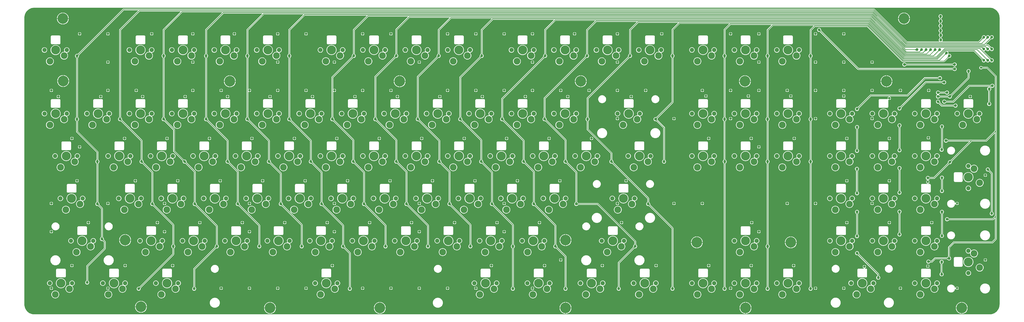
<source format=gtl>
G04*
G04 #@! TF.GenerationSoftware,Altium Limited,Altium Designer,20.2.6 (244)*
G04*
G04 Layer_Physical_Order=1*
G04 Layer_Color=255*
%FSLAX25Y25*%
%MOIN*%
G70*
G04*
G04 #@! TF.SameCoordinates,98241752-2BCD-411C-9A36-55DBF92D2C3E*
G04*
G04*
G04 #@! TF.FilePolarity,Positive*
G04*
G01*
G75*
%ADD10C,0.01000*%
%ADD21C,0.07480*%
%ADD22C,0.11811*%
%ADD23C,0.15748*%
%ADD24C,0.18898*%
%ADD25C,0.04000*%
%ADD26C,0.05000*%
G36*
X1708574Y545128D02*
X1709943Y544962D01*
X1711308Y544693D01*
X1712651Y544319D01*
X1713942Y543841D01*
X1715199Y543262D01*
X1716401Y542587D01*
X1717553Y541811D01*
X1718649Y540955D01*
X1719664Y540014D01*
X1720600Y538996D01*
X1721461Y537906D01*
X1722232Y536758D01*
X1722906Y535546D01*
X1723495Y534280D01*
X1723977Y532990D01*
X1724351Y531657D01*
X1724624Y530307D01*
X1724772Y528931D01*
X1724835Y527489D01*
Y20389D01*
X1724772Y18958D01*
X1724624Y17581D01*
X1724351Y16228D01*
X1723977Y14896D01*
X1723495Y13603D01*
X1722907Y12343D01*
X1722232Y11129D01*
X1721460Y9979D01*
X1720600Y8886D01*
X1719665Y7870D01*
X1718649Y6931D01*
X1717554Y6074D01*
X1716402Y5302D01*
X1715197Y4622D01*
X1713944Y4045D01*
X1712653Y3570D01*
X1711305Y3194D01*
X1709944Y2922D01*
X1708574Y2761D01*
X1707154Y2701D01*
X19732D01*
X18298Y2761D01*
X16921Y2922D01*
X15565Y3194D01*
X14230Y3569D01*
X12931Y4046D01*
X11675Y4623D01*
X10465Y5303D01*
X9315Y6073D01*
X8227Y6928D01*
X7210Y7872D01*
X6266Y8889D01*
X5411Y9978D01*
X4637Y11131D01*
X3962Y12340D01*
X3382Y13597D01*
X2901Y14895D01*
X2528Y16223D01*
X2260Y17587D01*
X2094Y18966D01*
X2039Y20384D01*
Y527494D01*
X2094Y528923D01*
X2260Y530300D01*
X2528Y531662D01*
X2901Y532991D01*
X3382Y534286D01*
X3963Y535549D01*
X4637Y536757D01*
X5409Y537906D01*
X6266Y538994D01*
X7211Y540012D01*
X8227Y540958D01*
X9317Y541812D01*
X10466Y542586D01*
X11673Y543261D01*
X12933Y543840D01*
X14232Y544320D01*
X15562Y544694D01*
X16922Y544962D01*
X18298Y545128D01*
X19728Y545183D01*
X1707158D01*
X1708574Y545128D01*
D02*
G37*
%LPC*%
G36*
X1556500Y536442D02*
Y526500D01*
X1566442D01*
X1566352Y527640D01*
X1565968Y529239D01*
X1565339Y530758D01*
X1564479Y532161D01*
X1563411Y533411D01*
X1562161Y534479D01*
X1560758Y535339D01*
X1559239Y535968D01*
X1557640Y536352D01*
X1556500Y536442D01*
D02*
G37*
G36*
X1555500D02*
X1554360Y536352D01*
X1552761Y535968D01*
X1551242Y535339D01*
X1549839Y534479D01*
X1548589Y533411D01*
X1547521Y532161D01*
X1546661Y530758D01*
X1546032Y529239D01*
X1545648Y527640D01*
X1545558Y526500D01*
X1555500D01*
Y536442D01*
D02*
G37*
G36*
X70500D02*
Y526500D01*
X80442D01*
X80352Y527640D01*
X79968Y529239D01*
X79339Y530758D01*
X78479Y532161D01*
X77411Y533411D01*
X76161Y534479D01*
X74758Y535339D01*
X73239Y535968D01*
X71640Y536352D01*
X70500Y536442D01*
D02*
G37*
G36*
X69500D02*
X68360Y536352D01*
X66761Y535968D01*
X65242Y535339D01*
X63839Y534479D01*
X62589Y533411D01*
X61521Y532161D01*
X60661Y530758D01*
X60032Y529239D01*
X59648Y527640D01*
X59558Y526500D01*
X69500D01*
Y536442D01*
D02*
G37*
G36*
X1566442Y525500D02*
X1556500D01*
Y515558D01*
X1557640Y515648D01*
X1559239Y516032D01*
X1560758Y516661D01*
X1562161Y517521D01*
X1563411Y518589D01*
X1564479Y519839D01*
X1565339Y521242D01*
X1565968Y522761D01*
X1566352Y524360D01*
X1566442Y525500D01*
D02*
G37*
G36*
X1555500D02*
X1545558D01*
X1545648Y524360D01*
X1546032Y522761D01*
X1546661Y521242D01*
X1547521Y519839D01*
X1548589Y518589D01*
X1549839Y517521D01*
X1551242Y516661D01*
X1552761Y516032D01*
X1554360Y515648D01*
X1555500Y515558D01*
Y525500D01*
D02*
G37*
G36*
X80442D02*
X70500D01*
Y515558D01*
X71640Y515648D01*
X73239Y516032D01*
X74758Y516661D01*
X76161Y517521D01*
X77411Y518589D01*
X78479Y519839D01*
X79339Y521242D01*
X79968Y522761D01*
X80352Y524360D01*
X80442Y525500D01*
D02*
G37*
G36*
X69500D02*
X59558D01*
X59648Y524360D01*
X60032Y522761D01*
X60661Y521242D01*
X61521Y519839D01*
X62589Y518589D01*
X63839Y517521D01*
X65242Y516661D01*
X66761Y516032D01*
X68360Y515648D01*
X69500Y515558D01*
Y525500D01*
D02*
G37*
G36*
X1128500Y501960D02*
Y499500D01*
X1130960D01*
X1130923Y499783D01*
X1130620Y500513D01*
X1130140Y501140D01*
X1129513Y501620D01*
X1128783Y501923D01*
X1128500Y501960D01*
D02*
G37*
G36*
X1127500D02*
X1127217Y501923D01*
X1126487Y501620D01*
X1125860Y501140D01*
X1125379Y500513D01*
X1125077Y499783D01*
X1125040Y499500D01*
X1127500D01*
Y501960D01*
D02*
G37*
G36*
X974500D02*
Y499500D01*
X976960D01*
X976923Y499783D01*
X976620Y500513D01*
X976140Y501140D01*
X975513Y501620D01*
X974783Y501923D01*
X974500Y501960D01*
D02*
G37*
G36*
X973500D02*
X973217Y501923D01*
X972487Y501620D01*
X971860Y501140D01*
X971379Y500513D01*
X971077Y499783D01*
X971040Y499500D01*
X973500D01*
Y501960D01*
D02*
G37*
G36*
X373500D02*
Y499500D01*
X375960D01*
X375923Y499783D01*
X375621Y500513D01*
X375140Y501140D01*
X374513Y501620D01*
X373783Y501923D01*
X373500Y501960D01*
D02*
G37*
G36*
X372500D02*
X372217Y501923D01*
X371487Y501620D01*
X370860Y501140D01*
X370379Y500513D01*
X370077Y499783D01*
X370040Y499500D01*
X372500D01*
Y501960D01*
D02*
G37*
G36*
X227500D02*
Y499500D01*
X229960D01*
X229923Y499783D01*
X229621Y500513D01*
X229140Y501140D01*
X228513Y501620D01*
X227783Y501923D01*
X227500Y501960D01*
D02*
G37*
G36*
X226500D02*
X226217Y501923D01*
X225487Y501620D01*
X224860Y501140D01*
X224379Y500513D01*
X224077Y499783D01*
X224040Y499500D01*
X226500D01*
Y501960D01*
D02*
G37*
G36*
X1450126Y501946D02*
Y499485D01*
X1452586D01*
X1452549Y499769D01*
X1452246Y500498D01*
X1451765Y501125D01*
X1451139Y501606D01*
X1450409Y501908D01*
X1450126Y501946D01*
D02*
G37*
G36*
X1449126D02*
X1448843Y501908D01*
X1448113Y501606D01*
X1447486Y501125D01*
X1447005Y500498D01*
X1446703Y499769D01*
X1446666Y499485D01*
X1449126D01*
Y501946D01*
D02*
G37*
G36*
X1400126D02*
Y499485D01*
X1402586D01*
X1402549Y499769D01*
X1402246Y500498D01*
X1401765Y501125D01*
X1401139Y501606D01*
X1400409Y501908D01*
X1400126Y501946D01*
D02*
G37*
G36*
X1399126D02*
X1398843Y501908D01*
X1398113Y501606D01*
X1397486Y501125D01*
X1397005Y500498D01*
X1396703Y499769D01*
X1396666Y499485D01*
X1399126D01*
Y501946D01*
D02*
G37*
G36*
X1300126D02*
Y499485D01*
X1302586D01*
X1302549Y499769D01*
X1302246Y500498D01*
X1301765Y501125D01*
X1301139Y501606D01*
X1300409Y501908D01*
X1300126Y501946D01*
D02*
G37*
G36*
X1299126D02*
X1298843Y501908D01*
X1298113Y501606D01*
X1297486Y501125D01*
X1297005Y500498D01*
X1296703Y499769D01*
X1296666Y499485D01*
X1299126D01*
Y501946D01*
D02*
G37*
G36*
X1250126D02*
Y499485D01*
X1252586D01*
X1252549Y499769D01*
X1252246Y500498D01*
X1251765Y501125D01*
X1251139Y501606D01*
X1250409Y501908D01*
X1250126Y501946D01*
D02*
G37*
G36*
X1249126D02*
X1248843Y501908D01*
X1248113Y501606D01*
X1247486Y501125D01*
X1247005Y500498D01*
X1246703Y499769D01*
X1246666Y499485D01*
X1249126D01*
Y501946D01*
D02*
G37*
G36*
X1050126D02*
Y499485D01*
X1052586D01*
X1052549Y499769D01*
X1052246Y500498D01*
X1051765Y501125D01*
X1051139Y501606D01*
X1050409Y501908D01*
X1050126Y501946D01*
D02*
G37*
G36*
X1049126D02*
X1048843Y501908D01*
X1048113Y501606D01*
X1047486Y501125D01*
X1047005Y500498D01*
X1046703Y499769D01*
X1046666Y499485D01*
X1049126D01*
Y501946D01*
D02*
G37*
G36*
X900126D02*
Y499485D01*
X902586D01*
X902549Y499769D01*
X902246Y500498D01*
X901765Y501125D01*
X901139Y501606D01*
X900409Y501908D01*
X900126Y501946D01*
D02*
G37*
G36*
X899126D02*
X898843Y501908D01*
X898113Y501606D01*
X897486Y501125D01*
X897005Y500498D01*
X896703Y499769D01*
X896666Y499485D01*
X899126D01*
Y501946D01*
D02*
G37*
G36*
X850126D02*
Y499485D01*
X852586D01*
X852549Y499769D01*
X852246Y500498D01*
X851765Y501125D01*
X851139Y501606D01*
X850409Y501908D01*
X850126Y501946D01*
D02*
G37*
G36*
X849126D02*
X848843Y501908D01*
X848113Y501606D01*
X847486Y501125D01*
X847005Y500498D01*
X846703Y499769D01*
X846666Y499485D01*
X849126D01*
Y501946D01*
D02*
G37*
G36*
X800126D02*
Y499485D01*
X802586D01*
X802549Y499769D01*
X802246Y500498D01*
X801765Y501125D01*
X801139Y501606D01*
X800409Y501908D01*
X800126Y501946D01*
D02*
G37*
G36*
X799126D02*
X798843Y501908D01*
X798113Y501606D01*
X797486Y501125D01*
X797005Y500498D01*
X796703Y499769D01*
X796666Y499485D01*
X799126D01*
Y501946D01*
D02*
G37*
G36*
X750126D02*
Y499485D01*
X752586D01*
X752549Y499769D01*
X752246Y500498D01*
X751765Y501125D01*
X751139Y501606D01*
X750409Y501908D01*
X750126Y501946D01*
D02*
G37*
G36*
X749126D02*
X748843Y501908D01*
X748113Y501606D01*
X747486Y501125D01*
X747005Y500498D01*
X746703Y499769D01*
X746666Y499485D01*
X749126D01*
Y501946D01*
D02*
G37*
G36*
X650126D02*
Y499485D01*
X652586D01*
X652549Y499769D01*
X652246Y500498D01*
X651765Y501125D01*
X651139Y501606D01*
X650409Y501908D01*
X650126Y501946D01*
D02*
G37*
G36*
X649126D02*
X648843Y501908D01*
X648113Y501606D01*
X647486Y501125D01*
X647005Y500498D01*
X646703Y499769D01*
X646666Y499485D01*
X649126D01*
Y501946D01*
D02*
G37*
G36*
X600126D02*
Y499485D01*
X602586D01*
X602549Y499769D01*
X602246Y500498D01*
X601765Y501125D01*
X601139Y501606D01*
X600409Y501908D01*
X600126Y501946D01*
D02*
G37*
G36*
X599126D02*
X598843Y501908D01*
X598113Y501606D01*
X597486Y501125D01*
X597005Y500498D01*
X596703Y499769D01*
X596666Y499485D01*
X599126D01*
Y501946D01*
D02*
G37*
G36*
X500126D02*
Y499485D01*
X502586D01*
X502549Y499769D01*
X502246Y500498D01*
X501765Y501125D01*
X501139Y501606D01*
X500409Y501908D01*
X500126Y501946D01*
D02*
G37*
G36*
X499126D02*
X498843Y501908D01*
X498113Y501606D01*
X497486Y501125D01*
X497005Y500498D01*
X496703Y499769D01*
X496666Y499485D01*
X499126D01*
Y501946D01*
D02*
G37*
G36*
X450126D02*
Y499485D01*
X452586D01*
X452549Y499769D01*
X452246Y500498D01*
X451765Y501125D01*
X451139Y501606D01*
X450409Y501908D01*
X450126Y501946D01*
D02*
G37*
G36*
X449126D02*
X448843Y501908D01*
X448113Y501606D01*
X447486Y501125D01*
X447005Y500498D01*
X446703Y499769D01*
X446666Y499485D01*
X449126D01*
Y501946D01*
D02*
G37*
G36*
X300126D02*
Y499485D01*
X302586D01*
X302549Y499769D01*
X302246Y500498D01*
X301765Y501125D01*
X301139Y501606D01*
X300409Y501908D01*
X300126Y501946D01*
D02*
G37*
G36*
X299126D02*
X298843Y501908D01*
X298113Y501606D01*
X297486Y501125D01*
X297005Y500498D01*
X296703Y499769D01*
X296666Y499485D01*
X299126D01*
Y501946D01*
D02*
G37*
G36*
X150126D02*
Y499485D01*
X152586D01*
X152549Y499769D01*
X152246Y500498D01*
X151765Y501125D01*
X151139Y501606D01*
X150409Y501908D01*
X150126Y501946D01*
D02*
G37*
G36*
X149126D02*
X148843Y501908D01*
X148113Y501606D01*
X147486Y501125D01*
X147005Y500498D01*
X146703Y499769D01*
X146666Y499485D01*
X149126D01*
Y501946D01*
D02*
G37*
G36*
X100126D02*
Y499485D01*
X102586D01*
X102549Y499769D01*
X102246Y500498D01*
X101765Y501125D01*
X101139Y501606D01*
X100409Y501908D01*
X100126Y501946D01*
D02*
G37*
G36*
X99126D02*
X98843Y501908D01*
X98113Y501606D01*
X97486Y501125D01*
X97005Y500498D01*
X96703Y499769D01*
X96666Y499485D01*
X99126D01*
Y501946D01*
D02*
G37*
G36*
X1130960Y498500D02*
X1128500D01*
Y496040D01*
X1128783Y496077D01*
X1129513Y496380D01*
X1130140Y496860D01*
X1130620Y497487D01*
X1130923Y498217D01*
X1130960Y498500D01*
D02*
G37*
G36*
X1127500D02*
X1125040D01*
X1125077Y498217D01*
X1125379Y497487D01*
X1125860Y496860D01*
X1126487Y496380D01*
X1127217Y496077D01*
X1127500Y496040D01*
Y498500D01*
D02*
G37*
G36*
X976960D02*
X974500D01*
Y496040D01*
X974783Y496077D01*
X975513Y496380D01*
X976140Y496860D01*
X976620Y497487D01*
X976923Y498217D01*
X976960Y498500D01*
D02*
G37*
G36*
X973500D02*
X971040D01*
X971077Y498217D01*
X971379Y497487D01*
X971860Y496860D01*
X972487Y496380D01*
X973217Y496077D01*
X973500Y496040D01*
Y498500D01*
D02*
G37*
G36*
X375960D02*
X373500D01*
Y496040D01*
X373783Y496077D01*
X374513Y496380D01*
X375140Y496860D01*
X375621Y497487D01*
X375923Y498217D01*
X375960Y498500D01*
D02*
G37*
G36*
X372500D02*
X370040D01*
X370077Y498217D01*
X370379Y497487D01*
X370860Y496860D01*
X371487Y496380D01*
X372217Y496077D01*
X372500Y496040D01*
Y498500D01*
D02*
G37*
G36*
X229960D02*
X227500D01*
Y496040D01*
X227783Y496077D01*
X228513Y496380D01*
X229140Y496860D01*
X229621Y497487D01*
X229923Y498217D01*
X229960Y498500D01*
D02*
G37*
G36*
X226500D02*
X224040D01*
X224077Y498217D01*
X224379Y497487D01*
X224860Y496860D01*
X225487Y496380D01*
X226217Y496077D01*
X226500Y496040D01*
Y498500D01*
D02*
G37*
G36*
X1452586Y498486D02*
X1450126D01*
Y496025D01*
X1450409Y496063D01*
X1451139Y496365D01*
X1451765Y496846D01*
X1452246Y497472D01*
X1452549Y498202D01*
X1452586Y498486D01*
D02*
G37*
G36*
X1449126D02*
X1446666D01*
X1446703Y498202D01*
X1447005Y497472D01*
X1447486Y496846D01*
X1448113Y496365D01*
X1448843Y496063D01*
X1449126Y496025D01*
Y498486D01*
D02*
G37*
G36*
X1402586D02*
X1400126D01*
Y496025D01*
X1400409Y496063D01*
X1401139Y496365D01*
X1401765Y496846D01*
X1402246Y497472D01*
X1402549Y498202D01*
X1402586Y498486D01*
D02*
G37*
G36*
X1399126D02*
X1396666D01*
X1396703Y498202D01*
X1397005Y497472D01*
X1397486Y496846D01*
X1398113Y496365D01*
X1398843Y496063D01*
X1399126Y496025D01*
Y498486D01*
D02*
G37*
G36*
X1302586D02*
X1300126D01*
Y496025D01*
X1300409Y496063D01*
X1301139Y496365D01*
X1301765Y496846D01*
X1302246Y497472D01*
X1302549Y498202D01*
X1302586Y498486D01*
D02*
G37*
G36*
X1299126D02*
X1296666D01*
X1296703Y498202D01*
X1297005Y497472D01*
X1297486Y496846D01*
X1298113Y496365D01*
X1298843Y496063D01*
X1299126Y496025D01*
Y498486D01*
D02*
G37*
G36*
X1252586D02*
X1250126D01*
Y496025D01*
X1250409Y496063D01*
X1251139Y496365D01*
X1251765Y496846D01*
X1252246Y497472D01*
X1252549Y498202D01*
X1252586Y498486D01*
D02*
G37*
G36*
X1249126D02*
X1246666D01*
X1246703Y498202D01*
X1247005Y497472D01*
X1247486Y496846D01*
X1248113Y496365D01*
X1248843Y496063D01*
X1249126Y496025D01*
Y498486D01*
D02*
G37*
G36*
X1052586D02*
X1050126D01*
Y496025D01*
X1050409Y496063D01*
X1051139Y496365D01*
X1051765Y496846D01*
X1052246Y497472D01*
X1052549Y498202D01*
X1052586Y498486D01*
D02*
G37*
G36*
X1049126D02*
X1046666D01*
X1046703Y498202D01*
X1047005Y497472D01*
X1047486Y496846D01*
X1048113Y496365D01*
X1048843Y496063D01*
X1049126Y496025D01*
Y498486D01*
D02*
G37*
G36*
X902586D02*
X900126D01*
Y496025D01*
X900409Y496063D01*
X901139Y496365D01*
X901765Y496846D01*
X902246Y497472D01*
X902549Y498202D01*
X902586Y498486D01*
D02*
G37*
G36*
X899126D02*
X896666D01*
X896703Y498202D01*
X897005Y497472D01*
X897486Y496846D01*
X898113Y496365D01*
X898843Y496063D01*
X899126Y496025D01*
Y498486D01*
D02*
G37*
G36*
X852586D02*
X850126D01*
Y496025D01*
X850409Y496063D01*
X851139Y496365D01*
X851765Y496846D01*
X852246Y497472D01*
X852549Y498202D01*
X852586Y498486D01*
D02*
G37*
G36*
X849126D02*
X846666D01*
X846703Y498202D01*
X847005Y497472D01*
X847486Y496846D01*
X848113Y496365D01*
X848843Y496063D01*
X849126Y496025D01*
Y498486D01*
D02*
G37*
G36*
X802586D02*
X800126D01*
Y496025D01*
X800409Y496063D01*
X801139Y496365D01*
X801765Y496846D01*
X802246Y497472D01*
X802549Y498202D01*
X802586Y498486D01*
D02*
G37*
G36*
X799126D02*
X796666D01*
X796703Y498202D01*
X797005Y497472D01*
X797486Y496846D01*
X798113Y496365D01*
X798843Y496063D01*
X799126Y496025D01*
Y498486D01*
D02*
G37*
G36*
X752586D02*
X750126D01*
Y496025D01*
X750409Y496063D01*
X751139Y496365D01*
X751765Y496846D01*
X752246Y497472D01*
X752549Y498202D01*
X752586Y498486D01*
D02*
G37*
G36*
X749126D02*
X746666D01*
X746703Y498202D01*
X747005Y497472D01*
X747486Y496846D01*
X748113Y496365D01*
X748843Y496063D01*
X749126Y496025D01*
Y498486D01*
D02*
G37*
G36*
X652586D02*
X650126D01*
Y496025D01*
X650409Y496063D01*
X651139Y496365D01*
X651765Y496846D01*
X652246Y497472D01*
X652549Y498202D01*
X652586Y498486D01*
D02*
G37*
G36*
X649126D02*
X646666D01*
X646703Y498202D01*
X647005Y497472D01*
X647486Y496846D01*
X648113Y496365D01*
X648843Y496063D01*
X649126Y496025D01*
Y498486D01*
D02*
G37*
G36*
X602586D02*
X600126D01*
Y496025D01*
X600409Y496063D01*
X601139Y496365D01*
X601765Y496846D01*
X602246Y497472D01*
X602549Y498202D01*
X602586Y498486D01*
D02*
G37*
G36*
X599126D02*
X596666D01*
X596703Y498202D01*
X597005Y497472D01*
X597486Y496846D01*
X598113Y496365D01*
X598843Y496063D01*
X599126Y496025D01*
Y498486D01*
D02*
G37*
G36*
X502586D02*
X500126D01*
Y496025D01*
X500409Y496063D01*
X501139Y496365D01*
X501765Y496846D01*
X502246Y497472D01*
X502549Y498202D01*
X502586Y498486D01*
D02*
G37*
G36*
X499126D02*
X496666D01*
X496703Y498202D01*
X497005Y497472D01*
X497486Y496846D01*
X498113Y496365D01*
X498843Y496063D01*
X499126Y496025D01*
Y498486D01*
D02*
G37*
G36*
X452586D02*
X450126D01*
Y496025D01*
X450409Y496063D01*
X451139Y496365D01*
X451765Y496846D01*
X452246Y497472D01*
X452549Y498202D01*
X452586Y498486D01*
D02*
G37*
G36*
X449126D02*
X446666D01*
X446703Y498202D01*
X447005Y497472D01*
X447486Y496846D01*
X448113Y496365D01*
X448843Y496063D01*
X449126Y496025D01*
Y498486D01*
D02*
G37*
G36*
X302586D02*
X300126D01*
Y496025D01*
X300409Y496063D01*
X301139Y496365D01*
X301765Y496846D01*
X302246Y497472D01*
X302549Y498202D01*
X302586Y498486D01*
D02*
G37*
G36*
X299126D02*
X296666D01*
X296703Y498202D01*
X297005Y497472D01*
X297486Y496846D01*
X298113Y496365D01*
X298843Y496063D01*
X299126Y496025D01*
Y498486D01*
D02*
G37*
G36*
X152586D02*
X150126D01*
Y496025D01*
X150409Y496063D01*
X151139Y496365D01*
X151765Y496846D01*
X152246Y497472D01*
X152549Y498202D01*
X152586Y498486D01*
D02*
G37*
G36*
X149126D02*
X146666D01*
X146703Y498202D01*
X147005Y497472D01*
X147486Y496846D01*
X148113Y496365D01*
X148843Y496063D01*
X149126Y496025D01*
Y498486D01*
D02*
G37*
G36*
X102586D02*
X100126D01*
Y496025D01*
X100409Y496063D01*
X101139Y496365D01*
X101765Y496846D01*
X102246Y497472D01*
X102549Y498202D01*
X102586Y498486D01*
D02*
G37*
G36*
X99126D02*
X96666D01*
X96703Y498202D01*
X97005Y497472D01*
X97486Y496846D01*
X98113Y496365D01*
X98843Y496063D01*
X99126Y496025D01*
Y498486D01*
D02*
G37*
G36*
X1503000Y543529D02*
X177000D01*
X176415Y543413D01*
X175919Y543081D01*
X96655Y463818D01*
X96604Y463783D01*
X96512Y463734D01*
X96390Y463685D01*
X96238Y463638D01*
X96056Y463596D01*
X95857Y463564D01*
X95320Y463522D01*
X95077Y463520D01*
X95000Y463530D01*
X94086Y463410D01*
X93235Y463057D01*
X92504Y462496D01*
X91943Y461765D01*
X91590Y460914D01*
X91470Y460000D01*
X91590Y459086D01*
X91943Y458235D01*
X92504Y457504D01*
X92558Y457462D01*
X92932Y457064D01*
X93078Y456885D01*
X93204Y456710D01*
X93303Y456552D01*
X93377Y456411D01*
X93428Y456290D01*
X93459Y456190D01*
X93471Y456131D01*
Y351870D01*
X93459Y351810D01*
X93428Y351710D01*
X93377Y351589D01*
X93303Y351448D01*
X93204Y351290D01*
X93086Y351126D01*
X92735Y350717D01*
X92566Y350544D01*
X92504Y350496D01*
X91943Y349765D01*
X91590Y348914D01*
X91470Y348000D01*
X91590Y347086D01*
X91943Y346235D01*
X92504Y345504D01*
X92558Y345462D01*
X92932Y345064D01*
X93078Y344885D01*
X93204Y344710D01*
X93303Y344552D01*
X93377Y344411D01*
X93428Y344290D01*
X93459Y344191D01*
X93471Y344130D01*
Y326000D01*
X93587Y325415D01*
X93919Y324919D01*
X129471Y289367D01*
Y276870D01*
X129459Y276810D01*
X129428Y276710D01*
X129377Y276589D01*
X129303Y276448D01*
X129204Y276290D01*
X129086Y276126D01*
X128735Y275717D01*
X128566Y275544D01*
X128504Y275496D01*
X127943Y274765D01*
X127590Y273914D01*
X127470Y273000D01*
X127590Y272086D01*
X127943Y271235D01*
X128504Y270504D01*
X128558Y270462D01*
X128932Y270064D01*
X129078Y269885D01*
X129204Y269710D01*
X129303Y269552D01*
X129377Y269411D01*
X129428Y269290D01*
X129459Y269191D01*
X129471Y269130D01*
Y201870D01*
X129459Y201810D01*
X129428Y201710D01*
X129377Y201589D01*
X129303Y201448D01*
X129204Y201290D01*
X129086Y201126D01*
X128735Y200717D01*
X128566Y200544D01*
X128504Y200496D01*
X127943Y199765D01*
X127590Y198914D01*
X127470Y198000D01*
X127590Y197086D01*
X127943Y196235D01*
X128504Y195504D01*
X129235Y194943D01*
X130086Y194590D01*
X131000Y194470D01*
X131068Y194479D01*
X131613Y194462D01*
X131844Y194438D01*
X132056Y194404D01*
X132238Y194362D01*
X132390Y194315D01*
X132512Y194265D01*
X132604Y194217D01*
X132655Y194182D01*
X137471Y189366D01*
Y139869D01*
X137459Y139810D01*
X137428Y139710D01*
X137377Y139589D01*
X137303Y139448D01*
X137204Y139290D01*
X137086Y139126D01*
X136735Y138717D01*
X136566Y138544D01*
X136504Y138496D01*
X135943Y137765D01*
X135590Y136914D01*
X135470Y136000D01*
X135590Y135086D01*
X135943Y134235D01*
X136504Y133504D01*
X137235Y132943D01*
X138086Y132590D01*
X139000Y132470D01*
X139068Y132479D01*
X139613Y132462D01*
X139844Y132438D01*
X140056Y132404D01*
X140238Y132362D01*
X140390Y132315D01*
X140512Y132265D01*
X140604Y132217D01*
X140655Y132182D01*
X142471Y130367D01*
Y119633D01*
X111919Y89081D01*
X111587Y88585D01*
X111471Y88000D01*
Y62870D01*
X111459Y62809D01*
X111428Y62710D01*
X111377Y62589D01*
X111303Y62448D01*
X111204Y62290D01*
X111086Y62126D01*
X110735Y61717D01*
X110566Y61544D01*
X110504Y61496D01*
X109943Y60765D01*
X109590Y59914D01*
X109470Y59000D01*
X109590Y58086D01*
X109943Y57235D01*
X110504Y56504D01*
X111235Y55943D01*
X112086Y55590D01*
X113000Y55470D01*
X113914Y55590D01*
X114765Y55943D01*
X115496Y56504D01*
X116057Y57235D01*
X116410Y58086D01*
X116530Y59000D01*
X116410Y59914D01*
X116057Y60765D01*
X115496Y61496D01*
X115442Y61538D01*
X115068Y61936D01*
X114922Y62115D01*
X114796Y62290D01*
X114697Y62448D01*
X114623Y62589D01*
X114572Y62710D01*
X114541Y62809D01*
X114529Y62870D01*
Y87366D01*
X145081Y117919D01*
X145413Y118415D01*
X145529Y119000D01*
Y131000D01*
X145413Y131585D01*
X145081Y132081D01*
X142818Y134345D01*
X142783Y134396D01*
X142735Y134488D01*
X142685Y134610D01*
X142638Y134762D01*
X142596Y134944D01*
X142564Y135143D01*
X142522Y135680D01*
X142520Y135923D01*
X142530Y136000D01*
X142410Y136914D01*
X142057Y137765D01*
X141496Y138496D01*
X141442Y138538D01*
X141068Y138935D01*
X140922Y139115D01*
X140796Y139290D01*
X140697Y139448D01*
X140623Y139589D01*
X140572Y139710D01*
X140541Y139810D01*
X140529Y139869D01*
Y190000D01*
X140413Y190585D01*
X140081Y191081D01*
X134818Y196345D01*
X134783Y196396D01*
X134734Y196488D01*
X134685Y196610D01*
X134638Y196762D01*
X134596Y196944D01*
X134564Y197143D01*
X134522Y197680D01*
X134520Y197923D01*
X134530Y198000D01*
X134410Y198914D01*
X134057Y199765D01*
X133496Y200496D01*
X133442Y200538D01*
X133068Y200936D01*
X132922Y201115D01*
X132796Y201290D01*
X132697Y201448D01*
X132623Y201589D01*
X132572Y201710D01*
X132541Y201810D01*
X132529Y201870D01*
Y269130D01*
X132541Y269191D01*
X132572Y269290D01*
X132623Y269411D01*
X132697Y269552D01*
X132796Y269710D01*
X132914Y269874D01*
X133265Y270283D01*
X133434Y270456D01*
X133496Y270504D01*
X134057Y271235D01*
X134410Y272086D01*
X134530Y273000D01*
X134410Y273914D01*
X134057Y274765D01*
X133496Y275496D01*
X133442Y275538D01*
X133068Y275936D01*
X132922Y276115D01*
X132796Y276290D01*
X132697Y276448D01*
X132623Y276589D01*
X132572Y276710D01*
X132541Y276810D01*
X132529Y276870D01*
Y290000D01*
X132413Y290585D01*
X132081Y291081D01*
X96529Y326634D01*
Y344130D01*
X96541Y344191D01*
X96572Y344290D01*
X96623Y344411D01*
X96697Y344552D01*
X96796Y344710D01*
X96914Y344874D01*
X97265Y345283D01*
X97434Y345456D01*
X97496Y345504D01*
X98057Y346235D01*
X98410Y347086D01*
X98530Y348000D01*
X98410Y348914D01*
X98057Y349765D01*
X97496Y350496D01*
X97442Y350538D01*
X97068Y350936D01*
X96922Y351115D01*
X96796Y351290D01*
X96697Y351448D01*
X96623Y351589D01*
X96572Y351710D01*
X96541Y351810D01*
X96529Y351870D01*
Y456131D01*
X96541Y456190D01*
X96572Y456290D01*
X96623Y456411D01*
X96697Y456552D01*
X96796Y456710D01*
X96914Y456874D01*
X97265Y457283D01*
X97434Y457456D01*
X97496Y457504D01*
X98057Y458235D01*
X98410Y459086D01*
X98530Y460000D01*
X98521Y460068D01*
X98538Y460613D01*
X98562Y460844D01*
X98596Y461056D01*
X98638Y461238D01*
X98685Y461390D01*
X98734Y461512D01*
X98783Y461604D01*
X98818Y461655D01*
X177634Y540471D01*
X202654D01*
X202846Y540009D01*
X169919Y507081D01*
X169587Y506585D01*
X169471Y506000D01*
Y351870D01*
X169459Y351810D01*
X169428Y351710D01*
X169377Y351589D01*
X169303Y351448D01*
X169204Y351290D01*
X169086Y351126D01*
X168735Y350717D01*
X168566Y350544D01*
X168504Y350496D01*
X167943Y349765D01*
X167590Y348914D01*
X167470Y348000D01*
X167590Y347086D01*
X167943Y346235D01*
X168504Y345504D01*
X169235Y344943D01*
X170086Y344590D01*
X171000Y344470D01*
X171068Y344479D01*
X171613Y344462D01*
X171844Y344438D01*
X172056Y344404D01*
X172239Y344362D01*
X172390Y344315D01*
X172512Y344266D01*
X172604Y344217D01*
X172655Y344182D01*
X207471Y309366D01*
Y276870D01*
X207459Y276810D01*
X207428Y276710D01*
X207377Y276589D01*
X207303Y276448D01*
X207204Y276290D01*
X207086Y276126D01*
X206735Y275717D01*
X206566Y275544D01*
X206504Y275496D01*
X205943Y274765D01*
X205590Y273914D01*
X205470Y273000D01*
X205590Y272086D01*
X205943Y271235D01*
X206504Y270504D01*
X207235Y269943D01*
X208086Y269590D01*
X209000Y269470D01*
X209068Y269479D01*
X209613Y269462D01*
X209844Y269438D01*
X210056Y269404D01*
X210239Y269362D01*
X210390Y269315D01*
X210512Y269266D01*
X210604Y269217D01*
X210655Y269182D01*
X226471Y253366D01*
Y201870D01*
X226459Y201810D01*
X226428Y201710D01*
X226377Y201589D01*
X226303Y201448D01*
X226204Y201290D01*
X226086Y201126D01*
X225735Y200717D01*
X225566Y200544D01*
X225504Y200496D01*
X224943Y199765D01*
X224590Y198914D01*
X224470Y198000D01*
X224590Y197086D01*
X224943Y196235D01*
X225504Y195504D01*
X226235Y194943D01*
X227086Y194590D01*
X228000Y194470D01*
X228068Y194479D01*
X228613Y194462D01*
X228844Y194438D01*
X229056Y194404D01*
X229239Y194362D01*
X229390Y194315D01*
X229512Y194265D01*
X229604Y194217D01*
X229655Y194182D01*
X263471Y160366D01*
Y126869D01*
X263459Y126810D01*
X263428Y126710D01*
X263377Y126589D01*
X263303Y126448D01*
X263204Y126290D01*
X263086Y126126D01*
X262735Y125717D01*
X262566Y125544D01*
X262504Y125496D01*
X261943Y124765D01*
X261590Y123914D01*
X261470Y123000D01*
X261590Y122086D01*
X261943Y121235D01*
X262504Y120504D01*
X262558Y120462D01*
X262932Y120064D01*
X263078Y119885D01*
X263204Y119710D01*
X263303Y119552D01*
X263377Y119411D01*
X263428Y119290D01*
X263459Y119191D01*
X263471Y119131D01*
Y109634D01*
X205655Y51818D01*
X205604Y51783D01*
X205512Y51735D01*
X205390Y51685D01*
X205239Y51638D01*
X205056Y51596D01*
X204857Y51564D01*
X204320Y51522D01*
X204077Y51520D01*
X204000Y51530D01*
X203086Y51410D01*
X202235Y51057D01*
X201504Y50496D01*
X200943Y49765D01*
X200590Y48914D01*
X200470Y48000D01*
X200590Y47086D01*
X200943Y46235D01*
X201504Y45504D01*
X202235Y44943D01*
X203086Y44590D01*
X204000Y44470D01*
X204914Y44590D01*
X205765Y44943D01*
X206496Y45504D01*
X207057Y46235D01*
X207410Y47086D01*
X207530Y48000D01*
X207521Y48068D01*
X207538Y48613D01*
X207562Y48844D01*
X207596Y49056D01*
X207638Y49238D01*
X207685Y49390D01*
X207734Y49512D01*
X207783Y49604D01*
X207818Y49655D01*
X266081Y107919D01*
X266413Y108415D01*
X266529Y109000D01*
Y119131D01*
X266541Y119191D01*
X266572Y119290D01*
X266623Y119411D01*
X266697Y119552D01*
X266796Y119710D01*
X266914Y119874D01*
X267265Y120283D01*
X267434Y120456D01*
X267496Y120504D01*
X268057Y121235D01*
X268410Y122086D01*
X268530Y123000D01*
X268410Y123914D01*
X268057Y124765D01*
X267496Y125496D01*
X267442Y125538D01*
X267068Y125935D01*
X266922Y126115D01*
X266796Y126290D01*
X266697Y126448D01*
X266623Y126589D01*
X266572Y126710D01*
X266541Y126810D01*
X266529Y126869D01*
Y161000D01*
X266413Y161585D01*
X266081Y162081D01*
X231818Y196345D01*
X231783Y196396D01*
X231734Y196488D01*
X231685Y196610D01*
X231638Y196762D01*
X231596Y196944D01*
X231564Y197143D01*
X231522Y197680D01*
X231520Y197923D01*
X231530Y198000D01*
X231410Y198914D01*
X231057Y199765D01*
X230496Y200496D01*
X230442Y200538D01*
X230068Y200936D01*
X229922Y201115D01*
X229796Y201290D01*
X229697Y201448D01*
X229623Y201589D01*
X229572Y201710D01*
X229541Y201810D01*
X229529Y201870D01*
Y254000D01*
X229413Y254585D01*
X229081Y255081D01*
X212818Y271345D01*
X212783Y271396D01*
X212735Y271488D01*
X212685Y271610D01*
X212638Y271761D01*
X212596Y271944D01*
X212564Y272143D01*
X212522Y272680D01*
X212520Y272923D01*
X212530Y273000D01*
X212410Y273914D01*
X212057Y274765D01*
X211496Y275496D01*
X211442Y275538D01*
X211068Y275936D01*
X210922Y276115D01*
X210796Y276290D01*
X210697Y276448D01*
X210623Y276589D01*
X210572Y276710D01*
X210541Y276810D01*
X210529Y276870D01*
Y310000D01*
X210413Y310585D01*
X210081Y311081D01*
X174818Y346345D01*
X174783Y346396D01*
X174734Y346488D01*
X174685Y346610D01*
X174638Y346761D01*
X174596Y346944D01*
X174564Y347143D01*
X174522Y347680D01*
X174520Y347923D01*
X174530Y348000D01*
X174410Y348914D01*
X174057Y349765D01*
X173496Y350496D01*
X173442Y350538D01*
X173068Y350936D01*
X172922Y351115D01*
X172796Y351290D01*
X172697Y351448D01*
X172623Y351589D01*
X172572Y351710D01*
X172541Y351810D01*
X172529Y351870D01*
Y505367D01*
X205633Y538471D01*
X277654D01*
X277846Y538009D01*
X246919Y507081D01*
X246587Y506585D01*
X246471Y506000D01*
Y463869D01*
X246459Y463809D01*
X246428Y463710D01*
X246377Y463589D01*
X246303Y463448D01*
X246204Y463290D01*
X246086Y463126D01*
X245735Y462717D01*
X245566Y462544D01*
X245504Y462496D01*
X244943Y461765D01*
X244590Y460914D01*
X244470Y460000D01*
X244590Y459086D01*
X244943Y458235D01*
X245504Y457504D01*
X245558Y457462D01*
X245932Y457064D01*
X246078Y456885D01*
X246204Y456710D01*
X246303Y456552D01*
X246377Y456411D01*
X246428Y456290D01*
X246459Y456190D01*
X246471Y456131D01*
Y351870D01*
X246459Y351810D01*
X246428Y351710D01*
X246377Y351589D01*
X246303Y351448D01*
X246204Y351290D01*
X246086Y351126D01*
X245735Y350717D01*
X245566Y350544D01*
X245504Y350496D01*
X244943Y349765D01*
X244590Y348914D01*
X244470Y348000D01*
X244590Y347086D01*
X244943Y346235D01*
X245504Y345504D01*
X246235Y344943D01*
X247086Y344590D01*
X248000Y344470D01*
X248068Y344479D01*
X248613Y344462D01*
X248844Y344438D01*
X249056Y344404D01*
X249238Y344362D01*
X249390Y344315D01*
X249512Y344266D01*
X249604Y344217D01*
X249655Y344182D01*
X264971Y328867D01*
Y291500D01*
X265087Y290915D01*
X265419Y290419D01*
X281182Y274655D01*
X281217Y274604D01*
X281265Y274512D01*
X281315Y274390D01*
X281362Y274238D01*
X281404Y274056D01*
X281436Y273857D01*
X281478Y273320D01*
X281480Y273077D01*
X281470Y273000D01*
X281590Y272086D01*
X281943Y271235D01*
X282504Y270504D01*
X283235Y269943D01*
X284086Y269590D01*
X285000Y269470D01*
X285068Y269479D01*
X285613Y269462D01*
X285844Y269438D01*
X286056Y269404D01*
X286239Y269362D01*
X286390Y269315D01*
X286512Y269266D01*
X286604Y269217D01*
X286655Y269182D01*
X301471Y254366D01*
Y201870D01*
X301459Y201810D01*
X301428Y201710D01*
X301377Y201589D01*
X301303Y201448D01*
X301204Y201290D01*
X301086Y201126D01*
X300735Y200717D01*
X300566Y200544D01*
X300504Y200496D01*
X299943Y199765D01*
X299590Y198914D01*
X299470Y198000D01*
X299590Y197086D01*
X299943Y196235D01*
X300504Y195504D01*
X301235Y194943D01*
X302086Y194590D01*
X303000Y194470D01*
X303068Y194479D01*
X303613Y194462D01*
X303844Y194438D01*
X304056Y194404D01*
X304239Y194362D01*
X304390Y194315D01*
X304512Y194265D01*
X304604Y194217D01*
X304655Y194182D01*
X340471Y158367D01*
Y126869D01*
X340459Y126810D01*
X340428Y126710D01*
X340377Y126589D01*
X340303Y126448D01*
X340204Y126290D01*
X340086Y126126D01*
X339735Y125717D01*
X339566Y125544D01*
X339504Y125496D01*
X338943Y124765D01*
X338590Y123914D01*
X338470Y123000D01*
X338479Y122932D01*
X338462Y122387D01*
X338438Y122156D01*
X338404Y121944D01*
X338362Y121762D01*
X338315Y121610D01*
X338265Y121488D01*
X338217Y121396D01*
X338182Y121345D01*
X300919Y84081D01*
X300587Y83585D01*
X300471Y83000D01*
Y51869D01*
X300459Y51810D01*
X300428Y51710D01*
X300377Y51589D01*
X300303Y51448D01*
X300204Y51290D01*
X300086Y51126D01*
X299735Y50717D01*
X299566Y50544D01*
X299504Y50496D01*
X298943Y49765D01*
X298590Y48914D01*
X298470Y48000D01*
X298590Y47086D01*
X298943Y46235D01*
X299504Y45504D01*
X300235Y44943D01*
X301086Y44590D01*
X302000Y44470D01*
X302914Y44590D01*
X303765Y44943D01*
X304496Y45504D01*
X305057Y46235D01*
X305410Y47086D01*
X305530Y48000D01*
X305410Y48914D01*
X305057Y49765D01*
X304496Y50496D01*
X304442Y50538D01*
X304068Y50936D01*
X303922Y51115D01*
X303796Y51290D01*
X303697Y51448D01*
X303623Y51589D01*
X303572Y51710D01*
X303541Y51810D01*
X303529Y51869D01*
Y82367D01*
X340345Y119182D01*
X340396Y119217D01*
X340488Y119265D01*
X340610Y119315D01*
X340761Y119362D01*
X340944Y119404D01*
X341143Y119436D01*
X341680Y119478D01*
X341923Y119480D01*
X342000Y119470D01*
X342914Y119590D01*
X343765Y119943D01*
X344496Y120504D01*
X345057Y121235D01*
X345410Y122086D01*
X345530Y123000D01*
X345410Y123914D01*
X345057Y124765D01*
X344496Y125496D01*
X344442Y125538D01*
X344068Y125935D01*
X343922Y126115D01*
X343796Y126290D01*
X343697Y126448D01*
X343623Y126589D01*
X343572Y126710D01*
X343541Y126810D01*
X343529Y126869D01*
Y159000D01*
X343413Y159585D01*
X343081Y160081D01*
X306818Y196345D01*
X306783Y196396D01*
X306734Y196488D01*
X306685Y196610D01*
X306638Y196762D01*
X306596Y196944D01*
X306564Y197143D01*
X306522Y197680D01*
X306520Y197923D01*
X306530Y198000D01*
X306410Y198914D01*
X306057Y199765D01*
X305496Y200496D01*
X305442Y200538D01*
X305068Y200936D01*
X304922Y201115D01*
X304796Y201290D01*
X304697Y201448D01*
X304623Y201589D01*
X304572Y201710D01*
X304541Y201810D01*
X304529Y201870D01*
Y255000D01*
X304413Y255585D01*
X304081Y256081D01*
X288818Y271345D01*
X288783Y271396D01*
X288735Y271488D01*
X288685Y271610D01*
X288638Y271761D01*
X288596Y271944D01*
X288564Y272143D01*
X288522Y272680D01*
X288520Y272923D01*
X288530Y273000D01*
X288410Y273914D01*
X288057Y274765D01*
X287496Y275496D01*
X286765Y276057D01*
X285914Y276410D01*
X285000Y276530D01*
X284932Y276521D01*
X284387Y276538D01*
X284156Y276562D01*
X283944Y276596D01*
X283762Y276638D01*
X283610Y276685D01*
X283488Y276734D01*
X283396Y276783D01*
X283345Y276818D01*
X268029Y292133D01*
Y329500D01*
X267913Y330085D01*
X267581Y330581D01*
X251818Y346345D01*
X251783Y346396D01*
X251734Y346488D01*
X251685Y346610D01*
X251638Y346761D01*
X251596Y346944D01*
X251564Y347143D01*
X251522Y347680D01*
X251520Y347923D01*
X251530Y348000D01*
X251410Y348914D01*
X251057Y349765D01*
X250496Y350496D01*
X250442Y350538D01*
X250068Y350936D01*
X249922Y351115D01*
X249796Y351290D01*
X249697Y351448D01*
X249623Y351589D01*
X249572Y351710D01*
X249541Y351810D01*
X249529Y351870D01*
Y456131D01*
X249541Y456190D01*
X249572Y456290D01*
X249623Y456411D01*
X249697Y456552D01*
X249796Y456710D01*
X249914Y456874D01*
X250265Y457283D01*
X250434Y457456D01*
X250496Y457504D01*
X251057Y458235D01*
X251410Y459086D01*
X251530Y460000D01*
X251410Y460914D01*
X251057Y461765D01*
X250496Y462496D01*
X250442Y462538D01*
X250068Y462935D01*
X249922Y463115D01*
X249796Y463290D01*
X249697Y463448D01*
X249623Y463589D01*
X249572Y463710D01*
X249541Y463809D01*
X249529Y463869D01*
Y505367D01*
X280834Y536671D01*
X350854D01*
X351046Y536209D01*
X321919Y507081D01*
X321587Y506585D01*
X321471Y506000D01*
Y463869D01*
X321459Y463809D01*
X321428Y463710D01*
X321377Y463589D01*
X321303Y463448D01*
X321204Y463290D01*
X321086Y463126D01*
X320735Y462717D01*
X320566Y462544D01*
X320504Y462496D01*
X319943Y461765D01*
X319590Y460914D01*
X319470Y460000D01*
X319590Y459086D01*
X319943Y458235D01*
X320504Y457504D01*
X320558Y457462D01*
X320932Y457064D01*
X321078Y456885D01*
X321204Y456710D01*
X321303Y456552D01*
X321377Y456411D01*
X321428Y456290D01*
X321459Y456190D01*
X321471Y456131D01*
Y351870D01*
X321459Y351810D01*
X321428Y351710D01*
X321377Y351589D01*
X321303Y351448D01*
X321204Y351290D01*
X321086Y351126D01*
X320735Y350717D01*
X320566Y350544D01*
X320504Y350496D01*
X319943Y349765D01*
X319590Y348914D01*
X319470Y348000D01*
X319590Y347086D01*
X319943Y346235D01*
X320504Y345504D01*
X321235Y344943D01*
X322086Y344590D01*
X323000Y344470D01*
X323068Y344479D01*
X323613Y344462D01*
X323844Y344438D01*
X324056Y344404D01*
X324238Y344362D01*
X324390Y344315D01*
X324512Y344266D01*
X324604Y344217D01*
X324655Y344182D01*
X359471Y309366D01*
Y276870D01*
X359459Y276810D01*
X359428Y276710D01*
X359377Y276589D01*
X359303Y276448D01*
X359204Y276290D01*
X359086Y276126D01*
X358735Y275717D01*
X358566Y275544D01*
X358504Y275496D01*
X357943Y274765D01*
X357590Y273914D01*
X357470Y273000D01*
X357590Y272086D01*
X357943Y271235D01*
X358504Y270504D01*
X359235Y269943D01*
X360086Y269590D01*
X361000Y269470D01*
X361068Y269479D01*
X361613Y269462D01*
X361844Y269438D01*
X362056Y269404D01*
X362239Y269362D01*
X362390Y269315D01*
X362512Y269266D01*
X362604Y269217D01*
X362655Y269182D01*
X377471Y254366D01*
Y201870D01*
X377459Y201810D01*
X377428Y201710D01*
X377377Y201589D01*
X377303Y201448D01*
X377204Y201290D01*
X377086Y201126D01*
X376735Y200717D01*
X376566Y200544D01*
X376504Y200496D01*
X375943Y199765D01*
X375590Y198914D01*
X375470Y198000D01*
X375590Y197086D01*
X375943Y196235D01*
X376504Y195504D01*
X377235Y194943D01*
X378086Y194590D01*
X379000Y194470D01*
X379068Y194479D01*
X379613Y194462D01*
X379844Y194438D01*
X380056Y194404D01*
X380239Y194362D01*
X380390Y194315D01*
X380512Y194265D01*
X380604Y194217D01*
X380655Y194182D01*
X415471Y159367D01*
Y126869D01*
X415459Y126810D01*
X415428Y126710D01*
X415377Y126589D01*
X415303Y126448D01*
X415204Y126290D01*
X415086Y126126D01*
X414735Y125717D01*
X414566Y125544D01*
X414504Y125496D01*
X413943Y124765D01*
X413590Y123914D01*
X413470Y123000D01*
X413590Y122086D01*
X413943Y121235D01*
X414504Y120504D01*
X415235Y119943D01*
X416086Y119590D01*
X417000Y119470D01*
X417914Y119590D01*
X418765Y119943D01*
X419496Y120504D01*
X420057Y121235D01*
X420410Y122086D01*
X420530Y123000D01*
X420410Y123914D01*
X420057Y124765D01*
X419496Y125496D01*
X419442Y125538D01*
X419068Y125935D01*
X418922Y126115D01*
X418796Y126290D01*
X418697Y126448D01*
X418623Y126589D01*
X418572Y126710D01*
X418541Y126810D01*
X418529Y126869D01*
Y160000D01*
X418413Y160585D01*
X418082Y161081D01*
X382818Y196345D01*
X382783Y196396D01*
X382734Y196488D01*
X382685Y196610D01*
X382638Y196762D01*
X382596Y196944D01*
X382564Y197143D01*
X382522Y197680D01*
X382520Y197923D01*
X382530Y198000D01*
X382410Y198914D01*
X382057Y199765D01*
X381496Y200496D01*
X381442Y200538D01*
X381068Y200936D01*
X380922Y201115D01*
X380796Y201290D01*
X380697Y201448D01*
X380623Y201589D01*
X380572Y201710D01*
X380541Y201810D01*
X380529Y201870D01*
Y255000D01*
X380413Y255585D01*
X380081Y256081D01*
X364818Y271345D01*
X364783Y271396D01*
X364735Y271488D01*
X364685Y271610D01*
X364638Y271761D01*
X364596Y271944D01*
X364564Y272143D01*
X364522Y272680D01*
X364520Y272923D01*
X364530Y273000D01*
X364410Y273914D01*
X364057Y274765D01*
X363496Y275496D01*
X363442Y275538D01*
X363068Y275936D01*
X362922Y276115D01*
X362796Y276290D01*
X362697Y276448D01*
X362623Y276589D01*
X362572Y276710D01*
X362541Y276810D01*
X362529Y276870D01*
Y310000D01*
X362413Y310585D01*
X362081Y311081D01*
X326818Y346345D01*
X326783Y346396D01*
X326734Y346488D01*
X326685Y346610D01*
X326638Y346761D01*
X326596Y346944D01*
X326564Y347143D01*
X326522Y347680D01*
X326520Y347923D01*
X326530Y348000D01*
X326410Y348914D01*
X326057Y349765D01*
X325496Y350496D01*
X325442Y350538D01*
X325068Y350936D01*
X324922Y351115D01*
X324796Y351290D01*
X324697Y351448D01*
X324623Y351589D01*
X324572Y351710D01*
X324541Y351810D01*
X324529Y351870D01*
Y456131D01*
X324541Y456190D01*
X324572Y456290D01*
X324623Y456411D01*
X324697Y456552D01*
X324796Y456710D01*
X324914Y456874D01*
X325265Y457283D01*
X325434Y457456D01*
X325496Y457504D01*
X326057Y458235D01*
X326410Y459086D01*
X326530Y460000D01*
X326410Y460914D01*
X326057Y461765D01*
X325496Y462496D01*
X325442Y462538D01*
X325068Y462935D01*
X324922Y463115D01*
X324796Y463290D01*
X324697Y463448D01*
X324623Y463589D01*
X324572Y463710D01*
X324541Y463809D01*
X324529Y463869D01*
Y505367D01*
X354033Y534871D01*
X422054D01*
X422246Y534409D01*
X394919Y507081D01*
X394587Y506585D01*
X394471Y506000D01*
Y463869D01*
X394459Y463809D01*
X394428Y463710D01*
X394377Y463589D01*
X394303Y463448D01*
X394204Y463290D01*
X394086Y463126D01*
X393735Y462717D01*
X393566Y462544D01*
X393504Y462496D01*
X392943Y461765D01*
X392590Y460914D01*
X392470Y460000D01*
X392590Y459086D01*
X392943Y458235D01*
X393504Y457504D01*
X393558Y457462D01*
X393932Y457064D01*
X394078Y456885D01*
X394204Y456710D01*
X394303Y456552D01*
X394377Y456411D01*
X394428Y456290D01*
X394459Y456190D01*
X394471Y456131D01*
Y351870D01*
X394459Y351810D01*
X394428Y351710D01*
X394377Y351589D01*
X394303Y351448D01*
X394204Y351290D01*
X394086Y351126D01*
X393735Y350717D01*
X393566Y350544D01*
X393504Y350496D01*
X392943Y349765D01*
X392590Y348914D01*
X392470Y348000D01*
X392590Y347086D01*
X392943Y346235D01*
X393504Y345504D01*
X394235Y344943D01*
X395086Y344590D01*
X396000Y344470D01*
X396068Y344479D01*
X396613Y344462D01*
X396844Y344438D01*
X397056Y344404D01*
X397238Y344362D01*
X397390Y344315D01*
X397512Y344266D01*
X397604Y344217D01*
X397655Y344182D01*
X432471Y309366D01*
Y276870D01*
X432459Y276810D01*
X432428Y276710D01*
X432377Y276589D01*
X432303Y276448D01*
X432204Y276290D01*
X432086Y276126D01*
X431735Y275717D01*
X431566Y275544D01*
X431504Y275496D01*
X430943Y274765D01*
X430590Y273914D01*
X430470Y273000D01*
X430590Y272086D01*
X430943Y271235D01*
X431504Y270504D01*
X432235Y269943D01*
X433086Y269590D01*
X434000Y269470D01*
X434068Y269479D01*
X434613Y269462D01*
X434844Y269438D01*
X435056Y269404D01*
X435239Y269362D01*
X435390Y269315D01*
X435512Y269266D01*
X435604Y269217D01*
X435655Y269182D01*
X453471Y251366D01*
Y201870D01*
X453459Y201810D01*
X453428Y201710D01*
X453377Y201589D01*
X453303Y201448D01*
X453204Y201290D01*
X453086Y201126D01*
X452735Y200717D01*
X452566Y200544D01*
X452504Y200496D01*
X451943Y199765D01*
X451590Y198914D01*
X451470Y198000D01*
X451590Y197086D01*
X451943Y196235D01*
X452504Y195504D01*
X453235Y194943D01*
X454086Y194590D01*
X455000Y194470D01*
X455068Y194479D01*
X455613Y194462D01*
X455844Y194438D01*
X456056Y194404D01*
X456239Y194362D01*
X456390Y194315D01*
X456512Y194265D01*
X456604Y194217D01*
X456655Y194182D01*
X490471Y160366D01*
Y126869D01*
X490459Y126810D01*
X490428Y126710D01*
X490377Y126589D01*
X490303Y126448D01*
X490204Y126290D01*
X490086Y126126D01*
X489735Y125717D01*
X489566Y125544D01*
X489504Y125496D01*
X488943Y124765D01*
X488590Y123914D01*
X488470Y123000D01*
X488590Y122086D01*
X488943Y121235D01*
X489504Y120504D01*
X490235Y119943D01*
X491086Y119590D01*
X492000Y119470D01*
X492914Y119590D01*
X493765Y119943D01*
X494496Y120504D01*
X495057Y121235D01*
X495410Y122086D01*
X495530Y123000D01*
X495410Y123914D01*
X495057Y124765D01*
X494496Y125496D01*
X494442Y125538D01*
X494068Y125935D01*
X493922Y126115D01*
X493796Y126290D01*
X493697Y126448D01*
X493623Y126589D01*
X493572Y126710D01*
X493541Y126810D01*
X493529Y126869D01*
Y161000D01*
X493413Y161585D01*
X493081Y162081D01*
X458818Y196345D01*
X458783Y196396D01*
X458735Y196488D01*
X458685Y196610D01*
X458638Y196762D01*
X458596Y196944D01*
X458564Y197143D01*
X458522Y197680D01*
X458520Y197923D01*
X458530Y198000D01*
X458410Y198914D01*
X458057Y199765D01*
X457496Y200496D01*
X457442Y200538D01*
X457068Y200936D01*
X456922Y201115D01*
X456796Y201290D01*
X456697Y201448D01*
X456623Y201589D01*
X456572Y201710D01*
X456541Y201810D01*
X456529Y201870D01*
Y252000D01*
X456413Y252585D01*
X456081Y253081D01*
X437818Y271345D01*
X437783Y271396D01*
X437735Y271488D01*
X437685Y271610D01*
X437638Y271761D01*
X437596Y271944D01*
X437564Y272143D01*
X437522Y272680D01*
X437520Y272923D01*
X437530Y273000D01*
X437410Y273914D01*
X437057Y274765D01*
X436496Y275496D01*
X436442Y275538D01*
X436068Y275936D01*
X435922Y276115D01*
X435796Y276290D01*
X435697Y276448D01*
X435623Y276589D01*
X435572Y276710D01*
X435541Y276810D01*
X435529Y276870D01*
Y310000D01*
X435413Y310585D01*
X435081Y311081D01*
X399818Y346345D01*
X399783Y346396D01*
X399734Y346488D01*
X399685Y346610D01*
X399638Y346761D01*
X399596Y346944D01*
X399564Y347143D01*
X399522Y347680D01*
X399520Y347923D01*
X399530Y348000D01*
X399410Y348914D01*
X399057Y349765D01*
X398496Y350496D01*
X398442Y350538D01*
X398068Y350936D01*
X397922Y351115D01*
X397796Y351290D01*
X397697Y351448D01*
X397623Y351589D01*
X397572Y351710D01*
X397541Y351810D01*
X397529Y351870D01*
Y396247D01*
X397978Y396469D01*
X398113Y396365D01*
X398843Y396063D01*
X399126Y396025D01*
Y398986D01*
Y401946D01*
X398843Y401908D01*
X398113Y401606D01*
X397978Y401502D01*
X397529Y401723D01*
Y456131D01*
X397541Y456190D01*
X397572Y456290D01*
X397623Y456411D01*
X397697Y456552D01*
X397796Y456710D01*
X397914Y456874D01*
X398265Y457283D01*
X398434Y457456D01*
X398496Y457504D01*
X399057Y458235D01*
X399410Y459086D01*
X399530Y460000D01*
X399410Y460914D01*
X399057Y461765D01*
X398496Y462496D01*
X398442Y462538D01*
X398068Y462935D01*
X397922Y463115D01*
X397796Y463290D01*
X397697Y463448D01*
X397623Y463589D01*
X397572Y463710D01*
X397541Y463809D01*
X397529Y463869D01*
Y505367D01*
X425234Y533071D01*
X494254D01*
X494446Y532609D01*
X468919Y507081D01*
X468587Y506585D01*
X468471Y506000D01*
Y463869D01*
X468459Y463809D01*
X468428Y463710D01*
X468377Y463589D01*
X468303Y463448D01*
X468204Y463290D01*
X468086Y463126D01*
X467735Y462717D01*
X467566Y462544D01*
X467504Y462496D01*
X466943Y461765D01*
X466590Y460914D01*
X466470Y460000D01*
X466590Y459086D01*
X466943Y458235D01*
X467504Y457504D01*
X467558Y457462D01*
X467932Y457064D01*
X468078Y456885D01*
X468204Y456710D01*
X468303Y456552D01*
X468377Y456411D01*
X468428Y456290D01*
X468459Y456190D01*
X468471Y456131D01*
Y351870D01*
X468459Y351810D01*
X468428Y351710D01*
X468377Y351589D01*
X468303Y351448D01*
X468204Y351290D01*
X468086Y351126D01*
X467735Y350717D01*
X467566Y350544D01*
X467504Y350496D01*
X466943Y349765D01*
X466590Y348914D01*
X466470Y348000D01*
X466590Y347086D01*
X466943Y346235D01*
X467504Y345504D01*
X468235Y344943D01*
X469086Y344590D01*
X470000Y344470D01*
X470068Y344479D01*
X470613Y344462D01*
X470844Y344438D01*
X471056Y344404D01*
X471239Y344362D01*
X471390Y344315D01*
X471512Y344266D01*
X471604Y344217D01*
X471655Y344182D01*
X506471Y309366D01*
Y276870D01*
X506459Y276810D01*
X506428Y276710D01*
X506377Y276589D01*
X506303Y276448D01*
X506204Y276290D01*
X506086Y276126D01*
X505735Y275717D01*
X505566Y275544D01*
X505504Y275496D01*
X504943Y274765D01*
X504590Y273914D01*
X504470Y273000D01*
X504590Y272086D01*
X504943Y271235D01*
X505504Y270504D01*
X506235Y269943D01*
X507086Y269590D01*
X508000Y269470D01*
X508068Y269479D01*
X508613Y269462D01*
X508844Y269438D01*
X509056Y269404D01*
X509238Y269362D01*
X509390Y269315D01*
X509512Y269266D01*
X509604Y269217D01*
X509655Y269182D01*
X525471Y253366D01*
Y201870D01*
X525459Y201810D01*
X525428Y201710D01*
X525377Y201589D01*
X525303Y201448D01*
X525204Y201290D01*
X525086Y201126D01*
X524735Y200717D01*
X524566Y200544D01*
X524504Y200496D01*
X523943Y199765D01*
X523590Y198914D01*
X523470Y198000D01*
X523590Y197086D01*
X523943Y196235D01*
X524504Y195504D01*
X525235Y194943D01*
X526086Y194590D01*
X527000Y194470D01*
X527068Y194479D01*
X527613Y194462D01*
X527844Y194438D01*
X528056Y194404D01*
X528238Y194362D01*
X528390Y194315D01*
X528512Y194265D01*
X528604Y194217D01*
X528655Y194182D01*
X563471Y159367D01*
Y126869D01*
X563459Y126810D01*
X563428Y126710D01*
X563377Y126589D01*
X563303Y126448D01*
X563204Y126290D01*
X563086Y126126D01*
X562735Y125717D01*
X562566Y125544D01*
X562504Y125496D01*
X561943Y124765D01*
X561590Y123914D01*
X561470Y123000D01*
X561590Y122086D01*
X561943Y121235D01*
X562504Y120504D01*
X563235Y119943D01*
X564086Y119590D01*
X565000Y119470D01*
X565068Y119479D01*
X565613Y119462D01*
X565844Y119438D01*
X566056Y119404D01*
X566238Y119362D01*
X566390Y119315D01*
X566512Y119265D01*
X566604Y119217D01*
X566655Y119182D01*
X575471Y110366D01*
Y51869D01*
X575459Y51810D01*
X575428Y51710D01*
X575377Y51589D01*
X575303Y51448D01*
X575204Y51290D01*
X575086Y51126D01*
X574735Y50717D01*
X574566Y50544D01*
X574504Y50496D01*
X573943Y49765D01*
X573590Y48914D01*
X573470Y48000D01*
X573590Y47086D01*
X573943Y46235D01*
X574504Y45504D01*
X575235Y44943D01*
X576086Y44590D01*
X577000Y44470D01*
X577914Y44590D01*
X578765Y44943D01*
X579496Y45504D01*
X580057Y46235D01*
X580410Y47086D01*
X580530Y48000D01*
X580410Y48914D01*
X580057Y49765D01*
X579496Y50496D01*
X579442Y50538D01*
X579068Y50936D01*
X578922Y51115D01*
X578796Y51290D01*
X578697Y51448D01*
X578623Y51589D01*
X578572Y51710D01*
X578541Y51810D01*
X578529Y51869D01*
Y111000D01*
X578413Y111585D01*
X578081Y112081D01*
X568818Y121345D01*
X568783Y121396D01*
X568735Y121488D01*
X568685Y121610D01*
X568638Y121762D01*
X568596Y121944D01*
X568564Y122143D01*
X568522Y122680D01*
X568520Y122923D01*
X568530Y123000D01*
X568410Y123914D01*
X568057Y124765D01*
X567496Y125496D01*
X567442Y125538D01*
X567068Y125935D01*
X566922Y126115D01*
X566796Y126290D01*
X566697Y126448D01*
X566623Y126589D01*
X566572Y126710D01*
X566541Y126810D01*
X566529Y126869D01*
Y160000D01*
X566413Y160585D01*
X566081Y161081D01*
X530818Y196345D01*
X530783Y196396D01*
X530734Y196488D01*
X530685Y196610D01*
X530638Y196762D01*
X530596Y196944D01*
X530564Y197143D01*
X530522Y197680D01*
X530520Y197923D01*
X530530Y198000D01*
X530410Y198914D01*
X530057Y199765D01*
X529496Y200496D01*
X529442Y200538D01*
X529068Y200936D01*
X528922Y201115D01*
X528796Y201290D01*
X528697Y201448D01*
X528623Y201589D01*
X528572Y201710D01*
X528541Y201810D01*
X528529Y201870D01*
Y254000D01*
X528413Y254585D01*
X528081Y255081D01*
X511818Y271345D01*
X511783Y271396D01*
X511734Y271488D01*
X511685Y271610D01*
X511638Y271761D01*
X511596Y271944D01*
X511564Y272143D01*
X511522Y272680D01*
X511520Y272923D01*
X511530Y273000D01*
X511410Y273914D01*
X511057Y274765D01*
X510496Y275496D01*
X510442Y275538D01*
X510068Y275936D01*
X509922Y276115D01*
X509796Y276290D01*
X509697Y276448D01*
X509623Y276589D01*
X509572Y276710D01*
X509541Y276810D01*
X509529Y276870D01*
Y310000D01*
X509413Y310585D01*
X509082Y311081D01*
X473818Y346345D01*
X473783Y346396D01*
X473735Y346488D01*
X473685Y346610D01*
X473638Y346761D01*
X473596Y346944D01*
X473564Y347143D01*
X473522Y347680D01*
X473520Y347923D01*
X473530Y348000D01*
X473410Y348914D01*
X473057Y349765D01*
X472496Y350496D01*
X472442Y350538D01*
X472068Y350936D01*
X471922Y351115D01*
X471796Y351290D01*
X471697Y351448D01*
X471623Y351589D01*
X471572Y351710D01*
X471541Y351810D01*
X471529Y351870D01*
Y456131D01*
X471541Y456190D01*
X471572Y456290D01*
X471623Y456411D01*
X471697Y456552D01*
X471796Y456710D01*
X471914Y456874D01*
X472265Y457283D01*
X472434Y457456D01*
X472496Y457504D01*
X473057Y458235D01*
X473410Y459086D01*
X473530Y460000D01*
X473410Y460914D01*
X473057Y461765D01*
X472496Y462496D01*
X472442Y462538D01*
X472068Y462935D01*
X471922Y463115D01*
X471796Y463290D01*
X471697Y463448D01*
X471623Y463589D01*
X471572Y463710D01*
X471541Y463809D01*
X471529Y463869D01*
Y505367D01*
X497434Y531271D01*
X606454D01*
X606646Y530809D01*
X582919Y507081D01*
X582587Y506585D01*
X582471Y506000D01*
Y463869D01*
X582459Y463809D01*
X582428Y463710D01*
X582377Y463589D01*
X582303Y463448D01*
X582204Y463290D01*
X582086Y463126D01*
X581735Y462717D01*
X581566Y462544D01*
X581504Y462496D01*
X580943Y461765D01*
X580590Y460914D01*
X580470Y460000D01*
X580479Y459932D01*
X580462Y459387D01*
X580438Y459156D01*
X580404Y458944D01*
X580362Y458762D01*
X580315Y458610D01*
X580266Y458488D01*
X580217Y458396D01*
X580182Y458345D01*
X544919Y423081D01*
X544587Y422585D01*
X544471Y422000D01*
Y351870D01*
X544459Y351810D01*
X544428Y351710D01*
X544377Y351589D01*
X544303Y351448D01*
X544204Y351290D01*
X544086Y351126D01*
X543735Y350717D01*
X543566Y350544D01*
X543504Y350496D01*
X542943Y349765D01*
X542590Y348914D01*
X542470Y348000D01*
X542590Y347086D01*
X542943Y346235D01*
X543504Y345504D01*
X544235Y344943D01*
X545086Y344590D01*
X546000Y344470D01*
X546068Y344479D01*
X546613Y344462D01*
X546844Y344438D01*
X547056Y344404D01*
X547238Y344362D01*
X547390Y344315D01*
X547512Y344266D01*
X547604Y344217D01*
X547655Y344182D01*
X581471Y310367D01*
Y276870D01*
X581459Y276810D01*
X581428Y276710D01*
X581377Y276589D01*
X581303Y276448D01*
X581204Y276290D01*
X581086Y276126D01*
X580735Y275717D01*
X580566Y275544D01*
X580504Y275496D01*
X579943Y274765D01*
X579590Y273914D01*
X579470Y273000D01*
X579590Y272086D01*
X579943Y271235D01*
X580504Y270504D01*
X581235Y269943D01*
X582086Y269590D01*
X583000Y269470D01*
X583068Y269479D01*
X583613Y269462D01*
X583844Y269438D01*
X584056Y269404D01*
X584238Y269362D01*
X584390Y269315D01*
X584512Y269266D01*
X584604Y269217D01*
X584655Y269182D01*
X600471Y253366D01*
Y201870D01*
X600459Y201810D01*
X600428Y201710D01*
X600377Y201589D01*
X600303Y201448D01*
X600204Y201290D01*
X600086Y201126D01*
X599735Y200717D01*
X599566Y200544D01*
X599504Y200496D01*
X598943Y199765D01*
X598590Y198914D01*
X598470Y198000D01*
X598590Y197086D01*
X598943Y196235D01*
X599504Y195504D01*
X600235Y194943D01*
X601086Y194590D01*
X602000Y194470D01*
X602068Y194479D01*
X602613Y194462D01*
X602844Y194438D01*
X603056Y194404D01*
X603238Y194362D01*
X603390Y194315D01*
X603512Y194265D01*
X603604Y194217D01*
X603655Y194182D01*
X638471Y159367D01*
Y126869D01*
X638459Y126810D01*
X638428Y126710D01*
X638377Y126589D01*
X638303Y126448D01*
X638204Y126290D01*
X638086Y126126D01*
X637735Y125717D01*
X637566Y125544D01*
X637504Y125496D01*
X636943Y124765D01*
X636590Y123914D01*
X636470Y123000D01*
X636590Y122086D01*
X636943Y121235D01*
X637504Y120504D01*
X638235Y119943D01*
X639086Y119590D01*
X640000Y119470D01*
X640914Y119590D01*
X641765Y119943D01*
X642496Y120504D01*
X643057Y121235D01*
X643410Y122086D01*
X643530Y123000D01*
X643410Y123914D01*
X643057Y124765D01*
X642496Y125496D01*
X642442Y125538D01*
X642068Y125935D01*
X641922Y126115D01*
X641796Y126290D01*
X641697Y126448D01*
X641623Y126589D01*
X641572Y126710D01*
X641541Y126810D01*
X641529Y126869D01*
Y160000D01*
X641413Y160585D01*
X641081Y161081D01*
X605818Y196345D01*
X605783Y196396D01*
X605734Y196488D01*
X605685Y196610D01*
X605638Y196762D01*
X605596Y196944D01*
X605564Y197143D01*
X605522Y197680D01*
X605520Y197923D01*
X605530Y198000D01*
X605410Y198914D01*
X605057Y199765D01*
X604496Y200496D01*
X604442Y200538D01*
X604068Y200936D01*
X603922Y201115D01*
X603796Y201290D01*
X603697Y201448D01*
X603623Y201589D01*
X603572Y201710D01*
X603541Y201810D01*
X603529Y201870D01*
Y254000D01*
X603413Y254585D01*
X603081Y255081D01*
X586818Y271345D01*
X586783Y271396D01*
X586734Y271488D01*
X586685Y271610D01*
X586638Y271761D01*
X586596Y271944D01*
X586564Y272143D01*
X586522Y272680D01*
X586520Y272923D01*
X586530Y273000D01*
X586410Y273914D01*
X586057Y274765D01*
X585496Y275496D01*
X585442Y275538D01*
X585068Y275936D01*
X584922Y276115D01*
X584796Y276290D01*
X584697Y276448D01*
X584623Y276589D01*
X584572Y276710D01*
X584541Y276810D01*
X584529Y276870D01*
Y311000D01*
X584413Y311585D01*
X584081Y312081D01*
X549818Y346345D01*
X549783Y346396D01*
X549734Y346488D01*
X549685Y346610D01*
X549638Y346761D01*
X549596Y346944D01*
X549564Y347143D01*
X549522Y347680D01*
X549520Y347923D01*
X549530Y348000D01*
X549410Y348914D01*
X549057Y349765D01*
X548496Y350496D01*
X548442Y350538D01*
X548068Y350936D01*
X547922Y351115D01*
X547796Y351290D01*
X547697Y351448D01*
X547623Y351589D01*
X547572Y351710D01*
X547541Y351810D01*
X547529Y351870D01*
Y396247D01*
X547978Y396469D01*
X548113Y396365D01*
X548843Y396063D01*
X549126Y396025D01*
Y398986D01*
Y401946D01*
X548843Y401908D01*
X548113Y401606D01*
X547978Y401502D01*
X547529Y401723D01*
Y421367D01*
X582345Y456182D01*
X582396Y456217D01*
X582488Y456265D01*
X582610Y456315D01*
X582761Y456362D01*
X582944Y456404D01*
X583144Y456436D01*
X583680Y456478D01*
X583923Y456480D01*
X584000Y456470D01*
X584914Y456590D01*
X585765Y456943D01*
X586496Y457504D01*
X587057Y458235D01*
X587410Y459086D01*
X587530Y460000D01*
X587410Y460914D01*
X587057Y461765D01*
X586496Y462496D01*
X586442Y462538D01*
X586068Y462935D01*
X585922Y463115D01*
X585796Y463290D01*
X585697Y463448D01*
X585623Y463589D01*
X585572Y463710D01*
X585541Y463809D01*
X585529Y463869D01*
Y505367D01*
X609633Y529471D01*
X679454D01*
X679646Y529009D01*
X657919Y507281D01*
X657587Y506785D01*
X657471Y506200D01*
Y463869D01*
X657459Y463809D01*
X657428Y463710D01*
X657377Y463589D01*
X657303Y463448D01*
X657204Y463290D01*
X657086Y463126D01*
X656735Y462717D01*
X656566Y462544D01*
X656504Y462496D01*
X655943Y461765D01*
X655590Y460914D01*
X655470Y460000D01*
X655479Y459932D01*
X655462Y459387D01*
X655438Y459156D01*
X655404Y458944D01*
X655362Y458762D01*
X655315Y458610D01*
X655266Y458488D01*
X655217Y458396D01*
X655182Y458345D01*
X620919Y424081D01*
X620587Y423585D01*
X620471Y423000D01*
Y351870D01*
X620459Y351810D01*
X620428Y351710D01*
X620377Y351589D01*
X620303Y351448D01*
X620204Y351290D01*
X620086Y351126D01*
X619735Y350717D01*
X619566Y350544D01*
X619504Y350496D01*
X618943Y349765D01*
X618590Y348914D01*
X618470Y348000D01*
X618590Y347086D01*
X618943Y346235D01*
X619504Y345504D01*
X620235Y344943D01*
X621086Y344590D01*
X622000Y344470D01*
X622068Y344479D01*
X622613Y344462D01*
X622844Y344438D01*
X623056Y344404D01*
X623239Y344362D01*
X623390Y344315D01*
X623512Y344266D01*
X623604Y344217D01*
X623655Y344182D01*
X657471Y310367D01*
Y276870D01*
X657459Y276810D01*
X657428Y276710D01*
X657377Y276589D01*
X657303Y276448D01*
X657204Y276290D01*
X657086Y276126D01*
X656735Y275717D01*
X656566Y275544D01*
X656504Y275496D01*
X655943Y274765D01*
X655590Y273914D01*
X655470Y273000D01*
X655590Y272086D01*
X655943Y271235D01*
X656504Y270504D01*
X657235Y269943D01*
X658086Y269590D01*
X659000Y269470D01*
X659068Y269479D01*
X659613Y269462D01*
X659844Y269438D01*
X660056Y269404D01*
X660239Y269362D01*
X660390Y269315D01*
X660512Y269266D01*
X660604Y269217D01*
X660655Y269182D01*
X675471Y254366D01*
Y201870D01*
X675459Y201810D01*
X675428Y201710D01*
X675377Y201589D01*
X675303Y201448D01*
X675204Y201290D01*
X675086Y201126D01*
X674735Y200717D01*
X674566Y200544D01*
X674504Y200496D01*
X673943Y199765D01*
X673590Y198914D01*
X673470Y198000D01*
X673590Y197086D01*
X673943Y196235D01*
X674504Y195504D01*
X675235Y194943D01*
X676086Y194590D01*
X677000Y194470D01*
X677068Y194479D01*
X677613Y194462D01*
X677844Y194438D01*
X678056Y194404D01*
X678238Y194362D01*
X678390Y194315D01*
X678512Y194265D01*
X678604Y194217D01*
X678655Y194182D01*
X713471Y159367D01*
Y126869D01*
X713459Y126810D01*
X713428Y126710D01*
X713377Y126589D01*
X713303Y126448D01*
X713204Y126290D01*
X713086Y126126D01*
X712735Y125717D01*
X712566Y125544D01*
X712504Y125496D01*
X711943Y124765D01*
X711590Y123914D01*
X711470Y123000D01*
X711590Y122086D01*
X711943Y121235D01*
X712504Y120504D01*
X713235Y119943D01*
X714086Y119590D01*
X715000Y119470D01*
X715914Y119590D01*
X716765Y119943D01*
X717496Y120504D01*
X718057Y121235D01*
X718410Y122086D01*
X718530Y123000D01*
X718410Y123914D01*
X718057Y124765D01*
X717496Y125496D01*
X717442Y125538D01*
X717068Y125935D01*
X716922Y126115D01*
X716796Y126290D01*
X716697Y126448D01*
X716623Y126589D01*
X716572Y126710D01*
X716541Y126810D01*
X716529Y126869D01*
Y160000D01*
X716413Y160585D01*
X716081Y161081D01*
X680818Y196345D01*
X680783Y196396D01*
X680734Y196488D01*
X680685Y196610D01*
X680638Y196762D01*
X680596Y196944D01*
X680564Y197143D01*
X680522Y197680D01*
X680520Y197923D01*
X680530Y198000D01*
X680410Y198914D01*
X680057Y199765D01*
X679496Y200496D01*
X679442Y200538D01*
X679068Y200936D01*
X678922Y201115D01*
X678796Y201290D01*
X678697Y201448D01*
X678623Y201589D01*
X678572Y201710D01*
X678541Y201810D01*
X678529Y201870D01*
Y255000D01*
X678413Y255585D01*
X678081Y256081D01*
X662818Y271345D01*
X662783Y271396D01*
X662735Y271488D01*
X662685Y271610D01*
X662638Y271761D01*
X662596Y271944D01*
X662564Y272143D01*
X662522Y272680D01*
X662520Y272923D01*
X662530Y273000D01*
X662410Y273914D01*
X662057Y274765D01*
X661496Y275496D01*
X661442Y275538D01*
X661068Y275936D01*
X660922Y276115D01*
X660796Y276290D01*
X660697Y276448D01*
X660623Y276589D01*
X660572Y276710D01*
X660541Y276810D01*
X660529Y276870D01*
Y311000D01*
X660413Y311585D01*
X660081Y312081D01*
X625818Y346345D01*
X625783Y346396D01*
X625735Y346488D01*
X625685Y346610D01*
X625638Y346761D01*
X625596Y346944D01*
X625564Y347143D01*
X625522Y347680D01*
X625520Y347923D01*
X625530Y348000D01*
X625410Y348914D01*
X625057Y349765D01*
X624496Y350496D01*
X624442Y350538D01*
X624068Y350936D01*
X623922Y351115D01*
X623796Y351290D01*
X623697Y351448D01*
X623623Y351589D01*
X623572Y351710D01*
X623541Y351810D01*
X623529Y351870D01*
Y422367D01*
X657345Y456182D01*
X657396Y456217D01*
X657488Y456265D01*
X657610Y456315D01*
X657761Y456362D01*
X657944Y456404D01*
X658144Y456436D01*
X658680Y456478D01*
X658923Y456480D01*
X659000Y456470D01*
X659914Y456590D01*
X660765Y456943D01*
X661496Y457504D01*
X662057Y458235D01*
X662410Y459086D01*
X662530Y460000D01*
X662410Y460914D01*
X662057Y461765D01*
X661496Y462496D01*
X661442Y462538D01*
X661068Y462935D01*
X660922Y463115D01*
X660796Y463290D01*
X660697Y463448D01*
X660623Y463589D01*
X660572Y463710D01*
X660541Y463809D01*
X660529Y463869D01*
Y505567D01*
X682434Y527471D01*
X752654D01*
X752846Y527009D01*
X732919Y507081D01*
X732587Y506585D01*
X732471Y506000D01*
Y463869D01*
X732459Y463809D01*
X732428Y463710D01*
X732377Y463589D01*
X732303Y463448D01*
X732204Y463290D01*
X732086Y463126D01*
X731735Y462717D01*
X731566Y462544D01*
X731504Y462496D01*
X730943Y461765D01*
X730590Y460914D01*
X730470Y460000D01*
X730479Y459932D01*
X730462Y459387D01*
X730438Y459156D01*
X730404Y458944D01*
X730362Y458762D01*
X730315Y458610D01*
X730266Y458488D01*
X730217Y458396D01*
X730182Y458345D01*
X695919Y424081D01*
X695587Y423585D01*
X695471Y423000D01*
Y351870D01*
X695459Y351810D01*
X695428Y351710D01*
X695377Y351589D01*
X695303Y351448D01*
X695204Y351290D01*
X695086Y351126D01*
X694735Y350717D01*
X694566Y350544D01*
X694504Y350496D01*
X693943Y349765D01*
X693590Y348914D01*
X693470Y348000D01*
X693590Y347086D01*
X693943Y346235D01*
X694504Y345504D01*
X695235Y344943D01*
X696086Y344590D01*
X697000Y344470D01*
X697068Y344479D01*
X697613Y344462D01*
X697844Y344438D01*
X698056Y344404D01*
X698239Y344362D01*
X698390Y344315D01*
X698512Y344266D01*
X698604Y344217D01*
X698655Y344182D01*
X733471Y309366D01*
Y276870D01*
X733459Y276810D01*
X733428Y276710D01*
X733377Y276589D01*
X733303Y276448D01*
X733204Y276290D01*
X733086Y276126D01*
X732735Y275717D01*
X732566Y275544D01*
X732504Y275496D01*
X731943Y274765D01*
X731590Y273914D01*
X731470Y273000D01*
X731590Y272086D01*
X731943Y271235D01*
X732504Y270504D01*
X733235Y269943D01*
X734086Y269590D01*
X735000Y269470D01*
X735068Y269479D01*
X735613Y269462D01*
X735844Y269438D01*
X736056Y269404D01*
X736238Y269362D01*
X736390Y269315D01*
X736512Y269266D01*
X736604Y269217D01*
X736655Y269182D01*
X751471Y254366D01*
Y201870D01*
X751459Y201810D01*
X751428Y201710D01*
X751377Y201589D01*
X751303Y201448D01*
X751204Y201290D01*
X751086Y201126D01*
X750735Y200717D01*
X750566Y200544D01*
X750504Y200496D01*
X749943Y199765D01*
X749590Y198914D01*
X749470Y198000D01*
X749590Y197086D01*
X749943Y196235D01*
X750504Y195504D01*
X751235Y194943D01*
X752086Y194590D01*
X753000Y194470D01*
X753068Y194479D01*
X753613Y194462D01*
X753844Y194438D01*
X754056Y194404D01*
X754239Y194362D01*
X754390Y194315D01*
X754512Y194265D01*
X754604Y194217D01*
X754655Y194182D01*
X788471Y160366D01*
Y126869D01*
X788459Y126810D01*
X788428Y126710D01*
X788377Y126589D01*
X788303Y126448D01*
X788204Y126290D01*
X788086Y126126D01*
X787735Y125717D01*
X787566Y125544D01*
X787504Y125496D01*
X786943Y124765D01*
X786590Y123914D01*
X786470Y123000D01*
X786590Y122086D01*
X786943Y121235D01*
X787504Y120504D01*
X788235Y119943D01*
X789086Y119590D01*
X790000Y119470D01*
X790914Y119590D01*
X791765Y119943D01*
X792496Y120504D01*
X793057Y121235D01*
X793410Y122086D01*
X793530Y123000D01*
X793410Y123914D01*
X793057Y124765D01*
X792496Y125496D01*
X792442Y125538D01*
X792068Y125935D01*
X791922Y126115D01*
X791796Y126290D01*
X791697Y126448D01*
X791623Y126589D01*
X791572Y126710D01*
X791541Y126810D01*
X791529Y126869D01*
Y161000D01*
X791413Y161585D01*
X791081Y162081D01*
X756818Y196345D01*
X756783Y196396D01*
X756735Y196488D01*
X756685Y196610D01*
X756638Y196762D01*
X756596Y196944D01*
X756564Y197143D01*
X756522Y197680D01*
X756520Y197923D01*
X756530Y198000D01*
X756410Y198914D01*
X756057Y199765D01*
X755496Y200496D01*
X755442Y200538D01*
X755068Y200936D01*
X754922Y201115D01*
X754796Y201290D01*
X754697Y201448D01*
X754623Y201589D01*
X754572Y201710D01*
X754541Y201810D01*
X754529Y201870D01*
Y255000D01*
X754413Y255585D01*
X754081Y256081D01*
X738818Y271345D01*
X738783Y271396D01*
X738734Y271488D01*
X738685Y271610D01*
X738638Y271761D01*
X738596Y271944D01*
X738564Y272143D01*
X738522Y272680D01*
X738520Y272923D01*
X738530Y273000D01*
X738410Y273914D01*
X738057Y274765D01*
X737496Y275496D01*
X737442Y275538D01*
X737068Y275936D01*
X736922Y276115D01*
X736796Y276290D01*
X736697Y276448D01*
X736623Y276589D01*
X736572Y276710D01*
X736541Y276810D01*
X736529Y276870D01*
Y310000D01*
X736413Y310585D01*
X736082Y311081D01*
X700818Y346345D01*
X700783Y346396D01*
X700735Y346488D01*
X700685Y346610D01*
X700638Y346761D01*
X700596Y346944D01*
X700564Y347143D01*
X700522Y347680D01*
X700520Y347923D01*
X700530Y348000D01*
X700410Y348914D01*
X700057Y349765D01*
X699496Y350496D01*
X699442Y350538D01*
X699068Y350936D01*
X698922Y351115D01*
X698796Y351290D01*
X698697Y351448D01*
X698623Y351589D01*
X698572Y351710D01*
X698541Y351810D01*
X698529Y351870D01*
Y422367D01*
X732345Y456182D01*
X732396Y456217D01*
X732488Y456265D01*
X732610Y456315D01*
X732761Y456362D01*
X732944Y456404D01*
X733144Y456436D01*
X733680Y456478D01*
X733923Y456480D01*
X734000Y456470D01*
X734914Y456590D01*
X735765Y456943D01*
X736496Y457504D01*
X737057Y458235D01*
X737410Y459086D01*
X737530Y460000D01*
X737410Y460914D01*
X737057Y461765D01*
X736496Y462496D01*
X736442Y462538D01*
X736068Y462935D01*
X735922Y463115D01*
X735796Y463290D01*
X735697Y463448D01*
X735623Y463589D01*
X735572Y463710D01*
X735541Y463809D01*
X735529Y463869D01*
Y505367D01*
X755833Y525671D01*
X826854D01*
X827046Y525209D01*
X808919Y507081D01*
X808587Y506585D01*
X808471Y506000D01*
Y463869D01*
X808459Y463809D01*
X808428Y463710D01*
X808377Y463589D01*
X808303Y463448D01*
X808204Y463290D01*
X808086Y463126D01*
X807735Y462717D01*
X807566Y462544D01*
X807504Y462496D01*
X806943Y461765D01*
X806590Y460914D01*
X806470Y460000D01*
X806479Y459932D01*
X806462Y459387D01*
X806438Y459156D01*
X806404Y458944D01*
X806362Y458762D01*
X806315Y458610D01*
X806266Y458488D01*
X806217Y458396D01*
X806182Y458345D01*
X770919Y423081D01*
X770587Y422585D01*
X770471Y422000D01*
Y351870D01*
X770459Y351810D01*
X770428Y351710D01*
X770377Y351589D01*
X770303Y351448D01*
X770204Y351290D01*
X770086Y351126D01*
X769735Y350717D01*
X769566Y350544D01*
X769504Y350496D01*
X768943Y349765D01*
X768590Y348914D01*
X768470Y348000D01*
X768590Y347086D01*
X768943Y346235D01*
X769504Y345504D01*
X770235Y344943D01*
X771086Y344590D01*
X772000Y344470D01*
X772068Y344479D01*
X772613Y344462D01*
X772844Y344438D01*
X773056Y344404D01*
X773239Y344362D01*
X773390Y344315D01*
X773512Y344266D01*
X773604Y344217D01*
X773655Y344182D01*
X807471Y310367D01*
Y276870D01*
X807459Y276810D01*
X807428Y276710D01*
X807377Y276589D01*
X807303Y276448D01*
X807204Y276290D01*
X807086Y276126D01*
X806735Y275717D01*
X806566Y275544D01*
X806504Y275496D01*
X805943Y274765D01*
X805590Y273914D01*
X805470Y273000D01*
X805590Y272086D01*
X805943Y271235D01*
X806504Y270504D01*
X807235Y269943D01*
X808086Y269590D01*
X809000Y269470D01*
X809068Y269479D01*
X809613Y269462D01*
X809844Y269438D01*
X810056Y269404D01*
X810238Y269362D01*
X810390Y269315D01*
X810512Y269266D01*
X810604Y269217D01*
X810655Y269182D01*
X826471Y253366D01*
Y201870D01*
X826459Y201810D01*
X826428Y201710D01*
X826377Y201589D01*
X826303Y201448D01*
X826204Y201290D01*
X826086Y201126D01*
X825735Y200717D01*
X825566Y200544D01*
X825504Y200496D01*
X824943Y199765D01*
X824590Y198914D01*
X824470Y198000D01*
X824590Y197086D01*
X824943Y196235D01*
X825504Y195504D01*
X826235Y194943D01*
X827086Y194590D01*
X828000Y194470D01*
X828068Y194479D01*
X828613Y194462D01*
X828844Y194438D01*
X829056Y194404D01*
X829239Y194362D01*
X829390Y194315D01*
X829512Y194265D01*
X829604Y194217D01*
X829655Y194182D01*
X863471Y160366D01*
Y126869D01*
X863459Y126810D01*
X863428Y126710D01*
X863377Y126589D01*
X863303Y126448D01*
X863204Y126290D01*
X863086Y126126D01*
X862735Y125717D01*
X862566Y125544D01*
X862504Y125496D01*
X861943Y124765D01*
X861590Y123914D01*
X861470Y123000D01*
X861590Y122086D01*
X861943Y121235D01*
X862504Y120504D01*
X862558Y120462D01*
X862932Y120064D01*
X863078Y119885D01*
X863204Y119710D01*
X863303Y119552D01*
X863377Y119411D01*
X863428Y119290D01*
X863459Y119191D01*
X863471Y119131D01*
Y51869D01*
X863459Y51810D01*
X863428Y51710D01*
X863377Y51589D01*
X863303Y51448D01*
X863204Y51290D01*
X863086Y51126D01*
X862735Y50717D01*
X862566Y50544D01*
X862504Y50496D01*
X861943Y49765D01*
X861590Y48914D01*
X861470Y48000D01*
X861590Y47086D01*
X861943Y46235D01*
X862504Y45504D01*
X863235Y44943D01*
X864086Y44590D01*
X865000Y44470D01*
X865914Y44590D01*
X866765Y44943D01*
X867496Y45504D01*
X868057Y46235D01*
X868410Y47086D01*
X868530Y48000D01*
X868410Y48914D01*
X868057Y49765D01*
X867496Y50496D01*
X867442Y50538D01*
X867068Y50936D01*
X866922Y51115D01*
X866796Y51290D01*
X866697Y51448D01*
X866623Y51589D01*
X866572Y51710D01*
X866541Y51810D01*
X866529Y51869D01*
Y119131D01*
X866541Y119191D01*
X866572Y119290D01*
X866623Y119411D01*
X866697Y119552D01*
X866796Y119710D01*
X866914Y119874D01*
X867265Y120283D01*
X867434Y120456D01*
X867496Y120504D01*
X868057Y121235D01*
X868410Y122086D01*
X868530Y123000D01*
X868410Y123914D01*
X868057Y124765D01*
X867496Y125496D01*
X867442Y125538D01*
X867068Y125935D01*
X866922Y126115D01*
X866796Y126290D01*
X866697Y126448D01*
X866623Y126589D01*
X866572Y126710D01*
X866541Y126810D01*
X866529Y126869D01*
Y161000D01*
X866413Y161585D01*
X866081Y162081D01*
X831818Y196345D01*
X831783Y196396D01*
X831734Y196488D01*
X831685Y196610D01*
X831638Y196762D01*
X831596Y196944D01*
X831564Y197143D01*
X831522Y197680D01*
X831520Y197923D01*
X831530Y198000D01*
X831410Y198914D01*
X831057Y199765D01*
X830496Y200496D01*
X830442Y200538D01*
X830068Y200936D01*
X829922Y201115D01*
X829796Y201290D01*
X829697Y201448D01*
X829623Y201589D01*
X829572Y201710D01*
X829541Y201810D01*
X829529Y201870D01*
Y254000D01*
X829413Y254585D01*
X829081Y255081D01*
X812818Y271345D01*
X812783Y271396D01*
X812735Y271488D01*
X812685Y271610D01*
X812638Y271761D01*
X812596Y271944D01*
X812564Y272143D01*
X812522Y272680D01*
X812520Y272923D01*
X812530Y273000D01*
X812410Y273914D01*
X812057Y274765D01*
X811496Y275496D01*
X811442Y275538D01*
X811068Y275936D01*
X810922Y276115D01*
X810796Y276290D01*
X810697Y276448D01*
X810623Y276589D01*
X810572Y276710D01*
X810541Y276810D01*
X810529Y276870D01*
Y311000D01*
X810413Y311585D01*
X810081Y312081D01*
X775818Y346345D01*
X775783Y346396D01*
X775735Y346488D01*
X775685Y346610D01*
X775638Y346761D01*
X775596Y346944D01*
X775564Y347143D01*
X775522Y347680D01*
X775520Y347923D01*
X775530Y348000D01*
X775410Y348914D01*
X775057Y349765D01*
X774496Y350496D01*
X774442Y350538D01*
X774068Y350936D01*
X773922Y351115D01*
X773796Y351290D01*
X773697Y351448D01*
X773623Y351589D01*
X773572Y351710D01*
X773541Y351810D01*
X773529Y351870D01*
Y421367D01*
X808345Y456182D01*
X808396Y456217D01*
X808488Y456265D01*
X808610Y456315D01*
X808762Y456362D01*
X808944Y456404D01*
X809144Y456436D01*
X809680Y456478D01*
X809923Y456480D01*
X810000Y456470D01*
X810914Y456590D01*
X811765Y456943D01*
X812496Y457504D01*
X813057Y458235D01*
X813410Y459086D01*
X813530Y460000D01*
X813410Y460914D01*
X813057Y461765D01*
X812496Y462496D01*
X812442Y462538D01*
X812068Y462935D01*
X811922Y463115D01*
X811796Y463290D01*
X811697Y463448D01*
X811623Y463589D01*
X811572Y463710D01*
X811541Y463809D01*
X811529Y463869D01*
Y505367D01*
X830033Y523871D01*
X937054D01*
X937246Y523409D01*
X920919Y507081D01*
X920587Y506585D01*
X920471Y506000D01*
Y463869D01*
X920459Y463809D01*
X920428Y463710D01*
X920377Y463589D01*
X920303Y463448D01*
X920204Y463290D01*
X920086Y463126D01*
X919735Y462717D01*
X919566Y462544D01*
X919504Y462496D01*
X918943Y461765D01*
X918590Y460914D01*
X918470Y460000D01*
X918479Y459932D01*
X918462Y459387D01*
X918438Y459156D01*
X918404Y458944D01*
X918362Y458762D01*
X918315Y458610D01*
X918266Y458488D01*
X918217Y458396D01*
X918182Y458345D01*
X844919Y385081D01*
X844587Y384585D01*
X844471Y384000D01*
Y351870D01*
X844459Y351810D01*
X844428Y351710D01*
X844377Y351589D01*
X844303Y351448D01*
X844204Y351290D01*
X844086Y351126D01*
X843735Y350717D01*
X843566Y350544D01*
X843504Y350496D01*
X842943Y349765D01*
X842590Y348914D01*
X842470Y348000D01*
X842590Y347086D01*
X842943Y346235D01*
X843504Y345504D01*
X844235Y344943D01*
X845086Y344590D01*
X846000Y344470D01*
X846068Y344479D01*
X846613Y344462D01*
X846844Y344438D01*
X847056Y344404D01*
X847239Y344362D01*
X847390Y344315D01*
X847512Y344266D01*
X847604Y344217D01*
X847655Y344182D01*
X882471Y309366D01*
Y276870D01*
X882459Y276810D01*
X882428Y276710D01*
X882377Y276589D01*
X882303Y276448D01*
X882204Y276290D01*
X882086Y276126D01*
X881735Y275717D01*
X881566Y275544D01*
X881504Y275496D01*
X880943Y274765D01*
X880590Y273914D01*
X880470Y273000D01*
X880590Y272086D01*
X880943Y271235D01*
X881504Y270504D01*
X882235Y269943D01*
X883086Y269590D01*
X884000Y269470D01*
X884068Y269479D01*
X884613Y269462D01*
X884844Y269438D01*
X885056Y269404D01*
X885238Y269362D01*
X885390Y269315D01*
X885512Y269266D01*
X885604Y269217D01*
X885655Y269182D01*
X900471Y254366D01*
Y201870D01*
X900459Y201810D01*
X900428Y201710D01*
X900377Y201589D01*
X900303Y201448D01*
X900204Y201290D01*
X900086Y201126D01*
X899735Y200717D01*
X899566Y200544D01*
X899504Y200496D01*
X898943Y199765D01*
X898590Y198914D01*
X898470Y198000D01*
X898590Y197086D01*
X898943Y196235D01*
X899504Y195504D01*
X900235Y194943D01*
X901086Y194590D01*
X902000Y194470D01*
X902068Y194479D01*
X902613Y194462D01*
X902844Y194438D01*
X903056Y194404D01*
X903238Y194362D01*
X903390Y194315D01*
X903512Y194265D01*
X903604Y194217D01*
X903655Y194182D01*
X938471Y159367D01*
Y126869D01*
X938459Y126810D01*
X938428Y126710D01*
X938377Y126589D01*
X938303Y126448D01*
X938204Y126290D01*
X938086Y126126D01*
X937735Y125717D01*
X937566Y125544D01*
X937504Y125496D01*
X936943Y124765D01*
X936590Y123914D01*
X936470Y123000D01*
X936590Y122086D01*
X936943Y121235D01*
X937504Y120504D01*
X938235Y119943D01*
X939086Y119590D01*
X940000Y119470D01*
X940068Y119479D01*
X940613Y119462D01*
X940844Y119438D01*
X941056Y119404D01*
X941238Y119362D01*
X941390Y119315D01*
X941512Y119265D01*
X941604Y119217D01*
X941655Y119182D01*
X956471Y104367D01*
Y51869D01*
X956459Y51810D01*
X956428Y51710D01*
X956377Y51589D01*
X956303Y51448D01*
X956204Y51290D01*
X956086Y51126D01*
X955735Y50717D01*
X955566Y50544D01*
X955504Y50496D01*
X954943Y49765D01*
X954590Y48914D01*
X954470Y48000D01*
X954590Y47086D01*
X954943Y46235D01*
X955504Y45504D01*
X956235Y44943D01*
X957086Y44590D01*
X958000Y44470D01*
X958914Y44590D01*
X959765Y44943D01*
X960496Y45504D01*
X961057Y46235D01*
X961410Y47086D01*
X961530Y48000D01*
X961410Y48914D01*
X961057Y49765D01*
X960496Y50496D01*
X960442Y50538D01*
X960068Y50936D01*
X959922Y51115D01*
X959796Y51290D01*
X959697Y51448D01*
X959623Y51589D01*
X959572Y51710D01*
X959541Y51810D01*
X959529Y51869D01*
Y105000D01*
X959413Y105585D01*
X959081Y106081D01*
X943818Y121345D01*
X943783Y121396D01*
X943734Y121488D01*
X943685Y121610D01*
X943638Y121762D01*
X943596Y121944D01*
X943564Y122143D01*
X943522Y122680D01*
X943520Y122923D01*
X943530Y123000D01*
X943410Y123914D01*
X943057Y124765D01*
X942496Y125496D01*
X942442Y125538D01*
X942068Y125935D01*
X941922Y126115D01*
X941796Y126290D01*
X941697Y126448D01*
X941623Y126589D01*
X941572Y126710D01*
X941541Y126810D01*
X941529Y126869D01*
Y160000D01*
X941413Y160585D01*
X941082Y161081D01*
X905818Y196345D01*
X905783Y196396D01*
X905735Y196488D01*
X905685Y196610D01*
X905638Y196762D01*
X905596Y196944D01*
X905564Y197143D01*
X905522Y197680D01*
X905520Y197923D01*
X905530Y198000D01*
X905410Y198914D01*
X905057Y199765D01*
X904496Y200496D01*
X904442Y200538D01*
X904068Y200936D01*
X903922Y201115D01*
X903796Y201290D01*
X903697Y201448D01*
X903623Y201589D01*
X903572Y201710D01*
X903541Y201810D01*
X903529Y201870D01*
Y255000D01*
X903413Y255585D01*
X903081Y256081D01*
X887818Y271345D01*
X887783Y271396D01*
X887735Y271488D01*
X887685Y271610D01*
X887638Y271761D01*
X887596Y271944D01*
X887564Y272143D01*
X887522Y272680D01*
X887520Y272923D01*
X887530Y273000D01*
X887410Y273914D01*
X887057Y274765D01*
X886496Y275496D01*
X886442Y275538D01*
X886068Y275936D01*
X885922Y276115D01*
X885796Y276290D01*
X885697Y276448D01*
X885623Y276589D01*
X885572Y276710D01*
X885541Y276810D01*
X885529Y276870D01*
Y310000D01*
X885413Y310585D01*
X885081Y311081D01*
X849818Y346345D01*
X849783Y346396D01*
X849734Y346488D01*
X849685Y346610D01*
X849638Y346761D01*
X849596Y346944D01*
X849564Y347143D01*
X849522Y347680D01*
X849520Y347923D01*
X849530Y348000D01*
X849410Y348914D01*
X849057Y349765D01*
X848496Y350496D01*
X848442Y350538D01*
X848068Y350936D01*
X847922Y351115D01*
X847796Y351290D01*
X847697Y351448D01*
X847623Y351589D01*
X847572Y351710D01*
X847541Y351810D01*
X847529Y351870D01*
Y383366D01*
X920345Y456182D01*
X920396Y456217D01*
X920488Y456265D01*
X920610Y456315D01*
X920761Y456362D01*
X920944Y456404D01*
X921143Y456436D01*
X921680Y456478D01*
X921923Y456480D01*
X922000Y456470D01*
X922914Y456590D01*
X923765Y456943D01*
X924496Y457504D01*
X925057Y458235D01*
X925410Y459086D01*
X925530Y460000D01*
X925410Y460914D01*
X925057Y461765D01*
X924496Y462496D01*
X924442Y462538D01*
X924068Y462935D01*
X923922Y463115D01*
X923796Y463290D01*
X923697Y463448D01*
X923623Y463589D01*
X923572Y463710D01*
X923541Y463809D01*
X923529Y463869D01*
Y505367D01*
X940234Y522071D01*
X1009454D01*
X1009646Y521609D01*
X994919Y506881D01*
X994587Y506385D01*
X994471Y505800D01*
Y463869D01*
X994459Y463809D01*
X994428Y463710D01*
X994377Y463589D01*
X994303Y463448D01*
X994204Y463290D01*
X994086Y463126D01*
X993735Y462717D01*
X993566Y462544D01*
X993504Y462496D01*
X992943Y461765D01*
X992590Y460914D01*
X992470Y460000D01*
X992479Y459932D01*
X992462Y459387D01*
X992438Y459156D01*
X992404Y458944D01*
X992362Y458762D01*
X992315Y458610D01*
X992266Y458488D01*
X992217Y458396D01*
X992182Y458345D01*
X919919Y386081D01*
X919587Y385585D01*
X919471Y385000D01*
Y351870D01*
X919459Y351810D01*
X919428Y351710D01*
X919377Y351589D01*
X919303Y351448D01*
X919204Y351290D01*
X919086Y351126D01*
X918735Y350717D01*
X918566Y350544D01*
X918504Y350496D01*
X917943Y349765D01*
X917590Y348914D01*
X917470Y348000D01*
X917590Y347086D01*
X917943Y346235D01*
X918504Y345504D01*
X919235Y344943D01*
X920086Y344590D01*
X921000Y344470D01*
X921068Y344479D01*
X921613Y344462D01*
X921844Y344438D01*
X922056Y344404D01*
X922239Y344362D01*
X922390Y344315D01*
X922512Y344266D01*
X922604Y344217D01*
X922655Y344182D01*
X956471Y310367D01*
Y276870D01*
X956459Y276810D01*
X956428Y276710D01*
X956377Y276589D01*
X956303Y276448D01*
X956204Y276290D01*
X956086Y276126D01*
X955735Y275717D01*
X955566Y275544D01*
X955504Y275496D01*
X954943Y274765D01*
X954590Y273914D01*
X954470Y273000D01*
X954590Y272086D01*
X954943Y271235D01*
X955504Y270504D01*
X956235Y269943D01*
X957086Y269590D01*
X958000Y269470D01*
X958068Y269479D01*
X958613Y269462D01*
X958844Y269438D01*
X959056Y269404D01*
X959239Y269362D01*
X959390Y269315D01*
X959512Y269266D01*
X959604Y269217D01*
X959655Y269182D01*
X975471Y253366D01*
Y201870D01*
X975459Y201810D01*
X975428Y201710D01*
X975377Y201589D01*
X975303Y201448D01*
X975204Y201290D01*
X975086Y201126D01*
X974735Y200717D01*
X974566Y200544D01*
X974504Y200496D01*
X973943Y199765D01*
X973590Y198914D01*
X973470Y198000D01*
X973590Y197086D01*
X973943Y196235D01*
X974504Y195504D01*
X975235Y194943D01*
X976086Y194590D01*
X977000Y194470D01*
X977914Y194590D01*
X978765Y194943D01*
X979496Y195504D01*
X979538Y195558D01*
X979935Y195932D01*
X980115Y196078D01*
X980290Y196204D01*
X980448Y196303D01*
X980589Y196377D01*
X980710Y196428D01*
X980809Y196459D01*
X980869Y196471D01*
X1014367D01*
X1079471Y131367D01*
Y126869D01*
X1079459Y126810D01*
X1079428Y126710D01*
X1079377Y126589D01*
X1079303Y126448D01*
X1079204Y126290D01*
X1079086Y126126D01*
X1078735Y125717D01*
X1078566Y125544D01*
X1078504Y125496D01*
X1077943Y124765D01*
X1077590Y123914D01*
X1077470Y123000D01*
X1077479Y122932D01*
X1077462Y122387D01*
X1077438Y122156D01*
X1077404Y121944D01*
X1077362Y121762D01*
X1077315Y121610D01*
X1077265Y121488D01*
X1077217Y121396D01*
X1077182Y121345D01*
X1050919Y95081D01*
X1050587Y94585D01*
X1050471Y94000D01*
Y51869D01*
X1050459Y51810D01*
X1050428Y51710D01*
X1050377Y51589D01*
X1050303Y51448D01*
X1050204Y51290D01*
X1050086Y51126D01*
X1049735Y50717D01*
X1049566Y50544D01*
X1049504Y50496D01*
X1048943Y49765D01*
X1048590Y48914D01*
X1048470Y48000D01*
X1048590Y47086D01*
X1048943Y46235D01*
X1049504Y45504D01*
X1050235Y44943D01*
X1051086Y44590D01*
X1052000Y44470D01*
X1052914Y44590D01*
X1053765Y44943D01*
X1054496Y45504D01*
X1055057Y46235D01*
X1055410Y47086D01*
X1055530Y48000D01*
X1055410Y48914D01*
X1055057Y49765D01*
X1054496Y50496D01*
X1054442Y50538D01*
X1054068Y50936D01*
X1053922Y51115D01*
X1053796Y51290D01*
X1053697Y51448D01*
X1053623Y51589D01*
X1053572Y51710D01*
X1053541Y51810D01*
X1053529Y51869D01*
Y93366D01*
X1079345Y119182D01*
X1079396Y119217D01*
X1079488Y119265D01*
X1079610Y119315D01*
X1079762Y119362D01*
X1079944Y119404D01*
X1080143Y119436D01*
X1080680Y119478D01*
X1080923Y119480D01*
X1081000Y119470D01*
X1081914Y119590D01*
X1082765Y119943D01*
X1083496Y120504D01*
X1084057Y121235D01*
X1084410Y122086D01*
X1084530Y123000D01*
X1084410Y123914D01*
X1084057Y124765D01*
X1083496Y125496D01*
X1083442Y125538D01*
X1083068Y125935D01*
X1082922Y126115D01*
X1082796Y126290D01*
X1082697Y126448D01*
X1082623Y126589D01*
X1082572Y126710D01*
X1082541Y126810D01*
X1082529Y126869D01*
Y132000D01*
X1082413Y132585D01*
X1082082Y133081D01*
X1016081Y199081D01*
X1015585Y199413D01*
X1015000Y199529D01*
X980869D01*
X980809Y199541D01*
X980710Y199572D01*
X980589Y199623D01*
X980448Y199697D01*
X980290Y199796D01*
X980126Y199914D01*
X979717Y200265D01*
X979544Y200434D01*
X979496Y200496D01*
X979442Y200538D01*
X979068Y200936D01*
X978922Y201115D01*
X978796Y201290D01*
X978697Y201448D01*
X978623Y201589D01*
X978572Y201710D01*
X978541Y201810D01*
X978529Y201870D01*
Y254000D01*
X978413Y254585D01*
X978081Y255081D01*
X961818Y271345D01*
X961783Y271396D01*
X961734Y271488D01*
X961685Y271610D01*
X961638Y271761D01*
X961596Y271944D01*
X961564Y272143D01*
X961522Y272680D01*
X961520Y272923D01*
X961530Y273000D01*
X961410Y273914D01*
X961057Y274765D01*
X960496Y275496D01*
X960442Y275538D01*
X960068Y275936D01*
X959922Y276115D01*
X959796Y276290D01*
X959697Y276448D01*
X959623Y276589D01*
X959572Y276710D01*
X959541Y276810D01*
X959529Y276870D01*
Y311000D01*
X959413Y311585D01*
X959081Y312081D01*
X924818Y346345D01*
X924783Y346396D01*
X924734Y346488D01*
X924685Y346610D01*
X924638Y346761D01*
X924596Y346944D01*
X924564Y347143D01*
X924522Y347680D01*
X924520Y347923D01*
X924530Y348000D01*
X924410Y348914D01*
X924057Y349765D01*
X923496Y350496D01*
X923442Y350538D01*
X923068Y350936D01*
X922922Y351115D01*
X922796Y351290D01*
X922697Y351448D01*
X922623Y351589D01*
X922572Y351710D01*
X922541Y351810D01*
X922529Y351870D01*
Y384366D01*
X994345Y456182D01*
X994396Y456217D01*
X994488Y456265D01*
X994610Y456315D01*
X994761Y456362D01*
X994944Y456404D01*
X995143Y456436D01*
X995680Y456478D01*
X995923Y456480D01*
X996000Y456470D01*
X996914Y456590D01*
X997765Y456943D01*
X998496Y457504D01*
X999057Y458235D01*
X999410Y459086D01*
X999530Y460000D01*
X999410Y460914D01*
X999057Y461765D01*
X998496Y462496D01*
X998442Y462538D01*
X998068Y462935D01*
X997922Y463115D01*
X997796Y463290D01*
X997697Y463448D01*
X997623Y463589D01*
X997572Y463710D01*
X997541Y463809D01*
X997529Y463869D01*
Y505166D01*
X1012634Y520271D01*
X1083454D01*
X1083646Y519809D01*
X1070919Y507081D01*
X1070587Y506585D01*
X1070471Y506000D01*
Y463869D01*
X1070459Y463809D01*
X1070428Y463710D01*
X1070377Y463589D01*
X1070303Y463448D01*
X1070204Y463290D01*
X1070086Y463126D01*
X1069735Y462717D01*
X1069566Y462544D01*
X1069504Y462496D01*
X1068943Y461765D01*
X1068590Y460914D01*
X1068470Y460000D01*
X1068479Y459932D01*
X1068462Y459387D01*
X1068438Y459156D01*
X1068404Y458944D01*
X1068362Y458762D01*
X1068315Y458610D01*
X1068266Y458488D01*
X1068217Y458396D01*
X1068182Y458345D01*
X995919Y386081D01*
X995587Y385585D01*
X995471Y385000D01*
Y351870D01*
X995459Y351810D01*
X995428Y351710D01*
X995377Y351589D01*
X995303Y351448D01*
X995204Y351290D01*
X995086Y351126D01*
X994735Y350717D01*
X994566Y350544D01*
X994504Y350496D01*
X993943Y349765D01*
X993590Y348914D01*
X993470Y348000D01*
X993590Y347086D01*
X993943Y346235D01*
X994504Y345504D01*
X994558Y345462D01*
X994932Y345064D01*
X995078Y344885D01*
X995204Y344710D01*
X995303Y344552D01*
X995377Y344411D01*
X995428Y344290D01*
X995459Y344191D01*
X995471Y344130D01*
Y330000D01*
X995587Y329415D01*
X995919Y328919D01*
X1037471Y287367D01*
Y276870D01*
X1037459Y276810D01*
X1037428Y276710D01*
X1037377Y276589D01*
X1037303Y276448D01*
X1037204Y276290D01*
X1037086Y276126D01*
X1036735Y275717D01*
X1036566Y275544D01*
X1036504Y275496D01*
X1035943Y274765D01*
X1035590Y273914D01*
X1035470Y273000D01*
X1035590Y272086D01*
X1035943Y271235D01*
X1036504Y270504D01*
X1037235Y269943D01*
X1038086Y269590D01*
X1039000Y269470D01*
X1039068Y269479D01*
X1039613Y269462D01*
X1039844Y269438D01*
X1040056Y269404D01*
X1040238Y269362D01*
X1040390Y269315D01*
X1040512Y269266D01*
X1040604Y269217D01*
X1040655Y269182D01*
X1102471Y207366D01*
Y201870D01*
X1102459Y201810D01*
X1102428Y201710D01*
X1102377Y201589D01*
X1102303Y201448D01*
X1102204Y201290D01*
X1102086Y201126D01*
X1101735Y200717D01*
X1101566Y200544D01*
X1101504Y200496D01*
X1100943Y199765D01*
X1100590Y198914D01*
X1100470Y198000D01*
X1100590Y197086D01*
X1100943Y196235D01*
X1101504Y195504D01*
X1102235Y194943D01*
X1103086Y194590D01*
X1104000Y194470D01*
X1104068Y194479D01*
X1104613Y194462D01*
X1104844Y194438D01*
X1105056Y194404D01*
X1105239Y194362D01*
X1105390Y194315D01*
X1105512Y194265D01*
X1105604Y194217D01*
X1105655Y194182D01*
X1145471Y154367D01*
Y51869D01*
X1145459Y51810D01*
X1145428Y51710D01*
X1145377Y51589D01*
X1145303Y51448D01*
X1145204Y51290D01*
X1145086Y51126D01*
X1144735Y50717D01*
X1144566Y50544D01*
X1144504Y50496D01*
X1143943Y49765D01*
X1143590Y48914D01*
X1143470Y48000D01*
X1143590Y47086D01*
X1143943Y46235D01*
X1144504Y45504D01*
X1145235Y44943D01*
X1146086Y44590D01*
X1147000Y44470D01*
X1147914Y44590D01*
X1148765Y44943D01*
X1149496Y45504D01*
X1150057Y46235D01*
X1150410Y47086D01*
X1150530Y48000D01*
X1150410Y48914D01*
X1150057Y49765D01*
X1149496Y50496D01*
X1149442Y50538D01*
X1149068Y50936D01*
X1148922Y51115D01*
X1148796Y51290D01*
X1148697Y51448D01*
X1148623Y51589D01*
X1148572Y51710D01*
X1148541Y51810D01*
X1148529Y51869D01*
Y155000D01*
X1148413Y155585D01*
X1148081Y156081D01*
X1107818Y196345D01*
X1107783Y196396D01*
X1107734Y196488D01*
X1107685Y196610D01*
X1107638Y196762D01*
X1107596Y196944D01*
X1107564Y197143D01*
X1107522Y197680D01*
X1107520Y197923D01*
X1107530Y198000D01*
X1107410Y198914D01*
X1107057Y199765D01*
X1106496Y200496D01*
X1106442Y200538D01*
X1106068Y200936D01*
X1105922Y201115D01*
X1105796Y201290D01*
X1105697Y201448D01*
X1105623Y201589D01*
X1105572Y201710D01*
X1105541Y201810D01*
X1105529Y201870D01*
Y208000D01*
X1105413Y208585D01*
X1105081Y209081D01*
X1042818Y271345D01*
X1042783Y271396D01*
X1042735Y271488D01*
X1042685Y271610D01*
X1042638Y271761D01*
X1042596Y271944D01*
X1042564Y272143D01*
X1042522Y272680D01*
X1042520Y272923D01*
X1042530Y273000D01*
X1042410Y273914D01*
X1042057Y274765D01*
X1041496Y275496D01*
X1041442Y275538D01*
X1041068Y275936D01*
X1040922Y276115D01*
X1040796Y276290D01*
X1040697Y276448D01*
X1040623Y276589D01*
X1040572Y276710D01*
X1040541Y276810D01*
X1040529Y276870D01*
Y288000D01*
X1040413Y288585D01*
X1040081Y289081D01*
X998529Y330633D01*
Y344130D01*
X998541Y344191D01*
X998572Y344290D01*
X998623Y344411D01*
X998697Y344552D01*
X998796Y344710D01*
X998914Y344874D01*
X999265Y345283D01*
X999434Y345456D01*
X999496Y345504D01*
X1000057Y346235D01*
X1000410Y347086D01*
X1000530Y348000D01*
X1000410Y348914D01*
X1000057Y349765D01*
X999496Y350496D01*
X999442Y350538D01*
X999068Y350936D01*
X998922Y351115D01*
X998796Y351290D01*
X998697Y351448D01*
X998623Y351589D01*
X998572Y351710D01*
X998541Y351810D01*
X998529Y351870D01*
Y384366D01*
X1070345Y456182D01*
X1070396Y456217D01*
X1070488Y456265D01*
X1070610Y456315D01*
X1070761Y456362D01*
X1070944Y456404D01*
X1071143Y456436D01*
X1071680Y456478D01*
X1071923Y456480D01*
X1072000Y456470D01*
X1072914Y456590D01*
X1073765Y456943D01*
X1074496Y457504D01*
X1075057Y458235D01*
X1075410Y459086D01*
X1075530Y460000D01*
X1075410Y460914D01*
X1075057Y461765D01*
X1074496Y462496D01*
X1074442Y462538D01*
X1074068Y462935D01*
X1073922Y463115D01*
X1073796Y463290D01*
X1073697Y463448D01*
X1073623Y463589D01*
X1073572Y463710D01*
X1073541Y463809D01*
X1073529Y463869D01*
Y505367D01*
X1086633Y518471D01*
X1156454D01*
X1156646Y518009D01*
X1145919Y507281D01*
X1145587Y506785D01*
X1145471Y506200D01*
Y463869D01*
X1145459Y463809D01*
X1145428Y463710D01*
X1145377Y463589D01*
X1145303Y463448D01*
X1145204Y463290D01*
X1145086Y463126D01*
X1144735Y462717D01*
X1144566Y462544D01*
X1144504Y462496D01*
X1143943Y461765D01*
X1143590Y460914D01*
X1143470Y460000D01*
X1143590Y459086D01*
X1143943Y458235D01*
X1144504Y457504D01*
X1144558Y457462D01*
X1144932Y457064D01*
X1145078Y456885D01*
X1145204Y456710D01*
X1145303Y456552D01*
X1145377Y456411D01*
X1145428Y456290D01*
X1145459Y456190D01*
X1145471Y456131D01*
Y378633D01*
X1118655Y351818D01*
X1118604Y351783D01*
X1118512Y351734D01*
X1118390Y351685D01*
X1118239Y351638D01*
X1118056Y351596D01*
X1117857Y351564D01*
X1117320Y351522D01*
X1117077Y351520D01*
X1117000Y351530D01*
X1116086Y351410D01*
X1115235Y351057D01*
X1114504Y350496D01*
X1113943Y349765D01*
X1113590Y348914D01*
X1113470Y348000D01*
X1113590Y347086D01*
X1113943Y346235D01*
X1114504Y345504D01*
X1115235Y344943D01*
X1116086Y344590D01*
X1117000Y344470D01*
X1117068Y344479D01*
X1117613Y344462D01*
X1117844Y344438D01*
X1118056Y344404D01*
X1118239Y344362D01*
X1118390Y344315D01*
X1118512Y344266D01*
X1118604Y344217D01*
X1118655Y344182D01*
X1130525Y332313D01*
Y276688D01*
X1130513Y276628D01*
X1130482Y276528D01*
X1130431Y276408D01*
X1130357Y276267D01*
X1130258Y276108D01*
X1130140Y275945D01*
X1129789Y275536D01*
X1129620Y275362D01*
X1129558Y275315D01*
X1128997Y274584D01*
X1128644Y273732D01*
X1128524Y272819D01*
X1128644Y271905D01*
X1128997Y271054D01*
X1129558Y270322D01*
X1130289Y269761D01*
X1131140Y269409D01*
X1132054Y269288D01*
X1132968Y269409D01*
X1133819Y269761D01*
X1134550Y270322D01*
X1135111Y271054D01*
X1135464Y271905D01*
X1135584Y272819D01*
X1135464Y273732D01*
X1135111Y274584D01*
X1134550Y275315D01*
X1134496Y275357D01*
X1134122Y275754D01*
X1133976Y275934D01*
X1133850Y276108D01*
X1133751Y276267D01*
X1133677Y276408D01*
X1133626Y276528D01*
X1133595Y276628D01*
X1133583Y276688D01*
Y332946D01*
X1133467Y333531D01*
X1133135Y334028D01*
X1120818Y346345D01*
X1120783Y346396D01*
X1120735Y346488D01*
X1120685Y346610D01*
X1120638Y346761D01*
X1120596Y346944D01*
X1120564Y347143D01*
X1120522Y347680D01*
X1120520Y347923D01*
X1120530Y348000D01*
X1120521Y348068D01*
X1120538Y348613D01*
X1120562Y348844D01*
X1120596Y349056D01*
X1120638Y349238D01*
X1120685Y349390D01*
X1120735Y349512D01*
X1120783Y349604D01*
X1120818Y349655D01*
X1148081Y376919D01*
X1148413Y377415D01*
X1148529Y378000D01*
Y456131D01*
X1148541Y456190D01*
X1148572Y456290D01*
X1148623Y456411D01*
X1148697Y456552D01*
X1148796Y456710D01*
X1148914Y456874D01*
X1149265Y457283D01*
X1149434Y457456D01*
X1149496Y457504D01*
X1150057Y458235D01*
X1150410Y459086D01*
X1150530Y460000D01*
X1150410Y460914D01*
X1150057Y461765D01*
X1149496Y462496D01*
X1149442Y462538D01*
X1149068Y462935D01*
X1148922Y463115D01*
X1148796Y463290D01*
X1148697Y463448D01*
X1148623Y463589D01*
X1148572Y463710D01*
X1148541Y463809D01*
X1148529Y463869D01*
Y505567D01*
X1159634Y516671D01*
X1246454D01*
X1246646Y516209D01*
X1237919Y507481D01*
X1237587Y506985D01*
X1237471Y506400D01*
Y463869D01*
X1237459Y463809D01*
X1237428Y463710D01*
X1237377Y463589D01*
X1237303Y463448D01*
X1237204Y463290D01*
X1237086Y463126D01*
X1236735Y462717D01*
X1236566Y462544D01*
X1236504Y462496D01*
X1235943Y461765D01*
X1235590Y460914D01*
X1235470Y460000D01*
X1235590Y459086D01*
X1235943Y458235D01*
X1236504Y457504D01*
X1236558Y457462D01*
X1236932Y457064D01*
X1237078Y456885D01*
X1237204Y456710D01*
X1237303Y456552D01*
X1237377Y456411D01*
X1237428Y456290D01*
X1237459Y456190D01*
X1237471Y456131D01*
Y351870D01*
X1237459Y351810D01*
X1237428Y351710D01*
X1237377Y351589D01*
X1237303Y351448D01*
X1237204Y351290D01*
X1237086Y351126D01*
X1236735Y350717D01*
X1236566Y350544D01*
X1236504Y350496D01*
X1235943Y349765D01*
X1235590Y348914D01*
X1235470Y348000D01*
X1235590Y347086D01*
X1235943Y346235D01*
X1236504Y345504D01*
X1236747Y345318D01*
X1236797Y345256D01*
X1237026Y345065D01*
X1237208Y344897D01*
X1237360Y344739D01*
X1237483Y344592D01*
X1237578Y344458D01*
X1237648Y344339D01*
X1237695Y344236D01*
X1237723Y344149D01*
X1237735Y344092D01*
Y276852D01*
X1237723Y276793D01*
X1237692Y276693D01*
X1237641Y276572D01*
X1237567Y276431D01*
X1237468Y276273D01*
X1237350Y276109D01*
X1236999Y275700D01*
X1236830Y275527D01*
X1236768Y275479D01*
X1236207Y274748D01*
X1235854Y273897D01*
X1235734Y272983D01*
X1235854Y272069D01*
X1236207Y271218D01*
X1236629Y270667D01*
X1236659Y270617D01*
X1236728Y270538D01*
X1236768Y270487D01*
X1236787Y270472D01*
X1236868Y270380D01*
X1237213Y269940D01*
X1237332Y269761D01*
X1237432Y269591D01*
X1237508Y269440D01*
X1237560Y269310D01*
X1237591Y269204D01*
X1237603Y269144D01*
Y51892D01*
X1237591Y51834D01*
X1237561Y51740D01*
X1237512Y51628D01*
X1237440Y51498D01*
X1237342Y51352D01*
X1237226Y51202D01*
X1236872Y50824D01*
X1236656Y50625D01*
X1236636Y50598D01*
X1236504Y50496D01*
X1235943Y49765D01*
X1235590Y48914D01*
X1235470Y48000D01*
X1235590Y47086D01*
X1235943Y46235D01*
X1236504Y45504D01*
X1237235Y44943D01*
X1238086Y44590D01*
X1239000Y44470D01*
X1239914Y44590D01*
X1240765Y44943D01*
X1241496Y45504D01*
X1242057Y46235D01*
X1242410Y47086D01*
X1242530Y48000D01*
X1242410Y48914D01*
X1242057Y49765D01*
X1241635Y50316D01*
X1241605Y50366D01*
X1241535Y50445D01*
X1241496Y50496D01*
X1241477Y50511D01*
X1241396Y50603D01*
X1241051Y51043D01*
X1240932Y51222D01*
X1240832Y51392D01*
X1240756Y51543D01*
X1240704Y51673D01*
X1240673Y51779D01*
X1240661Y51839D01*
Y269091D01*
X1240673Y269149D01*
X1240703Y269243D01*
X1240752Y269355D01*
X1240824Y269485D01*
X1240922Y269631D01*
X1241038Y269780D01*
X1241392Y270159D01*
X1241608Y270358D01*
X1241628Y270386D01*
X1241760Y270487D01*
X1242321Y271218D01*
X1242674Y272069D01*
X1242794Y272983D01*
X1242674Y273897D01*
X1242321Y274748D01*
X1241760Y275479D01*
X1241706Y275521D01*
X1241332Y275919D01*
X1241186Y276098D01*
X1241060Y276273D01*
X1240961Y276431D01*
X1240887Y276572D01*
X1240836Y276693D01*
X1240805Y276793D01*
X1240793Y276852D01*
Y344198D01*
X1240804Y344259D01*
X1240837Y344370D01*
X1240889Y344508D01*
X1240965Y344669D01*
X1241065Y344852D01*
X1241184Y345045D01*
X1241521Y345517D01*
X1241726Y345773D01*
X1241772Y345863D01*
X1242057Y346235D01*
X1242410Y347086D01*
X1242530Y348000D01*
X1242410Y348914D01*
X1242057Y349765D01*
X1241496Y350496D01*
X1241442Y350538D01*
X1241068Y350936D01*
X1240922Y351115D01*
X1240796Y351290D01*
X1240697Y351448D01*
X1240623Y351589D01*
X1240572Y351710D01*
X1240541Y351810D01*
X1240529Y351870D01*
Y456131D01*
X1240541Y456190D01*
X1240572Y456290D01*
X1240623Y456411D01*
X1240697Y456552D01*
X1240796Y456710D01*
X1240914Y456874D01*
X1241265Y457283D01*
X1241434Y457456D01*
X1241496Y457504D01*
X1242057Y458235D01*
X1242410Y459086D01*
X1242530Y460000D01*
X1242410Y460914D01*
X1242057Y461765D01*
X1241496Y462496D01*
X1241442Y462538D01*
X1241068Y462935D01*
X1240922Y463115D01*
X1240796Y463290D01*
X1240697Y463448D01*
X1240623Y463589D01*
X1240572Y463710D01*
X1240541Y463809D01*
X1240529Y463869D01*
Y505766D01*
X1249634Y514871D01*
X1321454D01*
X1321646Y514409D01*
X1313919Y506681D01*
X1313587Y506185D01*
X1313471Y505600D01*
Y463869D01*
X1313459Y463809D01*
X1313428Y463710D01*
X1313377Y463589D01*
X1313303Y463448D01*
X1313204Y463290D01*
X1313086Y463126D01*
X1312735Y462717D01*
X1312566Y462544D01*
X1312504Y462496D01*
X1311943Y461765D01*
X1311590Y460914D01*
X1311470Y460000D01*
X1311590Y459086D01*
X1311943Y458235D01*
X1312504Y457504D01*
X1312558Y457462D01*
X1312932Y457064D01*
X1313078Y456885D01*
X1313204Y456710D01*
X1313303Y456552D01*
X1313377Y456411D01*
X1313428Y456290D01*
X1313459Y456190D01*
X1313471Y456131D01*
Y351870D01*
X1313459Y351810D01*
X1313428Y351710D01*
X1313377Y351589D01*
X1313303Y351448D01*
X1313204Y351290D01*
X1313086Y351126D01*
X1312735Y350717D01*
X1312566Y350544D01*
X1312504Y350496D01*
X1311943Y349765D01*
X1311590Y348914D01*
X1311470Y348000D01*
X1311590Y347086D01*
X1311943Y346235D01*
X1312504Y345504D01*
X1312558Y345462D01*
X1312932Y345064D01*
X1313078Y344885D01*
X1313204Y344710D01*
X1313303Y344552D01*
X1313377Y344411D01*
X1313428Y344290D01*
X1313459Y344191D01*
X1313471Y344130D01*
Y276870D01*
X1313459Y276810D01*
X1313428Y276710D01*
X1313377Y276589D01*
X1313303Y276448D01*
X1313204Y276290D01*
X1313086Y276126D01*
X1312735Y275717D01*
X1312566Y275544D01*
X1312504Y275496D01*
X1311943Y274765D01*
X1311590Y273914D01*
X1311470Y273000D01*
X1311590Y272086D01*
X1311943Y271235D01*
X1312504Y270504D01*
X1312558Y270462D01*
X1312932Y270064D01*
X1313078Y269885D01*
X1313204Y269710D01*
X1313303Y269552D01*
X1313377Y269411D01*
X1313428Y269290D01*
X1313459Y269191D01*
X1313471Y269130D01*
Y126869D01*
X1313459Y126810D01*
X1313428Y126710D01*
X1313377Y126589D01*
X1313303Y126448D01*
X1313204Y126290D01*
X1313086Y126126D01*
X1312735Y125717D01*
X1312566Y125544D01*
X1312504Y125496D01*
X1311943Y124765D01*
X1311590Y123914D01*
X1311470Y123000D01*
X1311590Y122086D01*
X1311943Y121235D01*
X1312504Y120504D01*
X1312558Y120462D01*
X1312932Y120064D01*
X1313078Y119885D01*
X1313204Y119710D01*
X1313303Y119552D01*
X1313377Y119411D01*
X1313428Y119290D01*
X1313459Y119191D01*
X1313471Y119131D01*
Y51869D01*
X1313459Y51810D01*
X1313428Y51710D01*
X1313377Y51589D01*
X1313303Y51448D01*
X1313204Y51290D01*
X1313086Y51126D01*
X1312735Y50717D01*
X1312566Y50544D01*
X1312504Y50496D01*
X1311943Y49765D01*
X1311590Y48914D01*
X1311470Y48000D01*
X1311590Y47086D01*
X1311943Y46235D01*
X1312504Y45504D01*
X1313235Y44943D01*
X1314086Y44590D01*
X1315000Y44470D01*
X1315914Y44590D01*
X1316765Y44943D01*
X1317496Y45504D01*
X1318057Y46235D01*
X1318410Y47086D01*
X1318530Y48000D01*
X1318410Y48914D01*
X1318057Y49765D01*
X1317496Y50496D01*
X1317442Y50538D01*
X1317068Y50936D01*
X1316922Y51115D01*
X1316796Y51290D01*
X1316697Y51448D01*
X1316623Y51589D01*
X1316572Y51710D01*
X1316541Y51810D01*
X1316529Y51869D01*
Y119131D01*
X1316541Y119191D01*
X1316572Y119290D01*
X1316623Y119411D01*
X1316697Y119552D01*
X1316796Y119710D01*
X1316914Y119874D01*
X1317265Y120283D01*
X1317434Y120456D01*
X1317496Y120504D01*
X1318057Y121235D01*
X1318410Y122086D01*
X1318530Y123000D01*
X1318410Y123914D01*
X1318057Y124765D01*
X1317496Y125496D01*
X1317442Y125538D01*
X1317068Y125935D01*
X1316922Y126115D01*
X1316796Y126290D01*
X1316697Y126448D01*
X1316623Y126589D01*
X1316572Y126710D01*
X1316541Y126810D01*
X1316529Y126869D01*
Y269130D01*
X1316541Y269191D01*
X1316572Y269290D01*
X1316623Y269411D01*
X1316697Y269552D01*
X1316796Y269710D01*
X1316914Y269874D01*
X1317265Y270283D01*
X1317434Y270456D01*
X1317496Y270504D01*
X1318057Y271235D01*
X1318410Y272086D01*
X1318530Y273000D01*
X1318410Y273914D01*
X1318057Y274765D01*
X1317496Y275496D01*
X1317442Y275538D01*
X1317068Y275936D01*
X1316922Y276115D01*
X1316796Y276290D01*
X1316697Y276448D01*
X1316623Y276589D01*
X1316572Y276710D01*
X1316541Y276810D01*
X1316529Y276870D01*
Y344130D01*
X1316541Y344191D01*
X1316572Y344290D01*
X1316623Y344411D01*
X1316697Y344552D01*
X1316796Y344710D01*
X1316914Y344874D01*
X1317265Y345283D01*
X1317434Y345456D01*
X1317496Y345504D01*
X1318057Y346235D01*
X1318410Y347086D01*
X1318530Y348000D01*
X1318410Y348914D01*
X1318057Y349765D01*
X1317496Y350496D01*
X1317442Y350538D01*
X1317068Y350936D01*
X1316922Y351115D01*
X1316796Y351290D01*
X1316697Y351448D01*
X1316623Y351589D01*
X1316572Y351710D01*
X1316541Y351810D01*
X1316529Y351870D01*
Y456131D01*
X1316541Y456190D01*
X1316572Y456290D01*
X1316623Y456411D01*
X1316697Y456552D01*
X1316796Y456710D01*
X1316914Y456874D01*
X1317265Y457283D01*
X1317434Y457456D01*
X1317496Y457504D01*
X1318057Y458235D01*
X1318410Y459086D01*
X1318530Y460000D01*
X1318410Y460914D01*
X1318057Y461765D01*
X1317496Y462496D01*
X1317442Y462538D01*
X1317068Y462935D01*
X1316922Y463115D01*
X1316796Y463290D01*
X1316697Y463448D01*
X1316623Y463589D01*
X1316572Y463710D01*
X1316541Y463809D01*
X1316529Y463869D01*
Y504966D01*
X1324634Y513071D01*
X1395454D01*
X1395646Y512609D01*
X1389919Y506881D01*
X1389587Y506385D01*
X1389471Y505800D01*
Y463869D01*
X1389459Y463809D01*
X1389428Y463710D01*
X1389377Y463589D01*
X1389303Y463448D01*
X1389204Y463290D01*
X1389086Y463126D01*
X1388735Y462717D01*
X1388566Y462544D01*
X1388504Y462496D01*
X1387943Y461765D01*
X1387590Y460914D01*
X1387470Y460000D01*
X1387590Y459086D01*
X1387943Y458235D01*
X1388504Y457504D01*
X1388558Y457462D01*
X1388932Y457064D01*
X1389078Y456885D01*
X1389204Y456710D01*
X1389303Y456552D01*
X1389377Y456411D01*
X1389428Y456290D01*
X1389459Y456190D01*
X1389471Y456131D01*
Y351870D01*
X1389459Y351810D01*
X1389428Y351710D01*
X1389377Y351589D01*
X1389303Y351448D01*
X1389204Y351290D01*
X1389086Y351126D01*
X1388735Y350717D01*
X1388566Y350544D01*
X1388504Y350496D01*
X1387943Y349765D01*
X1387590Y348914D01*
X1387470Y348000D01*
X1387590Y347086D01*
X1387943Y346235D01*
X1388504Y345504D01*
X1388558Y345462D01*
X1388932Y345064D01*
X1389078Y344885D01*
X1389204Y344710D01*
X1389303Y344552D01*
X1389377Y344411D01*
X1389428Y344290D01*
X1389459Y344191D01*
X1389471Y344130D01*
Y276870D01*
X1389459Y276810D01*
X1389428Y276710D01*
X1389377Y276589D01*
X1389303Y276448D01*
X1389204Y276290D01*
X1389086Y276126D01*
X1388735Y275717D01*
X1388566Y275544D01*
X1388504Y275496D01*
X1387943Y274765D01*
X1387590Y273914D01*
X1387470Y273000D01*
X1387590Y272086D01*
X1387943Y271235D01*
X1388504Y270504D01*
X1388558Y270462D01*
X1388932Y270064D01*
X1389078Y269885D01*
X1389204Y269710D01*
X1389303Y269552D01*
X1389377Y269411D01*
X1389428Y269290D01*
X1389459Y269191D01*
X1389471Y269130D01*
Y51869D01*
X1389459Y51810D01*
X1389428Y51710D01*
X1389377Y51589D01*
X1389303Y51448D01*
X1389204Y51290D01*
X1389086Y51126D01*
X1388735Y50717D01*
X1388566Y50544D01*
X1388504Y50496D01*
X1387943Y49765D01*
X1387590Y48914D01*
X1387470Y48000D01*
X1387590Y47086D01*
X1387943Y46235D01*
X1388504Y45504D01*
X1389235Y44943D01*
X1390086Y44590D01*
X1391000Y44470D01*
X1391914Y44590D01*
X1392765Y44943D01*
X1393496Y45504D01*
X1394057Y46235D01*
X1394410Y47086D01*
X1394530Y48000D01*
X1394410Y48914D01*
X1394057Y49765D01*
X1393496Y50496D01*
X1393442Y50538D01*
X1393068Y50936D01*
X1392922Y51115D01*
X1392796Y51290D01*
X1392697Y51448D01*
X1392623Y51589D01*
X1392572Y51710D01*
X1392541Y51810D01*
X1392529Y51869D01*
Y269130D01*
X1392541Y269191D01*
X1392572Y269290D01*
X1392623Y269411D01*
X1392697Y269552D01*
X1392796Y269710D01*
X1392914Y269874D01*
X1393265Y270283D01*
X1393434Y270456D01*
X1393496Y270504D01*
X1394057Y271235D01*
X1394410Y272086D01*
X1394530Y273000D01*
X1394410Y273914D01*
X1394057Y274765D01*
X1393496Y275496D01*
X1393442Y275538D01*
X1393068Y275936D01*
X1392922Y276115D01*
X1392796Y276290D01*
X1392697Y276448D01*
X1392623Y276589D01*
X1392572Y276710D01*
X1392541Y276810D01*
X1392529Y276870D01*
Y344130D01*
X1392541Y344191D01*
X1392572Y344290D01*
X1392623Y344411D01*
X1392697Y344552D01*
X1392796Y344710D01*
X1392914Y344874D01*
X1393265Y345283D01*
X1393434Y345456D01*
X1393496Y345504D01*
X1394057Y346235D01*
X1394410Y347086D01*
X1394530Y348000D01*
X1394410Y348914D01*
X1394057Y349765D01*
X1393496Y350496D01*
X1393442Y350538D01*
X1393068Y350936D01*
X1392922Y351115D01*
X1392796Y351290D01*
X1392697Y351448D01*
X1392623Y351589D01*
X1392572Y351710D01*
X1392541Y351810D01*
X1392529Y351870D01*
Y456131D01*
X1392541Y456190D01*
X1392572Y456290D01*
X1392623Y456411D01*
X1392697Y456552D01*
X1392796Y456710D01*
X1392914Y456874D01*
X1393265Y457283D01*
X1393434Y457456D01*
X1393496Y457504D01*
X1394057Y458235D01*
X1394410Y459086D01*
X1394530Y460000D01*
X1394410Y460914D01*
X1394057Y461765D01*
X1393496Y462496D01*
X1393442Y462538D01*
X1393068Y462935D01*
X1392922Y463115D01*
X1392796Y463290D01*
X1392697Y463448D01*
X1392623Y463589D01*
X1392572Y463710D01*
X1392541Y463809D01*
X1392529Y463869D01*
Y505166D01*
X1398633Y511271D01*
X1490837D01*
X1552389Y449719D01*
X1552885Y449387D01*
X1553471Y449271D01*
X1626800D01*
X1627385Y449387D01*
X1627881Y449719D01*
X1634345Y456182D01*
X1634396Y456217D01*
X1634488Y456265D01*
X1634610Y456315D01*
X1634761Y456362D01*
X1634944Y456404D01*
X1635143Y456436D01*
X1635680Y456478D01*
X1635923Y456480D01*
X1636000Y456470D01*
X1636914Y456590D01*
X1637765Y456943D01*
X1638496Y457504D01*
X1639057Y458235D01*
X1639410Y459086D01*
X1639530Y460000D01*
X1639410Y460914D01*
X1639057Y461765D01*
X1638496Y462496D01*
X1637765Y463057D01*
X1636914Y463410D01*
X1636000Y463530D01*
X1635086Y463410D01*
X1634585Y463202D01*
X1634202Y463585D01*
X1634410Y464086D01*
X1634530Y465000D01*
X1634410Y465914D01*
X1634057Y466765D01*
X1633593Y467371D01*
X1633772Y467871D01*
X1678967D01*
X1693182Y453655D01*
X1693217Y453604D01*
X1693266Y453512D01*
X1693315Y453390D01*
X1693362Y453238D01*
X1693404Y453056D01*
X1693436Y452856D01*
X1693478Y452320D01*
X1693480Y452077D01*
X1693470Y452000D01*
X1693590Y451086D01*
X1693943Y450235D01*
X1694504Y449504D01*
X1695235Y448943D01*
X1696086Y448590D01*
X1697000Y448470D01*
X1697914Y448590D01*
X1698765Y448943D01*
X1699496Y449504D01*
X1700057Y450235D01*
X1700229Y450651D01*
X1700771D01*
X1700943Y450235D01*
X1701504Y449504D01*
X1702235Y448943D01*
X1703086Y448590D01*
X1704000Y448470D01*
X1704914Y448590D01*
X1705765Y448943D01*
X1706496Y449504D01*
X1707057Y450235D01*
X1707229Y450651D01*
X1707771D01*
X1707943Y450235D01*
X1708504Y449504D01*
X1709235Y448943D01*
X1710086Y448590D01*
X1711000Y448470D01*
X1711914Y448590D01*
X1712765Y448943D01*
X1713496Y449504D01*
X1714057Y450235D01*
X1714410Y451086D01*
X1714530Y452000D01*
X1714410Y452914D01*
X1714057Y453765D01*
X1713496Y454496D01*
X1712765Y455057D01*
X1711914Y455410D01*
X1711000Y455530D01*
X1710932Y455521D01*
X1710387Y455538D01*
X1710156Y455562D01*
X1709944Y455596D01*
X1709761Y455638D01*
X1709610Y455685D01*
X1709488Y455734D01*
X1709396Y455783D01*
X1709345Y455818D01*
X1697174Y467988D01*
X1697354Y468516D01*
X1697914Y468590D01*
X1698765Y468943D01*
X1699496Y469504D01*
X1700057Y470235D01*
X1700229Y470650D01*
X1700771D01*
X1700943Y470235D01*
X1701504Y469504D01*
X1702235Y468943D01*
X1703086Y468590D01*
X1704000Y468470D01*
X1704914Y468590D01*
X1705765Y468943D01*
X1706496Y469504D01*
X1707057Y470235D01*
X1707229Y470650D01*
X1707771D01*
X1707943Y470235D01*
X1708504Y469504D01*
X1709235Y468943D01*
X1710086Y468590D01*
X1711000Y468470D01*
X1711914Y468590D01*
X1712765Y468943D01*
X1713496Y469504D01*
X1714057Y470235D01*
X1714410Y471086D01*
X1714530Y472000D01*
X1714410Y472914D01*
X1714057Y473765D01*
X1713496Y474496D01*
X1712765Y475057D01*
X1711914Y475410D01*
X1711000Y475530D01*
X1710932Y475521D01*
X1710387Y475538D01*
X1710156Y475562D01*
X1709944Y475596D01*
X1709761Y475638D01*
X1709610Y475685D01*
X1709488Y475735D01*
X1709396Y475783D01*
X1709345Y475818D01*
X1705481Y479681D01*
X1704985Y480013D01*
X1704400Y480129D01*
X1700946D01*
X1700754Y480591D01*
X1709345Y489182D01*
X1709396Y489217D01*
X1709488Y489265D01*
X1709610Y489315D01*
X1709761Y489362D01*
X1709944Y489404D01*
X1710143Y489436D01*
X1710680Y489478D01*
X1710923Y489480D01*
X1711000Y489470D01*
X1711914Y489590D01*
X1712765Y489943D01*
X1713496Y490504D01*
X1714057Y491235D01*
X1714410Y492086D01*
X1714530Y493000D01*
X1714410Y493914D01*
X1714057Y494765D01*
X1713496Y495496D01*
X1712765Y496057D01*
X1711914Y496410D01*
X1711000Y496530D01*
X1710086Y496410D01*
X1709235Y496057D01*
X1708504Y495496D01*
X1707943Y494765D01*
X1707771Y494349D01*
X1707229D01*
X1707057Y494765D01*
X1706496Y495496D01*
X1705765Y496057D01*
X1704914Y496410D01*
X1704000Y496530D01*
X1703086Y496410D01*
X1702235Y496057D01*
X1701504Y495496D01*
X1700943Y494765D01*
X1700771Y494349D01*
X1700229D01*
X1700057Y494765D01*
X1699496Y495496D01*
X1698765Y496057D01*
X1697914Y496410D01*
X1697000Y496530D01*
X1696086Y496410D01*
X1695235Y496057D01*
X1694504Y495496D01*
X1693943Y494765D01*
X1693590Y493914D01*
X1693470Y493000D01*
X1693479Y492932D01*
X1693462Y492387D01*
X1693438Y492156D01*
X1693404Y491944D01*
X1693362Y491761D01*
X1693315Y491610D01*
X1693266Y491488D01*
X1693217Y491396D01*
X1693182Y491345D01*
X1687366Y485529D01*
X1623969D01*
X1623723Y486029D01*
X1623957Y486335D01*
X1624310Y487186D01*
X1624430Y488100D01*
X1624310Y489014D01*
X1623957Y489865D01*
X1623396Y490596D01*
X1623250Y490708D01*
X1623225Y490742D01*
X1622999Y490948D01*
X1622817Y491130D01*
X1622664Y491301D01*
X1622539Y491460D01*
X1622441Y491605D01*
X1622370Y491733D01*
X1622321Y491844D01*
X1622291Y491936D01*
X1622279Y491995D01*
Y492705D01*
X1622291Y492764D01*
X1622321Y492856D01*
X1622370Y492967D01*
X1622441Y493096D01*
X1622539Y493240D01*
X1622655Y493388D01*
X1623009Y493761D01*
X1623225Y493958D01*
X1623250Y493992D01*
X1623396Y494104D01*
X1623957Y494835D01*
X1624310Y495686D01*
X1624430Y496600D01*
X1624310Y497514D01*
X1623957Y498365D01*
X1623396Y499096D01*
X1623120Y499308D01*
X1623064Y499376D01*
X1622834Y499562D01*
X1622652Y499725D01*
X1622501Y499879D01*
X1622379Y500023D01*
X1622284Y500153D01*
X1622215Y500269D01*
X1622169Y500370D01*
X1622141Y500455D01*
X1622129Y500511D01*
Y500831D01*
X1622141Y500891D01*
X1622172Y500990D01*
X1622223Y501111D01*
X1622297Y501252D01*
X1622396Y501410D01*
X1622514Y501574D01*
X1622865Y501983D01*
X1623034Y502156D01*
X1623096Y502204D01*
X1623657Y502935D01*
X1624010Y503786D01*
X1624130Y504700D01*
X1624010Y505614D01*
X1623657Y506465D01*
X1623096Y507196D01*
X1623042Y507238D01*
X1622668Y507636D01*
X1622522Y507815D01*
X1622396Y507990D01*
X1622297Y508148D01*
X1622223Y508289D01*
X1622172Y508410D01*
X1622141Y508510D01*
X1622129Y508569D01*
Y509331D01*
X1622141Y509391D01*
X1622172Y509490D01*
X1622223Y509611D01*
X1622297Y509752D01*
X1622396Y509910D01*
X1622514Y510074D01*
X1622865Y510483D01*
X1623034Y510656D01*
X1623096Y510704D01*
X1623657Y511435D01*
X1624010Y512286D01*
X1624130Y513200D01*
X1624010Y514114D01*
X1623657Y514965D01*
X1623096Y515696D01*
X1623042Y515738D01*
X1622668Y516136D01*
X1622522Y516315D01*
X1622396Y516490D01*
X1622297Y516648D01*
X1622223Y516789D01*
X1622172Y516910D01*
X1622141Y517010D01*
X1622129Y517069D01*
Y517731D01*
X1622141Y517791D01*
X1622172Y517890D01*
X1622223Y518011D01*
X1622297Y518152D01*
X1622396Y518310D01*
X1622514Y518474D01*
X1622865Y518883D01*
X1623034Y519056D01*
X1623096Y519104D01*
X1623657Y519835D01*
X1624010Y520686D01*
X1624130Y521600D01*
X1624010Y522514D01*
X1623657Y523365D01*
X1623096Y524096D01*
X1623042Y524138D01*
X1622668Y524536D01*
X1622522Y524715D01*
X1622396Y524890D01*
X1622297Y525048D01*
X1622223Y525189D01*
X1622172Y525310D01*
X1622141Y525410D01*
X1622129Y525469D01*
Y526131D01*
X1622141Y526191D01*
X1622172Y526290D01*
X1622223Y526411D01*
X1622297Y526552D01*
X1622396Y526710D01*
X1622514Y526874D01*
X1622865Y527283D01*
X1623034Y527456D01*
X1623096Y527504D01*
X1623657Y528235D01*
X1624010Y529086D01*
X1624130Y530000D01*
X1624010Y530914D01*
X1623657Y531765D01*
X1623096Y532496D01*
X1622365Y533057D01*
X1621514Y533410D01*
X1620600Y533530D01*
X1619686Y533410D01*
X1618835Y533057D01*
X1618104Y532496D01*
X1617543Y531765D01*
X1617190Y530914D01*
X1617070Y530000D01*
X1617190Y529086D01*
X1617543Y528235D01*
X1618104Y527504D01*
X1618158Y527462D01*
X1618532Y527065D01*
X1618678Y526885D01*
X1618804Y526710D01*
X1618903Y526552D01*
X1618977Y526411D01*
X1619028Y526290D01*
X1619059Y526191D01*
X1619071Y526131D01*
Y525469D01*
X1619059Y525410D01*
X1619028Y525310D01*
X1618977Y525189D01*
X1618903Y525048D01*
X1618804Y524890D01*
X1618686Y524726D01*
X1618335Y524317D01*
X1618166Y524144D01*
X1618104Y524096D01*
X1617543Y523365D01*
X1617190Y522514D01*
X1617070Y521600D01*
X1617190Y520686D01*
X1617543Y519835D01*
X1618104Y519104D01*
X1618158Y519062D01*
X1618532Y518665D01*
X1618678Y518485D01*
X1618804Y518310D01*
X1618903Y518152D01*
X1618977Y518011D01*
X1619028Y517890D01*
X1619059Y517791D01*
X1619071Y517731D01*
Y517069D01*
X1619059Y517010D01*
X1619028Y516910D01*
X1618977Y516789D01*
X1618903Y516648D01*
X1618804Y516490D01*
X1618686Y516326D01*
X1618335Y515917D01*
X1618166Y515744D01*
X1618104Y515696D01*
X1617543Y514965D01*
X1617190Y514114D01*
X1617070Y513200D01*
X1617190Y512286D01*
X1617543Y511435D01*
X1618104Y510704D01*
X1618158Y510662D01*
X1618532Y510264D01*
X1618678Y510085D01*
X1618804Y509910D01*
X1618903Y509752D01*
X1618977Y509611D01*
X1619028Y509490D01*
X1619059Y509391D01*
X1619071Y509331D01*
Y508569D01*
X1619059Y508510D01*
X1619028Y508410D01*
X1618977Y508289D01*
X1618903Y508148D01*
X1618804Y507990D01*
X1618686Y507826D01*
X1618335Y507417D01*
X1618166Y507244D01*
X1618104Y507196D01*
X1617543Y506465D01*
X1617190Y505614D01*
X1617070Y504700D01*
X1617190Y503786D01*
X1617543Y502935D01*
X1618104Y502204D01*
X1618158Y502162D01*
X1618532Y501764D01*
X1618678Y501585D01*
X1618804Y501410D01*
X1618903Y501252D01*
X1618977Y501111D01*
X1619028Y500990D01*
X1619059Y500891D01*
X1619071Y500831D01*
Y500390D01*
X1619060Y500330D01*
X1619027Y500217D01*
X1618975Y500077D01*
X1618899Y499913D01*
X1618810Y499747D01*
X1618339Y499041D01*
X1618143Y498788D01*
X1618098Y498698D01*
X1617843Y498365D01*
X1617490Y497514D01*
X1617370Y496600D01*
X1617490Y495686D01*
X1617843Y494835D01*
X1618243Y494313D01*
X1618278Y494252D01*
X1618375Y494141D01*
X1618404Y494104D01*
X1618416Y494095D01*
X1618487Y494013D01*
X1618830Y493569D01*
X1618950Y493388D01*
X1619050Y493216D01*
X1619125Y493063D01*
X1619178Y492933D01*
X1619209Y492826D01*
X1619221Y492765D01*
Y491935D01*
X1619209Y491874D01*
X1619178Y491768D01*
X1619125Y491637D01*
X1619050Y491484D01*
X1618950Y491312D01*
X1618830Y491131D01*
X1618487Y490687D01*
X1618416Y490605D01*
X1618404Y490596D01*
X1618375Y490559D01*
X1618278Y490448D01*
X1618243Y490387D01*
X1617843Y489865D01*
X1617490Y489014D01*
X1617370Y488100D01*
X1617490Y487186D01*
X1617843Y486335D01*
X1618077Y486029D01*
X1617831Y485529D01*
X1561633D01*
X1504081Y543081D01*
X1503585Y543413D01*
X1503000Y543529D01*
D02*
G37*
G36*
X1207532Y496102D02*
X1194540D01*
X1193760Y495947D01*
X1193098Y495504D01*
X1192656Y494843D01*
X1192501Y494063D01*
Y482645D01*
X1192656Y481864D01*
X1193098Y481203D01*
X1193760Y480760D01*
X1194540Y480605D01*
X1207532D01*
X1208312Y480760D01*
X1208974Y481203D01*
X1209416Y481864D01*
X1209571Y482645D01*
Y494063D01*
X1209416Y494843D01*
X1208974Y495504D01*
X1208312Y495947D01*
X1207532Y496102D01*
D02*
G37*
G36*
X776232D02*
X763240D01*
X762460Y495947D01*
X761798Y495504D01*
X761356Y494843D01*
X761201Y494063D01*
Y482645D01*
X761356Y481864D01*
X761798Y481203D01*
X762460Y480760D01*
X763240Y480605D01*
X776232D01*
X777012Y480760D01*
X777674Y481203D01*
X778116Y481864D01*
X778271Y482645D01*
Y494063D01*
X778116Y494843D01*
X777674Y495504D01*
X777012Y495947D01*
X776232Y496102D01*
D02*
G37*
G36*
X701232D02*
X688240D01*
X687460Y495947D01*
X686798Y495504D01*
X686356Y494843D01*
X686201Y494063D01*
Y482645D01*
X686356Y481864D01*
X686798Y481203D01*
X687460Y480760D01*
X688240Y480605D01*
X701232D01*
X702012Y480760D01*
X702674Y481203D01*
X703116Y481864D01*
X703271Y482645D01*
Y494063D01*
X703116Y494843D01*
X702674Y495504D01*
X702012Y495947D01*
X701232Y496102D01*
D02*
G37*
G36*
X626232D02*
X613240D01*
X612460Y495947D01*
X611798Y495504D01*
X611356Y494843D01*
X611201Y494063D01*
Y482645D01*
X611356Y481864D01*
X611798Y481203D01*
X612460Y480760D01*
X613240Y480605D01*
X626232D01*
X627012Y480760D01*
X627674Y481203D01*
X628116Y481864D01*
X628271Y482645D01*
Y494063D01*
X628116Y494843D01*
X627674Y495504D01*
X627012Y495947D01*
X626232Y496102D01*
D02*
G37*
G36*
X551232D02*
X538240D01*
X537460Y495947D01*
X536798Y495504D01*
X536356Y494843D01*
X536201Y494063D01*
Y482645D01*
X536356Y481864D01*
X536798Y481203D01*
X537460Y480760D01*
X538240Y480605D01*
X551232D01*
X552012Y480760D01*
X552674Y481203D01*
X553116Y481864D01*
X553271Y482645D01*
Y494063D01*
X553116Y494843D01*
X552674Y495504D01*
X552012Y495947D01*
X551232Y496102D01*
D02*
G37*
G36*
X1357532Y496002D02*
X1344540D01*
X1343760Y495847D01*
X1343098Y495404D01*
X1342656Y494743D01*
X1342501Y493962D01*
Y482545D01*
X1342656Y481764D01*
X1343098Y481103D01*
X1343760Y480660D01*
X1344540Y480505D01*
X1357532D01*
X1358312Y480660D01*
X1358974Y481103D01*
X1359416Y481764D01*
X1359571Y482545D01*
Y493962D01*
X1359416Y494743D01*
X1358974Y495404D01*
X1358312Y495847D01*
X1357532Y496002D01*
D02*
G37*
G36*
X1282532D02*
X1269540D01*
X1268760Y495847D01*
X1268098Y495404D01*
X1267656Y494743D01*
X1267501Y493962D01*
Y482545D01*
X1267656Y481764D01*
X1268098Y481103D01*
X1268760Y480660D01*
X1269540Y480505D01*
X1282532D01*
X1283312Y480660D01*
X1283974Y481103D01*
X1284416Y481764D01*
X1284571Y482545D01*
Y493962D01*
X1284416Y494743D01*
X1283974Y495404D01*
X1283312Y495847D01*
X1282532Y496002D01*
D02*
G37*
G36*
X1113732D02*
X1100740D01*
X1099960Y495847D01*
X1099298Y495404D01*
X1098856Y494743D01*
X1098701Y493962D01*
Y482545D01*
X1098856Y481764D01*
X1099298Y481103D01*
X1099960Y480660D01*
X1100740Y480505D01*
X1113732D01*
X1114512Y480660D01*
X1115174Y481103D01*
X1115616Y481764D01*
X1115771Y482545D01*
Y493962D01*
X1115616Y494743D01*
X1115174Y495404D01*
X1114512Y495847D01*
X1113732Y496002D01*
D02*
G37*
G36*
X1038732D02*
X1025740D01*
X1024960Y495847D01*
X1024298Y495404D01*
X1023856Y494743D01*
X1023701Y493962D01*
Y482545D01*
X1023856Y481764D01*
X1024298Y481103D01*
X1024960Y480660D01*
X1025740Y480505D01*
X1038732D01*
X1039512Y480660D01*
X1040174Y481103D01*
X1040616Y481764D01*
X1040771Y482545D01*
Y493962D01*
X1040616Y494743D01*
X1040174Y495404D01*
X1039512Y495847D01*
X1038732Y496002D01*
D02*
G37*
G36*
X963732D02*
X950740D01*
X949960Y495847D01*
X949298Y495404D01*
X948856Y494743D01*
X948701Y493962D01*
Y482545D01*
X948856Y481764D01*
X949298Y481103D01*
X949960Y480660D01*
X950740Y480505D01*
X963732D01*
X964512Y480660D01*
X965174Y481103D01*
X965616Y481764D01*
X965771Y482545D01*
Y493962D01*
X965616Y494743D01*
X965174Y495404D01*
X964512Y495847D01*
X963732Y496002D01*
D02*
G37*
G36*
X888732D02*
X875740D01*
X874960Y495847D01*
X874298Y495404D01*
X873856Y494743D01*
X873701Y493962D01*
Y482545D01*
X873856Y481764D01*
X874298Y481103D01*
X874960Y480660D01*
X875740Y480505D01*
X888732D01*
X889512Y480660D01*
X890174Y481103D01*
X890616Y481764D01*
X890771Y482545D01*
Y493962D01*
X890616Y494743D01*
X890174Y495404D01*
X889512Y495847D01*
X888732Y496002D01*
D02*
G37*
G36*
X438732D02*
X425740D01*
X424960Y495847D01*
X424298Y495404D01*
X423856Y494743D01*
X423701Y493962D01*
Y482545D01*
X423856Y481764D01*
X424298Y481103D01*
X424960Y480660D01*
X425740Y480505D01*
X438732D01*
X439512Y480660D01*
X440174Y481103D01*
X440616Y481764D01*
X440771Y482545D01*
Y493962D01*
X440616Y494743D01*
X440174Y495404D01*
X439512Y495847D01*
X438732Y496002D01*
D02*
G37*
G36*
X363732D02*
X350740D01*
X349960Y495847D01*
X349298Y495404D01*
X348856Y494743D01*
X348701Y493962D01*
Y482545D01*
X348856Y481764D01*
X349298Y481103D01*
X349960Y480660D01*
X350740Y480505D01*
X363732D01*
X364512Y480660D01*
X365174Y481103D01*
X365616Y481764D01*
X365771Y482545D01*
Y493962D01*
X365616Y494743D01*
X365174Y495404D01*
X364512Y495847D01*
X363732Y496002D01*
D02*
G37*
G36*
X288732D02*
X275740D01*
X274960Y495847D01*
X274298Y495404D01*
X273856Y494743D01*
X273701Y493962D01*
Y482545D01*
X273856Y481764D01*
X274298Y481103D01*
X274960Y480660D01*
X275740Y480505D01*
X288732D01*
X289512Y480660D01*
X290174Y481103D01*
X290616Y481764D01*
X290771Y482545D01*
Y493962D01*
X290616Y494743D01*
X290174Y495404D01*
X289512Y495847D01*
X288732Y496002D01*
D02*
G37*
G36*
X213732D02*
X200740D01*
X199960Y495847D01*
X199298Y495404D01*
X198856Y494743D01*
X198701Y493962D01*
Y482545D01*
X198856Y481764D01*
X199298Y481103D01*
X199960Y480660D01*
X200740Y480505D01*
X213732D01*
X214512Y480660D01*
X215174Y481103D01*
X215616Y481764D01*
X215771Y482545D01*
Y493962D01*
X215616Y494743D01*
X215174Y495404D01*
X214512Y495847D01*
X213732Y496002D01*
D02*
G37*
G36*
X63732D02*
X50740D01*
X49960Y495847D01*
X49298Y495404D01*
X48856Y494743D01*
X48701Y493962D01*
Y482545D01*
X48856Y481764D01*
X49298Y481103D01*
X49960Y480660D01*
X50740Y480505D01*
X63732D01*
X64512Y480660D01*
X65174Y481103D01*
X65616Y481764D01*
X65771Y482545D01*
Y493962D01*
X65616Y494743D01*
X65174Y495404D01*
X64512Y495847D01*
X63732Y496002D01*
D02*
G37*
G36*
X1220658Y475206D02*
X1219421Y475043D01*
X1218267Y474565D01*
X1217277Y473805D01*
X1216517Y472815D01*
X1216040Y471662D01*
X1215877Y470425D01*
X1216040Y469187D01*
X1216517Y468034D01*
X1216736Y467749D01*
X1216493Y467312D01*
X1215973Y467363D01*
X1214619Y467230D01*
X1213318Y466835D01*
X1212118Y466194D01*
X1211067Y465331D01*
X1210203Y464280D01*
X1209562Y463080D01*
X1209167Y461778D01*
X1209034Y460425D01*
X1209167Y459071D01*
X1209562Y457769D01*
X1210203Y456569D01*
X1211067Y455518D01*
X1212118Y454655D01*
X1213318Y454014D01*
X1214619Y453619D01*
X1215973Y453486D01*
X1217327Y453619D01*
X1218628Y454014D01*
X1219828Y454655D01*
X1220880Y455518D01*
X1221743Y456569D01*
X1222384Y457769D01*
X1222779Y459071D01*
X1222912Y460425D01*
X1222779Y461778D01*
X1222384Y463080D01*
X1221743Y464280D01*
X1221000Y465184D01*
X1221131Y465634D01*
X1221198Y465715D01*
X1221895Y465806D01*
X1223049Y466284D01*
X1224039Y467044D01*
X1224799Y468034D01*
X1225276Y469187D01*
X1225439Y470425D01*
X1225276Y471662D01*
X1224799Y472815D01*
X1224039Y473805D01*
X1223049Y474565D01*
X1221895Y475043D01*
X1220658Y475206D01*
D02*
G37*
G36*
X789358D02*
X788121Y475043D01*
X786968Y474565D01*
X785977Y473805D01*
X785218Y472815D01*
X784740Y471662D01*
X784577Y470425D01*
X784740Y469187D01*
X785218Y468034D01*
X785436Y467749D01*
X785193Y467312D01*
X784673Y467363D01*
X783319Y467230D01*
X782018Y466835D01*
X780818Y466194D01*
X779766Y465331D01*
X778903Y464280D01*
X778262Y463080D01*
X777867Y461778D01*
X777734Y460425D01*
X777867Y459071D01*
X778262Y457769D01*
X778903Y456569D01*
X779766Y455518D01*
X780818Y454655D01*
X782018Y454014D01*
X783319Y453619D01*
X784673Y453486D01*
X786027Y453619D01*
X787328Y454014D01*
X788528Y454655D01*
X789580Y455518D01*
X790443Y456569D01*
X791084Y457769D01*
X791479Y459071D01*
X791612Y460425D01*
X791479Y461778D01*
X791084Y463080D01*
X790443Y464280D01*
X789700Y465184D01*
X789831Y465634D01*
X789898Y465715D01*
X790595Y465806D01*
X791749Y466284D01*
X792739Y467044D01*
X793499Y468034D01*
X793976Y469187D01*
X794139Y470425D01*
X793976Y471662D01*
X793499Y472815D01*
X792739Y473805D01*
X791749Y474565D01*
X790595Y475043D01*
X789358Y475206D01*
D02*
G37*
G36*
X714358D02*
X713121Y475043D01*
X711968Y474565D01*
X710977Y473805D01*
X710218Y472815D01*
X709740Y471662D01*
X709577Y470425D01*
X709740Y469187D01*
X710218Y468034D01*
X710436Y467749D01*
X710193Y467312D01*
X709673Y467363D01*
X708319Y467230D01*
X707018Y466835D01*
X705818Y466194D01*
X704766Y465331D01*
X703903Y464280D01*
X703262Y463080D01*
X702867Y461778D01*
X702734Y460425D01*
X702867Y459071D01*
X703262Y457769D01*
X703903Y456569D01*
X704766Y455518D01*
X705818Y454655D01*
X707018Y454014D01*
X708319Y453619D01*
X709673Y453486D01*
X711027Y453619D01*
X712328Y454014D01*
X713528Y454655D01*
X714580Y455518D01*
X715443Y456569D01*
X716084Y457769D01*
X716479Y459071D01*
X716612Y460425D01*
X716479Y461778D01*
X716084Y463080D01*
X715443Y464280D01*
X714700Y465184D01*
X714831Y465634D01*
X714898Y465715D01*
X715595Y465806D01*
X716749Y466284D01*
X717739Y467044D01*
X718499Y468034D01*
X718976Y469187D01*
X719139Y470425D01*
X718976Y471662D01*
X718499Y472815D01*
X717739Y473805D01*
X716749Y474565D01*
X715595Y475043D01*
X714358Y475206D01*
D02*
G37*
G36*
X639358D02*
X638121Y475043D01*
X636968Y474565D01*
X635977Y473805D01*
X635218Y472815D01*
X634740Y471662D01*
X634577Y470425D01*
X634740Y469187D01*
X635218Y468034D01*
X635436Y467749D01*
X635193Y467312D01*
X634673Y467363D01*
X633319Y467230D01*
X632018Y466835D01*
X630818Y466194D01*
X629766Y465331D01*
X628903Y464280D01*
X628262Y463080D01*
X627867Y461778D01*
X627734Y460425D01*
X627867Y459071D01*
X628262Y457769D01*
X628903Y456569D01*
X629766Y455518D01*
X630818Y454655D01*
X632018Y454014D01*
X633319Y453619D01*
X634673Y453486D01*
X636027Y453619D01*
X637328Y454014D01*
X638528Y454655D01*
X639580Y455518D01*
X640443Y456569D01*
X641084Y457769D01*
X641479Y459071D01*
X641612Y460425D01*
X641479Y461778D01*
X641084Y463080D01*
X640443Y464280D01*
X639700Y465184D01*
X639831Y465634D01*
X639898Y465715D01*
X640595Y465806D01*
X641749Y466284D01*
X642739Y467044D01*
X643499Y468034D01*
X643976Y469187D01*
X644139Y470425D01*
X643976Y471662D01*
X643499Y472815D01*
X642739Y473805D01*
X641749Y474565D01*
X640595Y475043D01*
X639358Y475206D01*
D02*
G37*
G36*
X564358D02*
X563121Y475043D01*
X561968Y474565D01*
X560977Y473805D01*
X560218Y472815D01*
X559740Y471662D01*
X559577Y470425D01*
X559740Y469187D01*
X560218Y468034D01*
X560436Y467749D01*
X560193Y467312D01*
X559673Y467363D01*
X558319Y467230D01*
X557018Y466835D01*
X555818Y466194D01*
X554766Y465331D01*
X553903Y464280D01*
X553262Y463080D01*
X552867Y461778D01*
X552734Y460425D01*
X552867Y459071D01*
X553262Y457769D01*
X553903Y456569D01*
X554766Y455518D01*
X555818Y454655D01*
X557018Y454014D01*
X558319Y453619D01*
X559673Y453486D01*
X561027Y453619D01*
X562328Y454014D01*
X563528Y454655D01*
X564580Y455518D01*
X565443Y456569D01*
X566084Y457769D01*
X566479Y459071D01*
X566612Y460425D01*
X566479Y461778D01*
X566084Y463080D01*
X565443Y464280D01*
X564700Y465184D01*
X564831Y465634D01*
X564898Y465715D01*
X565595Y465806D01*
X566749Y466284D01*
X567739Y467044D01*
X568499Y468034D01*
X568976Y469187D01*
X569139Y470425D01*
X568976Y471662D01*
X568499Y472815D01*
X567739Y473805D01*
X566749Y474565D01*
X565595Y475043D01*
X564358Y475206D01*
D02*
G37*
G36*
X1051858Y475106D02*
X1050621Y474943D01*
X1049467Y474465D01*
X1048477Y473705D01*
X1047717Y472715D01*
X1047240Y471562D01*
X1047077Y470325D01*
X1047240Y469087D01*
X1047717Y467934D01*
X1047936Y467649D01*
X1047693Y467212D01*
X1047173Y467263D01*
X1045819Y467130D01*
X1044518Y466735D01*
X1043318Y466094D01*
X1042266Y465231D01*
X1041403Y464180D01*
X1040762Y462980D01*
X1040367Y461678D01*
X1040234Y460324D01*
X1040367Y458971D01*
X1040762Y457669D01*
X1041403Y456469D01*
X1042266Y455418D01*
X1043318Y454555D01*
X1044518Y453914D01*
X1045819Y453519D01*
X1047173Y453386D01*
X1048527Y453519D01*
X1049828Y453914D01*
X1051028Y454555D01*
X1052080Y455418D01*
X1052942Y456469D01*
X1053584Y457669D01*
X1053979Y458971D01*
X1054112Y460324D01*
X1053979Y461678D01*
X1053584Y462980D01*
X1052942Y464180D01*
X1052200Y465084D01*
X1052331Y465534D01*
X1052398Y465615D01*
X1053095Y465706D01*
X1054249Y466184D01*
X1055239Y466944D01*
X1055999Y467934D01*
X1056476Y469087D01*
X1056639Y470325D01*
X1056476Y471562D01*
X1055999Y472715D01*
X1055239Y473705D01*
X1054249Y474465D01*
X1053095Y474943D01*
X1051858Y475106D01*
D02*
G37*
G36*
X1370658D02*
X1369421Y474943D01*
X1368267Y474465D01*
X1367277Y473705D01*
X1366517Y472715D01*
X1366040Y471562D01*
X1365877Y470325D01*
X1366040Y469087D01*
X1366517Y467934D01*
X1366736Y467649D01*
X1366493Y467212D01*
X1365973Y467263D01*
X1364619Y467130D01*
X1363318Y466735D01*
X1362118Y466094D01*
X1361067Y465231D01*
X1360203Y464180D01*
X1359562Y462980D01*
X1359167Y461678D01*
X1359034Y460324D01*
X1359167Y458971D01*
X1359562Y457669D01*
X1360203Y456469D01*
X1361067Y455418D01*
X1362118Y454555D01*
X1363318Y453914D01*
X1364619Y453519D01*
X1365973Y453386D01*
X1367327Y453519D01*
X1368628Y453914D01*
X1369828Y454555D01*
X1370880Y455418D01*
X1371743Y456469D01*
X1372384Y457669D01*
X1372779Y458971D01*
X1372912Y460324D01*
X1372779Y461678D01*
X1372384Y462980D01*
X1371743Y464180D01*
X1371000Y465084D01*
X1371131Y465534D01*
X1371198Y465615D01*
X1371895Y465706D01*
X1373049Y466184D01*
X1374039Y466944D01*
X1374799Y467934D01*
X1375276Y469087D01*
X1375439Y470325D01*
X1375276Y471562D01*
X1374799Y472715D01*
X1374039Y473705D01*
X1373049Y474465D01*
X1371895Y474943D01*
X1370658Y475106D01*
D02*
G37*
G36*
X1295658D02*
X1294421Y474943D01*
X1293267Y474465D01*
X1292277Y473705D01*
X1291517Y472715D01*
X1291040Y471562D01*
X1290877Y470325D01*
X1291040Y469087D01*
X1291517Y467934D01*
X1291736Y467649D01*
X1291493Y467212D01*
X1290973Y467263D01*
X1289619Y467130D01*
X1288318Y466735D01*
X1287118Y466094D01*
X1286067Y465231D01*
X1285203Y464180D01*
X1284562Y462980D01*
X1284167Y461678D01*
X1284034Y460324D01*
X1284167Y458971D01*
X1284562Y457669D01*
X1285203Y456469D01*
X1286067Y455418D01*
X1287118Y454555D01*
X1288318Y453914D01*
X1289619Y453519D01*
X1290973Y453386D01*
X1292327Y453519D01*
X1293628Y453914D01*
X1294828Y454555D01*
X1295880Y455418D01*
X1296743Y456469D01*
X1297384Y457669D01*
X1297779Y458971D01*
X1297912Y460324D01*
X1297779Y461678D01*
X1297384Y462980D01*
X1296743Y464180D01*
X1296000Y465084D01*
X1296131Y465534D01*
X1296198Y465615D01*
X1296895Y465706D01*
X1298049Y466184D01*
X1299039Y466944D01*
X1299799Y467934D01*
X1300276Y469087D01*
X1300439Y470325D01*
X1300276Y471562D01*
X1299799Y472715D01*
X1299039Y473705D01*
X1298049Y474465D01*
X1296895Y474943D01*
X1295658Y475106D01*
D02*
G37*
G36*
X1126858D02*
X1125621Y474943D01*
X1124467Y474465D01*
X1123477Y473705D01*
X1122717Y472715D01*
X1122240Y471562D01*
X1122077Y470325D01*
X1122240Y469087D01*
X1122717Y467934D01*
X1122936Y467649D01*
X1122693Y467212D01*
X1122173Y467263D01*
X1120819Y467130D01*
X1119518Y466735D01*
X1118318Y466094D01*
X1117266Y465231D01*
X1116403Y464180D01*
X1115762Y462980D01*
X1115367Y461678D01*
X1115234Y460324D01*
X1115367Y458971D01*
X1115762Y457669D01*
X1116403Y456469D01*
X1117266Y455418D01*
X1118318Y454555D01*
X1119518Y453914D01*
X1120819Y453519D01*
X1122173Y453386D01*
X1123527Y453519D01*
X1124828Y453914D01*
X1126028Y454555D01*
X1127080Y455418D01*
X1127942Y456469D01*
X1128584Y457669D01*
X1128979Y458971D01*
X1129112Y460324D01*
X1128979Y461678D01*
X1128584Y462980D01*
X1127942Y464180D01*
X1127200Y465084D01*
X1127331Y465534D01*
X1127398Y465615D01*
X1128095Y465706D01*
X1129249Y466184D01*
X1130239Y466944D01*
X1130999Y467934D01*
X1131476Y469087D01*
X1131639Y470325D01*
X1131476Y471562D01*
X1130999Y472715D01*
X1130239Y473705D01*
X1129249Y474465D01*
X1128095Y474943D01*
X1126858Y475106D01*
D02*
G37*
G36*
X976858D02*
X975621Y474943D01*
X974467Y474465D01*
X973477Y473705D01*
X972717Y472715D01*
X972240Y471562D01*
X972077Y470325D01*
X972240Y469087D01*
X972717Y467934D01*
X972936Y467649D01*
X972693Y467212D01*
X972173Y467263D01*
X970819Y467130D01*
X969518Y466735D01*
X968318Y466094D01*
X967266Y465231D01*
X966403Y464180D01*
X965762Y462980D01*
X965367Y461678D01*
X965234Y460324D01*
X965367Y458971D01*
X965762Y457669D01*
X966403Y456469D01*
X967266Y455418D01*
X968318Y454555D01*
X969518Y453914D01*
X970819Y453519D01*
X972173Y453386D01*
X973527Y453519D01*
X974828Y453914D01*
X976028Y454555D01*
X977080Y455418D01*
X977942Y456469D01*
X978584Y457669D01*
X978979Y458971D01*
X979112Y460324D01*
X978979Y461678D01*
X978584Y462980D01*
X977942Y464180D01*
X977200Y465084D01*
X977331Y465534D01*
X977398Y465615D01*
X978095Y465706D01*
X979249Y466184D01*
X980239Y466944D01*
X980999Y467934D01*
X981476Y469087D01*
X981639Y470325D01*
X981476Y471562D01*
X980999Y472715D01*
X980239Y473705D01*
X979249Y474465D01*
X978095Y474943D01*
X976858Y475106D01*
D02*
G37*
G36*
X901858D02*
X900621Y474943D01*
X899467Y474465D01*
X898477Y473705D01*
X897717Y472715D01*
X897240Y471562D01*
X897077Y470325D01*
X897240Y469087D01*
X897717Y467934D01*
X897936Y467649D01*
X897693Y467212D01*
X897173Y467263D01*
X895819Y467130D01*
X894518Y466735D01*
X893318Y466094D01*
X892266Y465231D01*
X891403Y464180D01*
X890762Y462980D01*
X890367Y461678D01*
X890234Y460324D01*
X890367Y458971D01*
X890762Y457669D01*
X891403Y456469D01*
X892266Y455418D01*
X893318Y454555D01*
X894518Y453914D01*
X895819Y453519D01*
X897173Y453386D01*
X898527Y453519D01*
X899828Y453914D01*
X901028Y454555D01*
X902080Y455418D01*
X902942Y456469D01*
X903584Y457669D01*
X903979Y458971D01*
X904112Y460324D01*
X903979Y461678D01*
X903584Y462980D01*
X902942Y464180D01*
X902200Y465084D01*
X902331Y465534D01*
X902398Y465615D01*
X903095Y465706D01*
X904249Y466184D01*
X905239Y466944D01*
X905999Y467934D01*
X906476Y469087D01*
X906639Y470325D01*
X906476Y471562D01*
X905999Y472715D01*
X905239Y473705D01*
X904249Y474465D01*
X903095Y474943D01*
X901858Y475106D01*
D02*
G37*
G36*
X451858D02*
X450621Y474943D01*
X449468Y474465D01*
X448477Y473705D01*
X447718Y472715D01*
X447240Y471562D01*
X447077Y470325D01*
X447240Y469087D01*
X447718Y467934D01*
X447936Y467649D01*
X447693Y467212D01*
X447173Y467263D01*
X445819Y467130D01*
X444518Y466735D01*
X443318Y466094D01*
X442266Y465231D01*
X441403Y464180D01*
X440762Y462980D01*
X440367Y461678D01*
X440234Y460324D01*
X440367Y458971D01*
X440762Y457669D01*
X441403Y456469D01*
X442266Y455418D01*
X443318Y454555D01*
X444518Y453914D01*
X445819Y453519D01*
X447173Y453386D01*
X448527Y453519D01*
X449828Y453914D01*
X451028Y454555D01*
X452080Y455418D01*
X452943Y456469D01*
X453584Y457669D01*
X453979Y458971D01*
X454112Y460324D01*
X453979Y461678D01*
X453584Y462980D01*
X452943Y464180D01*
X452200Y465084D01*
X452331Y465534D01*
X452398Y465615D01*
X453095Y465706D01*
X454249Y466184D01*
X455239Y466944D01*
X455999Y467934D01*
X456476Y469087D01*
X456639Y470325D01*
X456476Y471562D01*
X455999Y472715D01*
X455239Y473705D01*
X454249Y474465D01*
X453095Y474943D01*
X451858Y475106D01*
D02*
G37*
G36*
X376858D02*
X375621Y474943D01*
X374467Y474465D01*
X373477Y473705D01*
X372717Y472715D01*
X372240Y471562D01*
X372077Y470325D01*
X372240Y469087D01*
X372717Y467934D01*
X372936Y467649D01*
X372693Y467212D01*
X372173Y467263D01*
X370819Y467130D01*
X369518Y466735D01*
X368318Y466094D01*
X367266Y465231D01*
X366404Y464180D01*
X365762Y462980D01*
X365367Y461678D01*
X365234Y460324D01*
X365367Y458971D01*
X365762Y457669D01*
X366404Y456469D01*
X367266Y455418D01*
X368318Y454555D01*
X369518Y453914D01*
X370819Y453519D01*
X372173Y453386D01*
X373527Y453519D01*
X374828Y453914D01*
X376028Y454555D01*
X377080Y455418D01*
X377942Y456469D01*
X378584Y457669D01*
X378979Y458971D01*
X379112Y460324D01*
X378979Y461678D01*
X378584Y462980D01*
X377942Y464180D01*
X377200Y465084D01*
X377331Y465534D01*
X377398Y465615D01*
X378095Y465706D01*
X379248Y466184D01*
X380239Y466944D01*
X380998Y467934D01*
X381476Y469087D01*
X381639Y470325D01*
X381476Y471562D01*
X380998Y472715D01*
X380239Y473705D01*
X379248Y474465D01*
X378095Y474943D01*
X376858Y475106D01*
D02*
G37*
G36*
X301858D02*
X300621Y474943D01*
X299467Y474465D01*
X298477Y473705D01*
X297717Y472715D01*
X297240Y471562D01*
X297077Y470325D01*
X297240Y469087D01*
X297717Y467934D01*
X297936Y467649D01*
X297693Y467212D01*
X297173Y467263D01*
X295819Y467130D01*
X294518Y466735D01*
X293318Y466094D01*
X292266Y465231D01*
X291404Y464180D01*
X290762Y462980D01*
X290367Y461678D01*
X290234Y460324D01*
X290367Y458971D01*
X290762Y457669D01*
X291404Y456469D01*
X292266Y455418D01*
X293318Y454555D01*
X294518Y453914D01*
X295819Y453519D01*
X297173Y453386D01*
X298527Y453519D01*
X299828Y453914D01*
X301028Y454555D01*
X302080Y455418D01*
X302942Y456469D01*
X303584Y457669D01*
X303979Y458971D01*
X304112Y460324D01*
X303979Y461678D01*
X303584Y462980D01*
X302942Y464180D01*
X302200Y465084D01*
X302331Y465534D01*
X302398Y465615D01*
X303095Y465706D01*
X304248Y466184D01*
X305239Y466944D01*
X305998Y467934D01*
X306476Y469087D01*
X306639Y470325D01*
X306476Y471562D01*
X305998Y472715D01*
X305239Y473705D01*
X304248Y474465D01*
X303095Y474943D01*
X301858Y475106D01*
D02*
G37*
G36*
X226858D02*
X225621Y474943D01*
X224467Y474465D01*
X223477Y473705D01*
X222717Y472715D01*
X222240Y471562D01*
X222077Y470325D01*
X222240Y469087D01*
X222717Y467934D01*
X222936Y467649D01*
X222693Y467212D01*
X222173Y467263D01*
X220819Y467130D01*
X219518Y466735D01*
X218318Y466094D01*
X217266Y465231D01*
X216404Y464180D01*
X215762Y462980D01*
X215367Y461678D01*
X215234Y460324D01*
X215367Y458971D01*
X215762Y457669D01*
X216404Y456469D01*
X217266Y455418D01*
X218318Y454555D01*
X219518Y453914D01*
X220819Y453519D01*
X222173Y453386D01*
X223527Y453519D01*
X224828Y453914D01*
X226028Y454555D01*
X227080Y455418D01*
X227942Y456469D01*
X228584Y457669D01*
X228979Y458971D01*
X229112Y460324D01*
X228979Y461678D01*
X228584Y462980D01*
X227942Y464180D01*
X227200Y465084D01*
X227331Y465534D01*
X227398Y465615D01*
X228095Y465706D01*
X229248Y466184D01*
X230239Y466944D01*
X230998Y467934D01*
X231476Y469087D01*
X231639Y470325D01*
X231476Y471562D01*
X230998Y472715D01*
X230239Y473705D01*
X229248Y474465D01*
X228095Y474943D01*
X226858Y475106D01*
D02*
G37*
G36*
X76858D02*
X75621Y474943D01*
X74467Y474465D01*
X73477Y473705D01*
X72717Y472715D01*
X72240Y471562D01*
X72077Y470325D01*
X72240Y469087D01*
X72717Y467934D01*
X72936Y467649D01*
X72693Y467212D01*
X72173Y467263D01*
X70819Y467130D01*
X69518Y466735D01*
X68318Y466094D01*
X67266Y465231D01*
X66404Y464180D01*
X65762Y462980D01*
X65367Y461678D01*
X65234Y460324D01*
X65367Y458971D01*
X65762Y457669D01*
X66404Y456469D01*
X67266Y455418D01*
X68318Y454555D01*
X69518Y453914D01*
X70819Y453519D01*
X72173Y453386D01*
X73527Y453519D01*
X74828Y453914D01*
X76028Y454555D01*
X77079Y455418D01*
X77943Y456469D01*
X78584Y457669D01*
X78979Y458971D01*
X79112Y460324D01*
X78979Y461678D01*
X78584Y462980D01*
X77943Y464180D01*
X77200Y465084D01*
X77331Y465534D01*
X77398Y465615D01*
X78095Y465706D01*
X79249Y466184D01*
X80239Y466944D01*
X80999Y467934D01*
X81476Y469087D01*
X81639Y470325D01*
X81476Y471562D01*
X80999Y472715D01*
X80239Y473705D01*
X79249Y474465D01*
X78095Y474943D01*
X76858Y475106D01*
D02*
G37*
G36*
X1181288Y475206D02*
X1180051Y475043D01*
X1178897Y474565D01*
X1177907Y473805D01*
X1177147Y472815D01*
X1176670Y471662D01*
X1176507Y470425D01*
X1176670Y469187D01*
X1177147Y468034D01*
X1177907Y467044D01*
X1178897Y466284D01*
X1180051Y465806D01*
X1181288Y465643D01*
X1182525Y465806D01*
X1183679Y466284D01*
X1184669Y467044D01*
X1185429Y468034D01*
X1185906Y469187D01*
X1186069Y470425D01*
X1185906Y471662D01*
X1185429Y472815D01*
X1184669Y473805D01*
X1183679Y474565D01*
X1182525Y475043D01*
X1181288Y475206D01*
D02*
G37*
G36*
X749988D02*
X748751Y475043D01*
X747598Y474565D01*
X746607Y473805D01*
X745848Y472815D01*
X745370Y471662D01*
X745207Y470425D01*
X745370Y469187D01*
X745848Y468034D01*
X746607Y467044D01*
X747598Y466284D01*
X748751Y465806D01*
X749988Y465643D01*
X751225Y465806D01*
X752379Y466284D01*
X753369Y467044D01*
X754129Y468034D01*
X754606Y469187D01*
X754769Y470425D01*
X754606Y471662D01*
X754129Y472815D01*
X753369Y473805D01*
X752379Y474565D01*
X751225Y475043D01*
X749988Y475206D01*
D02*
G37*
G36*
X674988D02*
X673751Y475043D01*
X672598Y474565D01*
X671607Y473805D01*
X670848Y472815D01*
X670370Y471662D01*
X670207Y470425D01*
X670370Y469187D01*
X670848Y468034D01*
X671607Y467044D01*
X672598Y466284D01*
X673751Y465806D01*
X674988Y465643D01*
X676225Y465806D01*
X677379Y466284D01*
X678369Y467044D01*
X679129Y468034D01*
X679606Y469187D01*
X679769Y470425D01*
X679606Y471662D01*
X679129Y472815D01*
X678369Y473805D01*
X677379Y474565D01*
X676225Y475043D01*
X674988Y475206D01*
D02*
G37*
G36*
X599988D02*
X598751Y475043D01*
X597598Y474565D01*
X596607Y473805D01*
X595848Y472815D01*
X595370Y471662D01*
X595207Y470425D01*
X595370Y469187D01*
X595848Y468034D01*
X596607Y467044D01*
X597598Y466284D01*
X598751Y465806D01*
X599988Y465643D01*
X601225Y465806D01*
X602379Y466284D01*
X603369Y467044D01*
X604129Y468034D01*
X604606Y469187D01*
X604769Y470425D01*
X604606Y471662D01*
X604129Y472815D01*
X603369Y473805D01*
X602379Y474565D01*
X601225Y475043D01*
X599988Y475206D01*
D02*
G37*
G36*
X524988D02*
X523751Y475043D01*
X522598Y474565D01*
X521607Y473805D01*
X520848Y472815D01*
X520370Y471662D01*
X520207Y470425D01*
X520370Y469187D01*
X520848Y468034D01*
X521607Y467044D01*
X522598Y466284D01*
X523751Y465806D01*
X524988Y465643D01*
X526225Y465806D01*
X527379Y466284D01*
X528369Y467044D01*
X529129Y468034D01*
X529606Y469187D01*
X529769Y470425D01*
X529606Y471662D01*
X529129Y472815D01*
X528369Y473805D01*
X527379Y474565D01*
X526225Y475043D01*
X524988Y475206D01*
D02*
G37*
G36*
X1331288Y475106D02*
X1330051Y474943D01*
X1328897Y474465D01*
X1327907Y473705D01*
X1327147Y472715D01*
X1326670Y471562D01*
X1326507Y470325D01*
X1326670Y469087D01*
X1327147Y467934D01*
X1327907Y466944D01*
X1328897Y466184D01*
X1330051Y465706D01*
X1331288Y465543D01*
X1332525Y465706D01*
X1333679Y466184D01*
X1334669Y466944D01*
X1335429Y467934D01*
X1335906Y469087D01*
X1336069Y470325D01*
X1335906Y471562D01*
X1335429Y472715D01*
X1334669Y473705D01*
X1333679Y474465D01*
X1332525Y474943D01*
X1331288Y475106D01*
D02*
G37*
G36*
X1256288D02*
X1255051Y474943D01*
X1253897Y474465D01*
X1252907Y473705D01*
X1252147Y472715D01*
X1251670Y471562D01*
X1251507Y470325D01*
X1251670Y469087D01*
X1252147Y467934D01*
X1252907Y466944D01*
X1253897Y466184D01*
X1255051Y465706D01*
X1256288Y465543D01*
X1257525Y465706D01*
X1258679Y466184D01*
X1259669Y466944D01*
X1260429Y467934D01*
X1260906Y469087D01*
X1261069Y470325D01*
X1260906Y471562D01*
X1260429Y472715D01*
X1259669Y473705D01*
X1258679Y474465D01*
X1257525Y474943D01*
X1256288Y475106D01*
D02*
G37*
G36*
X1087488D02*
X1086251Y474943D01*
X1085098Y474465D01*
X1084107Y473705D01*
X1083348Y472715D01*
X1082870Y471562D01*
X1082707Y470325D01*
X1082870Y469087D01*
X1083348Y467934D01*
X1084107Y466944D01*
X1085098Y466184D01*
X1086251Y465706D01*
X1087488Y465543D01*
X1088725Y465706D01*
X1089878Y466184D01*
X1090869Y466944D01*
X1091628Y467934D01*
X1092106Y469087D01*
X1092269Y470325D01*
X1092106Y471562D01*
X1091628Y472715D01*
X1090869Y473705D01*
X1089878Y474465D01*
X1088725Y474943D01*
X1087488Y475106D01*
D02*
G37*
G36*
X1012488D02*
X1011251Y474943D01*
X1010098Y474465D01*
X1009107Y473705D01*
X1008348Y472715D01*
X1007870Y471562D01*
X1007707Y470325D01*
X1007870Y469087D01*
X1008348Y467934D01*
X1009107Y466944D01*
X1010098Y466184D01*
X1011251Y465706D01*
X1012488Y465543D01*
X1013725Y465706D01*
X1014878Y466184D01*
X1015869Y466944D01*
X1016628Y467934D01*
X1017106Y469087D01*
X1017269Y470325D01*
X1017106Y471562D01*
X1016628Y472715D01*
X1015869Y473705D01*
X1014878Y474465D01*
X1013725Y474943D01*
X1012488Y475106D01*
D02*
G37*
G36*
X937488D02*
X936251Y474943D01*
X935098Y474465D01*
X934107Y473705D01*
X933348Y472715D01*
X932870Y471562D01*
X932707Y470325D01*
X932870Y469087D01*
X933348Y467934D01*
X934107Y466944D01*
X935098Y466184D01*
X936251Y465706D01*
X937488Y465543D01*
X938725Y465706D01*
X939878Y466184D01*
X940869Y466944D01*
X941628Y467934D01*
X942106Y469087D01*
X942269Y470325D01*
X942106Y471562D01*
X941628Y472715D01*
X940869Y473705D01*
X939878Y474465D01*
X938725Y474943D01*
X937488Y475106D01*
D02*
G37*
G36*
X862488D02*
X861251Y474943D01*
X860098Y474465D01*
X859107Y473705D01*
X858348Y472715D01*
X857870Y471562D01*
X857707Y470325D01*
X857870Y469087D01*
X858348Y467934D01*
X859107Y466944D01*
X860098Y466184D01*
X861251Y465706D01*
X862488Y465543D01*
X863725Y465706D01*
X864878Y466184D01*
X865869Y466944D01*
X866628Y467934D01*
X867106Y469087D01*
X867269Y470325D01*
X867106Y471562D01*
X866628Y472715D01*
X865869Y473705D01*
X864878Y474465D01*
X863725Y474943D01*
X862488Y475106D01*
D02*
G37*
G36*
X412488D02*
X411251Y474943D01*
X410098Y474465D01*
X409107Y473705D01*
X408347Y472715D01*
X407870Y471562D01*
X407707Y470325D01*
X407870Y469087D01*
X408347Y467934D01*
X409107Y466944D01*
X410098Y466184D01*
X411251Y465706D01*
X412488Y465543D01*
X413725Y465706D01*
X414879Y466184D01*
X415869Y466944D01*
X416629Y467934D01*
X417106Y469087D01*
X417269Y470325D01*
X417106Y471562D01*
X416629Y472715D01*
X415869Y473705D01*
X414879Y474465D01*
X413725Y474943D01*
X412488Y475106D01*
D02*
G37*
G36*
X337488D02*
X336251Y474943D01*
X335097Y474465D01*
X334107Y473705D01*
X333347Y472715D01*
X332870Y471562D01*
X332707Y470325D01*
X332870Y469087D01*
X333347Y467934D01*
X334107Y466944D01*
X335097Y466184D01*
X336251Y465706D01*
X337488Y465543D01*
X338725Y465706D01*
X339879Y466184D01*
X340869Y466944D01*
X341629Y467934D01*
X342106Y469087D01*
X342269Y470325D01*
X342106Y471562D01*
X341629Y472715D01*
X340869Y473705D01*
X339879Y474465D01*
X338725Y474943D01*
X337488Y475106D01*
D02*
G37*
G36*
X262488D02*
X261251Y474943D01*
X260097Y474465D01*
X259107Y473705D01*
X258347Y472715D01*
X257870Y471562D01*
X257707Y470325D01*
X257870Y469087D01*
X258347Y467934D01*
X259107Y466944D01*
X260097Y466184D01*
X261251Y465706D01*
X262488Y465543D01*
X263725Y465706D01*
X264879Y466184D01*
X265869Y466944D01*
X266629Y467934D01*
X267106Y469087D01*
X267269Y470325D01*
X267106Y471562D01*
X266629Y472715D01*
X265869Y473705D01*
X264879Y474465D01*
X263725Y474943D01*
X262488Y475106D01*
D02*
G37*
G36*
X187488D02*
X186251Y474943D01*
X185098Y474465D01*
X184107Y473705D01*
X183347Y472715D01*
X182870Y471562D01*
X182707Y470325D01*
X182870Y469087D01*
X183347Y467934D01*
X184107Y466944D01*
X185098Y466184D01*
X186251Y465706D01*
X187488Y465543D01*
X188725Y465706D01*
X189878Y466184D01*
X190869Y466944D01*
X191629Y467934D01*
X192106Y469087D01*
X192269Y470325D01*
X192106Y471562D01*
X191629Y472715D01*
X190869Y473705D01*
X189878Y474465D01*
X188725Y474943D01*
X187488Y475106D01*
D02*
G37*
G36*
X37488D02*
X36251Y474943D01*
X35097Y474465D01*
X34107Y473705D01*
X33347Y472715D01*
X32870Y471562D01*
X32707Y470325D01*
X32870Y469087D01*
X33347Y467934D01*
X34107Y466944D01*
X35097Y466184D01*
X36251Y465706D01*
X37488Y465543D01*
X38725Y465706D01*
X39879Y466184D01*
X40869Y466944D01*
X41629Y467934D01*
X42106Y469087D01*
X42269Y470325D01*
X42106Y471562D01*
X41629Y472715D01*
X40869Y473705D01*
X39879Y474465D01*
X38725Y474943D01*
X37488Y475106D01*
D02*
G37*
G36*
X1200973Y479341D02*
X1199233Y479170D01*
X1197561Y478663D01*
X1196019Y477839D01*
X1194668Y476730D01*
X1193559Y475379D01*
X1192735Y473837D01*
X1192227Y472164D01*
X1192056Y470425D01*
X1192227Y468685D01*
X1192735Y467012D01*
X1193559Y465471D01*
X1194668Y464119D01*
X1196019Y463010D01*
X1197561Y462186D01*
X1199233Y461679D01*
X1200973Y461508D01*
X1202713Y461679D01*
X1204385Y462186D01*
X1205927Y463010D01*
X1207278Y464119D01*
X1208387Y465471D01*
X1209211Y467012D01*
X1209719Y468685D01*
X1209890Y470425D01*
X1209719Y472164D01*
X1209211Y473837D01*
X1208387Y475379D01*
X1207278Y476730D01*
X1205927Y477839D01*
X1204385Y478663D01*
X1202713Y479170D01*
X1200973Y479341D01*
D02*
G37*
G36*
X769673D02*
X767933Y479170D01*
X766261Y478663D01*
X764719Y477839D01*
X763368Y476730D01*
X762259Y475379D01*
X761435Y473837D01*
X760927Y472164D01*
X760756Y470425D01*
X760927Y468685D01*
X761435Y467012D01*
X762259Y465471D01*
X763368Y464119D01*
X764719Y463010D01*
X766261Y462186D01*
X767933Y461679D01*
X769673Y461508D01*
X771413Y461679D01*
X773085Y462186D01*
X774627Y463010D01*
X775978Y464119D01*
X777087Y465471D01*
X777911Y467012D01*
X778419Y468685D01*
X778590Y470425D01*
X778419Y472164D01*
X777911Y473837D01*
X777087Y475379D01*
X775978Y476730D01*
X774627Y477839D01*
X773085Y478663D01*
X771413Y479170D01*
X769673Y479341D01*
D02*
G37*
G36*
X694673D02*
X692933Y479170D01*
X691261Y478663D01*
X689719Y477839D01*
X688368Y476730D01*
X687259Y475379D01*
X686435Y473837D01*
X685927Y472164D01*
X685756Y470425D01*
X685927Y468685D01*
X686435Y467012D01*
X687259Y465471D01*
X688368Y464119D01*
X689719Y463010D01*
X691261Y462186D01*
X692933Y461679D01*
X694673Y461508D01*
X696413Y461679D01*
X698085Y462186D01*
X699627Y463010D01*
X700978Y464119D01*
X702087Y465471D01*
X702911Y467012D01*
X703419Y468685D01*
X703590Y470425D01*
X703419Y472164D01*
X702911Y473837D01*
X702087Y475379D01*
X700978Y476730D01*
X699627Y477839D01*
X698085Y478663D01*
X696413Y479170D01*
X694673Y479341D01*
D02*
G37*
G36*
X619673D02*
X617933Y479170D01*
X616261Y478663D01*
X614719Y477839D01*
X613368Y476730D01*
X612259Y475379D01*
X611435Y473837D01*
X610927Y472164D01*
X610756Y470425D01*
X610927Y468685D01*
X611435Y467012D01*
X612259Y465471D01*
X613368Y464119D01*
X614719Y463010D01*
X616261Y462186D01*
X617933Y461679D01*
X619673Y461508D01*
X621413Y461679D01*
X623085Y462186D01*
X624627Y463010D01*
X625978Y464119D01*
X627087Y465471D01*
X627911Y467012D01*
X628419Y468685D01*
X628590Y470425D01*
X628419Y472164D01*
X627911Y473837D01*
X627087Y475379D01*
X625978Y476730D01*
X624627Y477839D01*
X623085Y478663D01*
X621413Y479170D01*
X619673Y479341D01*
D02*
G37*
G36*
X544673D02*
X542933Y479170D01*
X541261Y478663D01*
X539719Y477839D01*
X538368Y476730D01*
X537259Y475379D01*
X536435Y473837D01*
X535927Y472164D01*
X535756Y470425D01*
X535927Y468685D01*
X536435Y467012D01*
X537259Y465471D01*
X538368Y464119D01*
X539719Y463010D01*
X541261Y462186D01*
X542933Y461679D01*
X544673Y461508D01*
X546413Y461679D01*
X548085Y462186D01*
X549627Y463010D01*
X550978Y464119D01*
X552087Y465471D01*
X552911Y467012D01*
X553419Y468685D01*
X553590Y470425D01*
X553419Y472164D01*
X552911Y473837D01*
X552087Y475379D01*
X550978Y476730D01*
X549627Y477839D01*
X548085Y478663D01*
X546413Y479170D01*
X544673Y479341D01*
D02*
G37*
G36*
X1350973Y479241D02*
X1349233Y479070D01*
X1347561Y478563D01*
X1346019Y477739D01*
X1344668Y476630D01*
X1343559Y475279D01*
X1342735Y473737D01*
X1342227Y472064D01*
X1342056Y470325D01*
X1342227Y468585D01*
X1342735Y466912D01*
X1343559Y465371D01*
X1344668Y464019D01*
X1346019Y462910D01*
X1347561Y462086D01*
X1349233Y461579D01*
X1350973Y461408D01*
X1352713Y461579D01*
X1354385Y462086D01*
X1355927Y462910D01*
X1357278Y464019D01*
X1358387Y465371D01*
X1359211Y466912D01*
X1359719Y468585D01*
X1359890Y470325D01*
X1359719Y472064D01*
X1359211Y473737D01*
X1358387Y475279D01*
X1357278Y476630D01*
X1355927Y477739D01*
X1354385Y478563D01*
X1352713Y479070D01*
X1350973Y479241D01*
D02*
G37*
G36*
X1275973D02*
X1274233Y479070D01*
X1272561Y478563D01*
X1271019Y477739D01*
X1269668Y476630D01*
X1268559Y475279D01*
X1267735Y473737D01*
X1267227Y472064D01*
X1267056Y470325D01*
X1267227Y468585D01*
X1267735Y466912D01*
X1268559Y465371D01*
X1269668Y464019D01*
X1271019Y462910D01*
X1272561Y462086D01*
X1274233Y461579D01*
X1275973Y461408D01*
X1277713Y461579D01*
X1279385Y462086D01*
X1280927Y462910D01*
X1282278Y464019D01*
X1283387Y465371D01*
X1284211Y466912D01*
X1284719Y468585D01*
X1284890Y470325D01*
X1284719Y472064D01*
X1284211Y473737D01*
X1283387Y475279D01*
X1282278Y476630D01*
X1280927Y477739D01*
X1279385Y478563D01*
X1277713Y479070D01*
X1275973Y479241D01*
D02*
G37*
G36*
X1107173D02*
X1105433Y479070D01*
X1103761Y478563D01*
X1102219Y477739D01*
X1100868Y476630D01*
X1099759Y475279D01*
X1098935Y473737D01*
X1098427Y472064D01*
X1098256Y470325D01*
X1098427Y468585D01*
X1098935Y466912D01*
X1099759Y465371D01*
X1100868Y464019D01*
X1102219Y462910D01*
X1103761Y462086D01*
X1105433Y461579D01*
X1107173Y461408D01*
X1108913Y461579D01*
X1110585Y462086D01*
X1112127Y462910D01*
X1113478Y464019D01*
X1114587Y465371D01*
X1115411Y466912D01*
X1115919Y468585D01*
X1116090Y470325D01*
X1115919Y472064D01*
X1115411Y473737D01*
X1114587Y475279D01*
X1113478Y476630D01*
X1112127Y477739D01*
X1110585Y478563D01*
X1108913Y479070D01*
X1107173Y479241D01*
D02*
G37*
G36*
X1032173D02*
X1030433Y479070D01*
X1028761Y478563D01*
X1027219Y477739D01*
X1025868Y476630D01*
X1024759Y475279D01*
X1023935Y473737D01*
X1023427Y472064D01*
X1023256Y470325D01*
X1023427Y468585D01*
X1023935Y466912D01*
X1024759Y465371D01*
X1025868Y464019D01*
X1027219Y462910D01*
X1028761Y462086D01*
X1030433Y461579D01*
X1032173Y461408D01*
X1033913Y461579D01*
X1035585Y462086D01*
X1037127Y462910D01*
X1038478Y464019D01*
X1039587Y465371D01*
X1040411Y466912D01*
X1040919Y468585D01*
X1041090Y470325D01*
X1040919Y472064D01*
X1040411Y473737D01*
X1039587Y475279D01*
X1038478Y476630D01*
X1037127Y477739D01*
X1035585Y478563D01*
X1033913Y479070D01*
X1032173Y479241D01*
D02*
G37*
G36*
X957173D02*
X955433Y479070D01*
X953761Y478563D01*
X952219Y477739D01*
X950868Y476630D01*
X949759Y475279D01*
X948935Y473737D01*
X948427Y472064D01*
X948256Y470325D01*
X948427Y468585D01*
X948935Y466912D01*
X949759Y465371D01*
X950868Y464019D01*
X952219Y462910D01*
X953761Y462086D01*
X955433Y461579D01*
X957173Y461408D01*
X958913Y461579D01*
X960585Y462086D01*
X962127Y462910D01*
X963478Y464019D01*
X964587Y465371D01*
X965411Y466912D01*
X965919Y468585D01*
X966090Y470325D01*
X965919Y472064D01*
X965411Y473737D01*
X964587Y475279D01*
X963478Y476630D01*
X962127Y477739D01*
X960585Y478563D01*
X958913Y479070D01*
X957173Y479241D01*
D02*
G37*
G36*
X882173D02*
X880433Y479070D01*
X878761Y478563D01*
X877219Y477739D01*
X875868Y476630D01*
X874759Y475279D01*
X873935Y473737D01*
X873427Y472064D01*
X873256Y470325D01*
X873427Y468585D01*
X873935Y466912D01*
X874759Y465371D01*
X875868Y464019D01*
X877219Y462910D01*
X878761Y462086D01*
X880433Y461579D01*
X882173Y461408D01*
X883913Y461579D01*
X885585Y462086D01*
X887127Y462910D01*
X888478Y464019D01*
X889587Y465371D01*
X890411Y466912D01*
X890919Y468585D01*
X891090Y470325D01*
X890919Y472064D01*
X890411Y473737D01*
X889587Y475279D01*
X888478Y476630D01*
X887127Y477739D01*
X885585Y478563D01*
X883913Y479070D01*
X882173Y479241D01*
D02*
G37*
G36*
X432173D02*
X430433Y479070D01*
X428761Y478563D01*
X427219Y477739D01*
X425868Y476630D01*
X424759Y475279D01*
X423935Y473737D01*
X423427Y472064D01*
X423256Y470325D01*
X423427Y468585D01*
X423935Y466912D01*
X424759Y465371D01*
X425868Y464019D01*
X427219Y462910D01*
X428761Y462086D01*
X430433Y461579D01*
X432173Y461408D01*
X433913Y461579D01*
X435585Y462086D01*
X437127Y462910D01*
X438478Y464019D01*
X439587Y465371D01*
X440411Y466912D01*
X440919Y468585D01*
X441090Y470325D01*
X440919Y472064D01*
X440411Y473737D01*
X439587Y475279D01*
X438478Y476630D01*
X437127Y477739D01*
X435585Y478563D01*
X433913Y479070D01*
X432173Y479241D01*
D02*
G37*
G36*
X357173D02*
X355433Y479070D01*
X353761Y478563D01*
X352219Y477739D01*
X350868Y476630D01*
X349759Y475279D01*
X348935Y473737D01*
X348427Y472064D01*
X348256Y470325D01*
X348427Y468585D01*
X348935Y466912D01*
X349759Y465371D01*
X350868Y464019D01*
X352219Y462910D01*
X353761Y462086D01*
X355433Y461579D01*
X357173Y461408D01*
X358913Y461579D01*
X360585Y462086D01*
X362127Y462910D01*
X363478Y464019D01*
X364587Y465371D01*
X365411Y466912D01*
X365919Y468585D01*
X366090Y470325D01*
X365919Y472064D01*
X365411Y473737D01*
X364587Y475279D01*
X363478Y476630D01*
X362127Y477739D01*
X360585Y478563D01*
X358913Y479070D01*
X357173Y479241D01*
D02*
G37*
G36*
X282173D02*
X280433Y479070D01*
X278761Y478563D01*
X277219Y477739D01*
X275868Y476630D01*
X274759Y475279D01*
X273935Y473737D01*
X273427Y472064D01*
X273256Y470325D01*
X273427Y468585D01*
X273935Y466912D01*
X274759Y465371D01*
X275868Y464019D01*
X277219Y462910D01*
X278761Y462086D01*
X280433Y461579D01*
X282173Y461408D01*
X283913Y461579D01*
X285585Y462086D01*
X287127Y462910D01*
X288478Y464019D01*
X289587Y465371D01*
X290411Y466912D01*
X290919Y468585D01*
X291090Y470325D01*
X290919Y472064D01*
X290411Y473737D01*
X289587Y475279D01*
X288478Y476630D01*
X287127Y477739D01*
X285585Y478563D01*
X283913Y479070D01*
X282173Y479241D01*
D02*
G37*
G36*
X207173D02*
X205433Y479070D01*
X203761Y478563D01*
X202219Y477739D01*
X200868Y476630D01*
X199759Y475279D01*
X198935Y473737D01*
X198427Y472064D01*
X198256Y470325D01*
X198427Y468585D01*
X198935Y466912D01*
X199759Y465371D01*
X200868Y464019D01*
X202219Y462910D01*
X203761Y462086D01*
X205433Y461579D01*
X207173Y461408D01*
X208913Y461579D01*
X210585Y462086D01*
X212127Y462910D01*
X213478Y464019D01*
X214587Y465371D01*
X215411Y466912D01*
X215919Y468585D01*
X216090Y470325D01*
X215919Y472064D01*
X215411Y473737D01*
X214587Y475279D01*
X213478Y476630D01*
X212127Y477739D01*
X210585Y478563D01*
X208913Y479070D01*
X207173Y479241D01*
D02*
G37*
G36*
X57173D02*
X55433Y479070D01*
X53761Y478563D01*
X52219Y477739D01*
X50868Y476630D01*
X49759Y475279D01*
X48935Y473737D01*
X48427Y472064D01*
X48256Y470325D01*
X48427Y468585D01*
X48935Y466912D01*
X49759Y465371D01*
X50868Y464019D01*
X52219Y462910D01*
X53761Y462086D01*
X55433Y461579D01*
X57173Y461408D01*
X58913Y461579D01*
X60585Y462086D01*
X62127Y462910D01*
X63478Y464019D01*
X64587Y465371D01*
X65411Y466912D01*
X65919Y468585D01*
X66090Y470325D01*
X65919Y472064D01*
X65411Y473737D01*
X64587Y475279D01*
X63478Y476630D01*
X62127Y477739D01*
X60585Y478563D01*
X58913Y479070D01*
X57173Y479241D01*
D02*
G37*
G36*
X1500126Y451946D02*
Y449485D01*
X1502586D01*
X1502549Y449769D01*
X1502246Y450498D01*
X1501765Y451125D01*
X1501139Y451606D01*
X1500409Y451908D01*
X1500126Y451946D01*
D02*
G37*
G36*
X1499126D02*
X1498843Y451908D01*
X1498113Y451606D01*
X1497486Y451125D01*
X1497005Y450498D01*
X1496703Y449769D01*
X1496666Y449485D01*
X1499126D01*
Y451946D01*
D02*
G37*
G36*
X1450126D02*
Y449485D01*
X1452586D01*
X1452549Y449769D01*
X1452246Y450498D01*
X1451765Y451125D01*
X1451139Y451606D01*
X1450409Y451908D01*
X1450126Y451946D01*
D02*
G37*
G36*
X1449126D02*
X1448843Y451908D01*
X1448113Y451606D01*
X1447486Y451125D01*
X1447005Y450498D01*
X1446703Y449769D01*
X1446666Y449485D01*
X1449126D01*
Y451946D01*
D02*
G37*
G36*
X1400126D02*
Y449485D01*
X1402586D01*
X1402549Y449769D01*
X1402246Y450498D01*
X1401765Y451125D01*
X1401139Y451606D01*
X1400409Y451908D01*
X1400126Y451946D01*
D02*
G37*
G36*
X1399126D02*
X1398843Y451908D01*
X1398113Y451606D01*
X1397486Y451125D01*
X1397005Y450498D01*
X1396703Y449769D01*
X1396666Y449485D01*
X1399126D01*
Y451946D01*
D02*
G37*
G36*
X1300126D02*
Y449485D01*
X1302586D01*
X1302549Y449769D01*
X1302246Y450498D01*
X1301765Y451125D01*
X1301139Y451606D01*
X1300409Y451908D01*
X1300126Y451946D01*
D02*
G37*
G36*
X1299126D02*
X1298843Y451908D01*
X1298113Y451606D01*
X1297486Y451125D01*
X1297005Y450498D01*
X1296703Y449769D01*
X1296666Y449485D01*
X1299126D01*
Y451946D01*
D02*
G37*
G36*
X1050126D02*
Y449485D01*
X1052586D01*
X1052549Y449769D01*
X1052246Y450498D01*
X1051765Y451125D01*
X1051139Y451606D01*
X1050409Y451908D01*
X1050126Y451946D01*
D02*
G37*
G36*
X1049126D02*
X1048843Y451908D01*
X1048113Y451606D01*
X1047486Y451125D01*
X1047005Y450498D01*
X1046703Y449769D01*
X1046666Y449485D01*
X1049126D01*
Y451946D01*
D02*
G37*
G36*
X900126D02*
Y449485D01*
X902586D01*
X902549Y449769D01*
X902246Y450498D01*
X901765Y451125D01*
X901139Y451606D01*
X900409Y451908D01*
X900126Y451946D01*
D02*
G37*
G36*
X899126D02*
X898843Y451908D01*
X898113Y451606D01*
X897486Y451125D01*
X897005Y450498D01*
X896703Y449769D01*
X896666Y449485D01*
X899126D01*
Y451946D01*
D02*
G37*
G36*
X700126D02*
Y449485D01*
X702586D01*
X702549Y449769D01*
X702246Y450498D01*
X701765Y451125D01*
X701139Y451606D01*
X700409Y451908D01*
X700126Y451946D01*
D02*
G37*
G36*
X699126D02*
X698843Y451908D01*
X698113Y451606D01*
X697486Y451125D01*
X697005Y450498D01*
X696703Y449769D01*
X696666Y449485D01*
X699126D01*
Y451946D01*
D02*
G37*
G36*
X550126D02*
Y449485D01*
X552586D01*
X552549Y449769D01*
X552246Y450498D01*
X551765Y451125D01*
X551139Y451606D01*
X550409Y451908D01*
X550126Y451946D01*
D02*
G37*
G36*
X549126D02*
X548843Y451908D01*
X548113Y451606D01*
X547486Y451125D01*
X547005Y450498D01*
X546703Y449769D01*
X546666Y449485D01*
X549126D01*
Y451946D01*
D02*
G37*
G36*
X450126D02*
Y449485D01*
X452586D01*
X452549Y449769D01*
X452246Y450498D01*
X451765Y451125D01*
X451139Y451606D01*
X450409Y451908D01*
X450126Y451946D01*
D02*
G37*
G36*
X449126D02*
X448843Y451908D01*
X448113Y451606D01*
X447486Y451125D01*
X447005Y450498D01*
X446703Y449769D01*
X446666Y449485D01*
X449126D01*
Y451946D01*
D02*
G37*
G36*
X300126D02*
Y449485D01*
X302586D01*
X302549Y449769D01*
X302246Y450498D01*
X301765Y451125D01*
X301139Y451606D01*
X300409Y451908D01*
X300126Y451946D01*
D02*
G37*
G36*
X299126D02*
X298843Y451908D01*
X298113Y451606D01*
X297486Y451125D01*
X297005Y450498D01*
X296703Y449769D01*
X296666Y449485D01*
X299126D01*
Y451946D01*
D02*
G37*
G36*
X150126D02*
Y449485D01*
X152586D01*
X152549Y449769D01*
X152246Y450498D01*
X151765Y451125D01*
X151139Y451606D01*
X150409Y451908D01*
X150126Y451946D01*
D02*
G37*
G36*
X149126D02*
X148843Y451908D01*
X148113Y451606D01*
X147486Y451125D01*
X147005Y450498D01*
X146703Y449769D01*
X146666Y449485D01*
X149126D01*
Y451946D01*
D02*
G37*
G36*
X1645455Y448275D02*
X1644542Y448155D01*
X1643690Y447802D01*
X1642959Y447241D01*
X1642907Y447173D01*
X1642488Y446766D01*
X1642314Y446620D01*
X1642144Y446494D01*
X1641989Y446395D01*
X1641852Y446322D01*
X1641734Y446271D01*
X1641637Y446241D01*
X1641577Y446229D01*
X1560470D01*
X1560410Y446241D01*
X1560310Y446272D01*
X1560189Y446323D01*
X1560048Y446397D01*
X1559890Y446496D01*
X1559726Y446614D01*
X1559317Y446965D01*
X1559144Y447134D01*
X1559096Y447196D01*
X1558365Y447757D01*
X1557514Y448110D01*
X1556600Y448230D01*
X1555686Y448110D01*
X1554835Y447757D01*
X1554104Y447196D01*
X1553543Y446465D01*
X1553190Y445614D01*
X1553070Y444700D01*
X1553190Y443786D01*
X1553543Y442935D01*
X1554104Y442204D01*
X1554835Y441643D01*
X1555686Y441290D01*
X1556600Y441170D01*
X1557514Y441290D01*
X1558365Y441643D01*
X1559096Y442204D01*
X1559138Y442258D01*
X1559536Y442632D01*
X1559715Y442778D01*
X1559890Y442904D01*
X1560048Y443003D01*
X1560189Y443077D01*
X1560310Y443128D01*
X1560410Y443159D01*
X1560470Y443171D01*
X1641595D01*
X1641655Y443159D01*
X1641757Y443128D01*
X1641881Y443077D01*
X1642025Y443002D01*
X1642188Y442902D01*
X1642357Y442784D01*
X1642776Y442435D01*
X1642921Y442298D01*
X1642959Y442249D01*
X1643690Y441688D01*
X1644542Y441335D01*
X1645455Y441215D01*
X1646369Y441335D01*
X1647220Y441688D01*
X1647951Y442249D01*
X1648512Y442980D01*
X1648865Y443831D01*
X1648985Y444745D01*
X1648865Y445658D01*
X1648512Y446510D01*
X1647951Y447241D01*
X1647220Y447802D01*
X1646369Y448155D01*
X1645455Y448275D01*
D02*
G37*
G36*
X1502586Y448486D02*
X1500126D01*
Y446025D01*
X1500409Y446063D01*
X1501139Y446365D01*
X1501765Y446846D01*
X1502246Y447472D01*
X1502549Y448202D01*
X1502586Y448486D01*
D02*
G37*
G36*
X1499126D02*
X1496666D01*
X1496703Y448202D01*
X1497005Y447472D01*
X1497486Y446846D01*
X1498113Y446365D01*
X1498843Y446063D01*
X1499126Y446025D01*
Y448486D01*
D02*
G37*
G36*
X1452586D02*
X1450126D01*
Y446025D01*
X1450409Y446063D01*
X1451139Y446365D01*
X1451765Y446846D01*
X1452246Y447472D01*
X1452549Y448202D01*
X1452586Y448486D01*
D02*
G37*
G36*
X1449126D02*
X1446666D01*
X1446703Y448202D01*
X1447005Y447472D01*
X1447486Y446846D01*
X1448113Y446365D01*
X1448843Y446063D01*
X1449126Y446025D01*
Y448486D01*
D02*
G37*
G36*
X1402586D02*
X1400126D01*
Y446025D01*
X1400409Y446063D01*
X1401139Y446365D01*
X1401765Y446846D01*
X1402246Y447472D01*
X1402549Y448202D01*
X1402586Y448486D01*
D02*
G37*
G36*
X1399126D02*
X1396666D01*
X1396703Y448202D01*
X1397005Y447472D01*
X1397486Y446846D01*
X1398113Y446365D01*
X1398843Y446063D01*
X1399126Y446025D01*
Y448486D01*
D02*
G37*
G36*
X1302586D02*
X1300126D01*
Y446025D01*
X1300409Y446063D01*
X1301139Y446365D01*
X1301765Y446846D01*
X1302246Y447472D01*
X1302549Y448202D01*
X1302586Y448486D01*
D02*
G37*
G36*
X1299126D02*
X1296666D01*
X1296703Y448202D01*
X1297005Y447472D01*
X1297486Y446846D01*
X1298113Y446365D01*
X1298843Y446063D01*
X1299126Y446025D01*
Y448486D01*
D02*
G37*
G36*
X1052586D02*
X1050126D01*
Y446025D01*
X1050409Y446063D01*
X1051139Y446365D01*
X1051765Y446846D01*
X1052246Y447472D01*
X1052549Y448202D01*
X1052586Y448486D01*
D02*
G37*
G36*
X1049126D02*
X1046666D01*
X1046703Y448202D01*
X1047005Y447472D01*
X1047486Y446846D01*
X1048113Y446365D01*
X1048843Y446063D01*
X1049126Y446025D01*
Y448486D01*
D02*
G37*
G36*
X902586D02*
X900126D01*
Y446025D01*
X900409Y446063D01*
X901139Y446365D01*
X901765Y446846D01*
X902246Y447472D01*
X902549Y448202D01*
X902586Y448486D01*
D02*
G37*
G36*
X899126D02*
X896666D01*
X896703Y448202D01*
X897005Y447472D01*
X897486Y446846D01*
X898113Y446365D01*
X898843Y446063D01*
X899126Y446025D01*
Y448486D01*
D02*
G37*
G36*
X702586D02*
X700126D01*
Y446025D01*
X700409Y446063D01*
X701139Y446365D01*
X701765Y446846D01*
X702246Y447472D01*
X702549Y448202D01*
X702586Y448486D01*
D02*
G37*
G36*
X699126D02*
X696666D01*
X696703Y448202D01*
X697005Y447472D01*
X697486Y446846D01*
X698113Y446365D01*
X698843Y446063D01*
X699126Y446025D01*
Y448486D01*
D02*
G37*
G36*
X552586D02*
X550126D01*
Y446025D01*
X550409Y446063D01*
X551139Y446365D01*
X551765Y446846D01*
X552246Y447472D01*
X552549Y448202D01*
X552586Y448486D01*
D02*
G37*
G36*
X549126D02*
X546666D01*
X546703Y448202D01*
X547005Y447472D01*
X547486Y446846D01*
X548113Y446365D01*
X548843Y446063D01*
X549126Y446025D01*
Y448486D01*
D02*
G37*
G36*
X452586D02*
X450126D01*
Y446025D01*
X450409Y446063D01*
X451139Y446365D01*
X451765Y446846D01*
X452246Y447472D01*
X452549Y448202D01*
X452586Y448486D01*
D02*
G37*
G36*
X449126D02*
X446666D01*
X446703Y448202D01*
X447005Y447472D01*
X447486Y446846D01*
X448113Y446365D01*
X448843Y446063D01*
X449126Y446025D01*
Y448486D01*
D02*
G37*
G36*
X302586D02*
X300126D01*
Y446025D01*
X300409Y446063D01*
X301139Y446365D01*
X301765Y446846D01*
X302246Y447472D01*
X302549Y448202D01*
X302586Y448486D01*
D02*
G37*
G36*
X299126D02*
X296666D01*
X296703Y448202D01*
X297005Y447472D01*
X297486Y446846D01*
X298113Y446365D01*
X298843Y446063D01*
X299126Y446025D01*
Y448486D01*
D02*
G37*
G36*
X152586D02*
X150126D01*
Y446025D01*
X150409Y446063D01*
X151139Y446365D01*
X151765Y446846D01*
X152246Y447472D01*
X152549Y448202D01*
X152586Y448486D01*
D02*
G37*
G36*
X149126D02*
X146666D01*
X146703Y448202D01*
X147005Y447472D01*
X147486Y446846D01*
X148113Y446365D01*
X148843Y446063D01*
X149126Y446025D01*
Y448486D01*
D02*
G37*
G36*
X1190973Y457363D02*
X1189619Y457230D01*
X1188318Y456835D01*
X1187118Y456194D01*
X1186067Y455331D01*
X1185203Y454280D01*
X1184562Y453080D01*
X1184167Y451778D01*
X1184034Y450424D01*
X1184167Y449071D01*
X1184562Y447769D01*
X1185203Y446569D01*
X1186067Y445518D01*
X1187118Y444655D01*
X1188318Y444014D01*
X1189619Y443619D01*
X1190973Y443486D01*
X1192327Y443619D01*
X1193628Y444014D01*
X1194828Y444655D01*
X1195880Y445518D01*
X1196743Y446569D01*
X1197384Y447769D01*
X1197779Y449071D01*
X1197912Y450424D01*
X1197779Y451778D01*
X1197384Y453080D01*
X1196743Y454280D01*
X1195880Y455331D01*
X1194828Y456194D01*
X1193628Y456835D01*
X1192327Y457230D01*
X1190973Y457363D01*
D02*
G37*
G36*
X759673D02*
X758319Y457230D01*
X757018Y456835D01*
X755818Y456194D01*
X754766Y455331D01*
X753903Y454280D01*
X753262Y453080D01*
X752867Y451778D01*
X752734Y450424D01*
X752867Y449071D01*
X753262Y447769D01*
X753903Y446569D01*
X754766Y445518D01*
X755818Y444655D01*
X757018Y444014D01*
X758319Y443619D01*
X759673Y443486D01*
X761027Y443619D01*
X762328Y444014D01*
X763528Y444655D01*
X764580Y445518D01*
X765443Y446569D01*
X766084Y447769D01*
X766479Y449071D01*
X766612Y450424D01*
X766479Y451778D01*
X766084Y453080D01*
X765443Y454280D01*
X764580Y455331D01*
X763528Y456194D01*
X762328Y456835D01*
X761027Y457230D01*
X759673Y457363D01*
D02*
G37*
G36*
X684673D02*
X683319Y457230D01*
X682018Y456835D01*
X680818Y456194D01*
X679766Y455331D01*
X678903Y454280D01*
X678262Y453080D01*
X677867Y451778D01*
X677734Y450424D01*
X677867Y449071D01*
X678262Y447769D01*
X678903Y446569D01*
X679766Y445518D01*
X680818Y444655D01*
X682018Y444014D01*
X683319Y443619D01*
X684673Y443486D01*
X686027Y443619D01*
X687328Y444014D01*
X688528Y444655D01*
X689580Y445518D01*
X690443Y446569D01*
X691084Y447769D01*
X691479Y449071D01*
X691612Y450424D01*
X691479Y451778D01*
X691084Y453080D01*
X690443Y454280D01*
X689580Y455331D01*
X688528Y456194D01*
X687328Y456835D01*
X686027Y457230D01*
X684673Y457363D01*
D02*
G37*
G36*
X609673D02*
X608319Y457230D01*
X607018Y456835D01*
X605818Y456194D01*
X604766Y455331D01*
X603903Y454280D01*
X603262Y453080D01*
X602867Y451778D01*
X602734Y450424D01*
X602867Y449071D01*
X603262Y447769D01*
X603903Y446569D01*
X604766Y445518D01*
X605818Y444655D01*
X607018Y444014D01*
X608319Y443619D01*
X609673Y443486D01*
X611027Y443619D01*
X612328Y444014D01*
X613528Y444655D01*
X614580Y445518D01*
X615443Y446569D01*
X616084Y447769D01*
X616479Y449071D01*
X616612Y450424D01*
X616479Y451778D01*
X616084Y453080D01*
X615443Y454280D01*
X614580Y455331D01*
X613528Y456194D01*
X612328Y456835D01*
X611027Y457230D01*
X609673Y457363D01*
D02*
G37*
G36*
X534673D02*
X533319Y457230D01*
X532018Y456835D01*
X530818Y456194D01*
X529766Y455331D01*
X528903Y454280D01*
X528262Y453080D01*
X527867Y451778D01*
X527734Y450424D01*
X527867Y449071D01*
X528262Y447769D01*
X528903Y446569D01*
X529766Y445518D01*
X530818Y444655D01*
X532018Y444014D01*
X533319Y443619D01*
X534673Y443486D01*
X536027Y443619D01*
X537328Y444014D01*
X538528Y444655D01*
X539580Y445518D01*
X540443Y446569D01*
X541084Y447769D01*
X541479Y449071D01*
X541612Y450424D01*
X541479Y451778D01*
X541084Y453080D01*
X540443Y454280D01*
X539580Y455331D01*
X538528Y456194D01*
X537328Y456835D01*
X536027Y457230D01*
X534673Y457363D01*
D02*
G37*
G36*
X1340973Y457263D02*
X1339619Y457130D01*
X1338318Y456735D01*
X1337118Y456094D01*
X1336067Y455231D01*
X1335203Y454180D01*
X1334562Y452980D01*
X1334167Y451678D01*
X1334034Y450324D01*
X1334167Y448971D01*
X1334562Y447669D01*
X1335203Y446469D01*
X1336067Y445418D01*
X1337118Y444555D01*
X1338318Y443914D01*
X1339619Y443519D01*
X1340973Y443386D01*
X1342327Y443519D01*
X1343628Y443914D01*
X1344828Y444555D01*
X1345880Y445418D01*
X1346743Y446469D01*
X1347384Y447669D01*
X1347779Y448971D01*
X1347912Y450324D01*
X1347779Y451678D01*
X1347384Y452980D01*
X1346743Y454180D01*
X1345880Y455231D01*
X1344828Y456094D01*
X1343628Y456735D01*
X1342327Y457130D01*
X1340973Y457263D01*
D02*
G37*
G36*
X1265973D02*
X1264619Y457130D01*
X1263318Y456735D01*
X1262118Y456094D01*
X1261067Y455231D01*
X1260203Y454180D01*
X1259562Y452980D01*
X1259167Y451678D01*
X1259034Y450324D01*
X1259167Y448971D01*
X1259562Y447669D01*
X1260203Y446469D01*
X1261067Y445418D01*
X1262118Y444555D01*
X1263318Y443914D01*
X1264619Y443519D01*
X1265973Y443386D01*
X1267327Y443519D01*
X1268628Y443914D01*
X1269828Y444555D01*
X1270880Y445418D01*
X1271743Y446469D01*
X1272384Y447669D01*
X1272779Y448971D01*
X1272912Y450324D01*
X1272779Y451678D01*
X1272384Y452980D01*
X1271743Y454180D01*
X1270880Y455231D01*
X1269828Y456094D01*
X1268628Y456735D01*
X1267327Y457130D01*
X1265973Y457263D01*
D02*
G37*
G36*
X1097173D02*
X1095819Y457130D01*
X1094518Y456735D01*
X1093318Y456094D01*
X1092266Y455231D01*
X1091403Y454180D01*
X1090762Y452980D01*
X1090367Y451678D01*
X1090234Y450324D01*
X1090367Y448971D01*
X1090762Y447669D01*
X1091403Y446469D01*
X1092266Y445418D01*
X1093318Y444555D01*
X1094518Y443914D01*
X1095819Y443519D01*
X1097173Y443386D01*
X1098527Y443519D01*
X1099828Y443914D01*
X1101028Y444555D01*
X1102080Y445418D01*
X1102942Y446469D01*
X1103584Y447669D01*
X1103979Y448971D01*
X1104112Y450324D01*
X1103979Y451678D01*
X1103584Y452980D01*
X1102942Y454180D01*
X1102080Y455231D01*
X1101028Y456094D01*
X1099828Y456735D01*
X1098527Y457130D01*
X1097173Y457263D01*
D02*
G37*
G36*
X1022173D02*
X1020819Y457130D01*
X1019518Y456735D01*
X1018318Y456094D01*
X1017266Y455231D01*
X1016403Y454180D01*
X1015762Y452980D01*
X1015367Y451678D01*
X1015234Y450324D01*
X1015367Y448971D01*
X1015762Y447669D01*
X1016403Y446469D01*
X1017266Y445418D01*
X1018318Y444555D01*
X1019518Y443914D01*
X1020819Y443519D01*
X1022173Y443386D01*
X1023527Y443519D01*
X1024828Y443914D01*
X1026028Y444555D01*
X1027080Y445418D01*
X1027942Y446469D01*
X1028584Y447669D01*
X1028979Y448971D01*
X1029112Y450324D01*
X1028979Y451678D01*
X1028584Y452980D01*
X1027942Y454180D01*
X1027080Y455231D01*
X1026028Y456094D01*
X1024828Y456735D01*
X1023527Y457130D01*
X1022173Y457263D01*
D02*
G37*
G36*
X947173D02*
X945819Y457130D01*
X944518Y456735D01*
X943318Y456094D01*
X942266Y455231D01*
X941403Y454180D01*
X940762Y452980D01*
X940367Y451678D01*
X940234Y450324D01*
X940367Y448971D01*
X940762Y447669D01*
X941403Y446469D01*
X942266Y445418D01*
X943318Y444555D01*
X944518Y443914D01*
X945819Y443519D01*
X947173Y443386D01*
X948527Y443519D01*
X949828Y443914D01*
X951028Y444555D01*
X952080Y445418D01*
X952942Y446469D01*
X953584Y447669D01*
X953979Y448971D01*
X954112Y450324D01*
X953979Y451678D01*
X953584Y452980D01*
X952942Y454180D01*
X952080Y455231D01*
X951028Y456094D01*
X949828Y456735D01*
X948527Y457130D01*
X947173Y457263D01*
D02*
G37*
G36*
X872173D02*
X870819Y457130D01*
X869518Y456735D01*
X868318Y456094D01*
X867266Y455231D01*
X866403Y454180D01*
X865762Y452980D01*
X865367Y451678D01*
X865234Y450324D01*
X865367Y448971D01*
X865762Y447669D01*
X866403Y446469D01*
X867266Y445418D01*
X868318Y444555D01*
X869518Y443914D01*
X870819Y443519D01*
X872173Y443386D01*
X873527Y443519D01*
X874828Y443914D01*
X876028Y444555D01*
X877080Y445418D01*
X877942Y446469D01*
X878584Y447669D01*
X878979Y448971D01*
X879112Y450324D01*
X878979Y451678D01*
X878584Y452980D01*
X877942Y454180D01*
X877080Y455231D01*
X876028Y456094D01*
X874828Y456735D01*
X873527Y457130D01*
X872173Y457263D01*
D02*
G37*
G36*
X422173D02*
X420819Y457130D01*
X419518Y456735D01*
X418318Y456094D01*
X417266Y455231D01*
X416403Y454180D01*
X415762Y452980D01*
X415367Y451678D01*
X415234Y450324D01*
X415367Y448971D01*
X415762Y447669D01*
X416403Y446469D01*
X417266Y445418D01*
X418318Y444555D01*
X419518Y443914D01*
X420819Y443519D01*
X422173Y443386D01*
X423527Y443519D01*
X424828Y443914D01*
X426028Y444555D01*
X427080Y445418D01*
X427943Y446469D01*
X428584Y447669D01*
X428979Y448971D01*
X429112Y450324D01*
X428979Y451678D01*
X428584Y452980D01*
X427943Y454180D01*
X427080Y455231D01*
X426028Y456094D01*
X424828Y456735D01*
X423527Y457130D01*
X422173Y457263D01*
D02*
G37*
G36*
X347173D02*
X345819Y457130D01*
X344518Y456735D01*
X343318Y456094D01*
X342266Y455231D01*
X341404Y454180D01*
X340762Y452980D01*
X340367Y451678D01*
X340234Y450324D01*
X340367Y448971D01*
X340762Y447669D01*
X341404Y446469D01*
X342266Y445418D01*
X343318Y444555D01*
X344518Y443914D01*
X345819Y443519D01*
X347173Y443386D01*
X348527Y443519D01*
X349828Y443914D01*
X351028Y444555D01*
X352080Y445418D01*
X352942Y446469D01*
X353584Y447669D01*
X353979Y448971D01*
X354112Y450324D01*
X353979Y451678D01*
X353584Y452980D01*
X352942Y454180D01*
X352080Y455231D01*
X351028Y456094D01*
X349828Y456735D01*
X348527Y457130D01*
X347173Y457263D01*
D02*
G37*
G36*
X272173D02*
X270819Y457130D01*
X269518Y456735D01*
X268318Y456094D01*
X267266Y455231D01*
X266404Y454180D01*
X265762Y452980D01*
X265367Y451678D01*
X265234Y450324D01*
X265367Y448971D01*
X265762Y447669D01*
X266404Y446469D01*
X267266Y445418D01*
X268318Y444555D01*
X269518Y443914D01*
X270819Y443519D01*
X272173Y443386D01*
X273527Y443519D01*
X274828Y443914D01*
X276028Y444555D01*
X277080Y445418D01*
X277942Y446469D01*
X278584Y447669D01*
X278979Y448971D01*
X279112Y450324D01*
X278979Y451678D01*
X278584Y452980D01*
X277942Y454180D01*
X277080Y455231D01*
X276028Y456094D01*
X274828Y456735D01*
X273527Y457130D01*
X272173Y457263D01*
D02*
G37*
G36*
X197173D02*
X195819Y457130D01*
X194518Y456735D01*
X193318Y456094D01*
X192266Y455231D01*
X191403Y454180D01*
X190762Y452980D01*
X190367Y451678D01*
X190234Y450324D01*
X190367Y448971D01*
X190762Y447669D01*
X191403Y446469D01*
X192266Y445418D01*
X193318Y444555D01*
X194518Y443914D01*
X195819Y443519D01*
X197173Y443386D01*
X198527Y443519D01*
X199828Y443914D01*
X201028Y444555D01*
X202080Y445418D01*
X202942Y446469D01*
X203584Y447669D01*
X203979Y448971D01*
X204112Y450324D01*
X203979Y451678D01*
X203584Y452980D01*
X202942Y454180D01*
X202080Y455231D01*
X201028Y456094D01*
X199828Y456735D01*
X198527Y457130D01*
X197173Y457263D01*
D02*
G37*
G36*
X47173D02*
X45819Y457130D01*
X44518Y456735D01*
X43318Y456094D01*
X42266Y455231D01*
X41403Y454180D01*
X40762Y452980D01*
X40367Y451678D01*
X40234Y450324D01*
X40367Y448971D01*
X40762Y447669D01*
X41403Y446469D01*
X42266Y445418D01*
X43318Y444555D01*
X44518Y443914D01*
X45819Y443519D01*
X47173Y443386D01*
X48527Y443519D01*
X49828Y443914D01*
X51028Y444555D01*
X52079Y445418D01*
X52943Y446469D01*
X53584Y447669D01*
X53979Y448971D01*
X54112Y450324D01*
X53979Y451678D01*
X53584Y452980D01*
X52943Y454180D01*
X52079Y455231D01*
X51028Y456094D01*
X49828Y456735D01*
X48527Y457130D01*
X47173Y457263D01*
D02*
G37*
G36*
X1406000Y509530D02*
X1405086Y509410D01*
X1404235Y509057D01*
X1403504Y508496D01*
X1402943Y507765D01*
X1402590Y506914D01*
X1402470Y506000D01*
X1402590Y505086D01*
X1402943Y504235D01*
X1403504Y503504D01*
X1404235Y502943D01*
X1405086Y502590D01*
X1406000Y502470D01*
X1406068Y502479D01*
X1406613Y502462D01*
X1406844Y502438D01*
X1407056Y502404D01*
X1407238Y502362D01*
X1407390Y502315D01*
X1407512Y502266D01*
X1407604Y502217D01*
X1407655Y502182D01*
X1474119Y435719D01*
X1474615Y435387D01*
X1475200Y435271D01*
X1641631D01*
X1641690Y435259D01*
X1641790Y435228D01*
X1641911Y435177D01*
X1642052Y435103D01*
X1642210Y435004D01*
X1642374Y434886D01*
X1642783Y434535D01*
X1642956Y434366D01*
X1643004Y434304D01*
X1643735Y433743D01*
X1644586Y433390D01*
X1645500Y433270D01*
X1646414Y433390D01*
X1647265Y433743D01*
X1647996Y434304D01*
X1648557Y435035D01*
X1648910Y435886D01*
X1649030Y436800D01*
X1648910Y437714D01*
X1648557Y438565D01*
X1647996Y439296D01*
X1647265Y439857D01*
X1646414Y440210D01*
X1645500Y440330D01*
X1644586Y440210D01*
X1643735Y439857D01*
X1643004Y439296D01*
X1642962Y439242D01*
X1642565Y438868D01*
X1642385Y438722D01*
X1642210Y438596D01*
X1642052Y438497D01*
X1641911Y438423D01*
X1641790Y438372D01*
X1641690Y438341D01*
X1641631Y438329D01*
X1475834D01*
X1409818Y504345D01*
X1409783Y504396D01*
X1409735Y504488D01*
X1409685Y504610D01*
X1409638Y504762D01*
X1409596Y504944D01*
X1409564Y505143D01*
X1409522Y505680D01*
X1409520Y505923D01*
X1409530Y506000D01*
X1409410Y506914D01*
X1409057Y507765D01*
X1408496Y508496D01*
X1407765Y509057D01*
X1406914Y509410D01*
X1406000Y509530D01*
D02*
G37*
G36*
X1619600Y424130D02*
X1618686Y424010D01*
X1617835Y423657D01*
X1617104Y423096D01*
X1617062Y423042D01*
X1616665Y422668D01*
X1616485Y422522D01*
X1616310Y422396D01*
X1616152Y422297D01*
X1616011Y422223D01*
X1615890Y422172D01*
X1615791Y422141D01*
X1615730Y422129D01*
X1592600D01*
X1592015Y422013D01*
X1591519Y421681D01*
X1561366Y391529D01*
X1497000D01*
X1496415Y391413D01*
X1495919Y391081D01*
X1474655Y369818D01*
X1474604Y369783D01*
X1474512Y369735D01*
X1474390Y369685D01*
X1474238Y369638D01*
X1474056Y369596D01*
X1473857Y369564D01*
X1473320Y369522D01*
X1473077Y369520D01*
X1473000Y369530D01*
X1472086Y369410D01*
X1471235Y369057D01*
X1470504Y368496D01*
X1469943Y367765D01*
X1469590Y366914D01*
X1469470Y366000D01*
X1469590Y365086D01*
X1469943Y364235D01*
X1470504Y363504D01*
X1471235Y362943D01*
X1472086Y362590D01*
X1473000Y362470D01*
X1473914Y362590D01*
X1474765Y362943D01*
X1475496Y363504D01*
X1476057Y364235D01*
X1476410Y365086D01*
X1476530Y366000D01*
X1476521Y366068D01*
X1476538Y366613D01*
X1476562Y366844D01*
X1476596Y367056D01*
X1476638Y367238D01*
X1476685Y367390D01*
X1476735Y367512D01*
X1476783Y367604D01*
X1476818Y367655D01*
X1497633Y388471D01*
X1529547D01*
X1529580Y387971D01*
X1529217Y387923D01*
X1528487Y387620D01*
X1527860Y387140D01*
X1527380Y386513D01*
X1527077Y385783D01*
X1527040Y385500D01*
X1532960D01*
X1532923Y385783D01*
X1532621Y386513D01*
X1532140Y387140D01*
X1531513Y387620D01*
X1530783Y387923D01*
X1530420Y387971D01*
X1530453Y388471D01*
X1562000D01*
X1562585Y388587D01*
X1563081Y388919D01*
X1593233Y419071D01*
X1615730D01*
X1615791Y419059D01*
X1615890Y419028D01*
X1616011Y418977D01*
X1616152Y418903D01*
X1616310Y418804D01*
X1616474Y418686D01*
X1616883Y418335D01*
X1617056Y418166D01*
X1617104Y418104D01*
X1617835Y417543D01*
X1618686Y417190D01*
X1619600Y417070D01*
X1620514Y417190D01*
X1621365Y417543D01*
X1622096Y418104D01*
X1622657Y418835D01*
X1623010Y419686D01*
X1623130Y420600D01*
X1623010Y421514D01*
X1622657Y422365D01*
X1622096Y423096D01*
X1621365Y423657D01*
X1620514Y424010D01*
X1619600Y424130D01*
D02*
G37*
G36*
X71000Y425942D02*
Y416000D01*
X80942D01*
X80852Y417140D01*
X80468Y418739D01*
X79839Y420258D01*
X78979Y421661D01*
X77911Y422911D01*
X76661Y423979D01*
X75258Y424839D01*
X73739Y425468D01*
X72140Y425852D01*
X71000Y425942D01*
D02*
G37*
G36*
X70000D02*
X68860Y425852D01*
X67261Y425468D01*
X65742Y424839D01*
X64339Y423979D01*
X63089Y422911D01*
X62021Y421661D01*
X61161Y420258D01*
X60532Y418739D01*
X60148Y417140D01*
X60058Y416000D01*
X70000D01*
Y425942D01*
D02*
G37*
G36*
X1525500Y425442D02*
Y415500D01*
X1535442D01*
X1535352Y416640D01*
X1534968Y418239D01*
X1534339Y419758D01*
X1533479Y421161D01*
X1532411Y422411D01*
X1531161Y423479D01*
X1529758Y424339D01*
X1528239Y424968D01*
X1526640Y425352D01*
X1525500Y425442D01*
D02*
G37*
G36*
X1524500D02*
X1523360Y425352D01*
X1521761Y424968D01*
X1520242Y424339D01*
X1518839Y423479D01*
X1517589Y422411D01*
X1516521Y421161D01*
X1515661Y419758D01*
X1515032Y418239D01*
X1514648Y416640D01*
X1514558Y415500D01*
X1524500D01*
Y425442D01*
D02*
G37*
G36*
X1275500D02*
Y415500D01*
X1285442D01*
X1285352Y416640D01*
X1284968Y418239D01*
X1284339Y419758D01*
X1283479Y421161D01*
X1282411Y422411D01*
X1281161Y423479D01*
X1279758Y424339D01*
X1278239Y424968D01*
X1276640Y425352D01*
X1275500Y425442D01*
D02*
G37*
G36*
X1274500D02*
X1273360Y425352D01*
X1271761Y424968D01*
X1270242Y424339D01*
X1268839Y423479D01*
X1267589Y422411D01*
X1266521Y421161D01*
X1265661Y419758D01*
X1265032Y418239D01*
X1264648Y416640D01*
X1264558Y415500D01*
X1274500D01*
Y425442D01*
D02*
G37*
G36*
X985500D02*
Y415500D01*
X995442D01*
X995352Y416640D01*
X994968Y418239D01*
X994339Y419758D01*
X993479Y421161D01*
X992411Y422411D01*
X991161Y423479D01*
X989758Y424339D01*
X988239Y424968D01*
X986640Y425352D01*
X985500Y425442D01*
D02*
G37*
G36*
X984500D02*
X983360Y425352D01*
X981761Y424968D01*
X980242Y424339D01*
X978839Y423479D01*
X977589Y422411D01*
X976521Y421161D01*
X975661Y419758D01*
X975032Y418239D01*
X974648Y416640D01*
X974558Y415500D01*
X984500D01*
Y425442D01*
D02*
G37*
G36*
X665500D02*
Y415500D01*
X675442D01*
X675352Y416640D01*
X674968Y418239D01*
X674339Y419758D01*
X673479Y421161D01*
X672411Y422411D01*
X671161Y423479D01*
X669758Y424339D01*
X668239Y424968D01*
X666640Y425352D01*
X665500Y425442D01*
D02*
G37*
G36*
X664500D02*
X663360Y425352D01*
X661761Y424968D01*
X660242Y424339D01*
X658839Y423479D01*
X657589Y422411D01*
X656521Y421161D01*
X655661Y419758D01*
X655032Y418239D01*
X654648Y416640D01*
X654558Y415500D01*
X664500D01*
Y425442D01*
D02*
G37*
G36*
X365500D02*
Y415500D01*
X375442D01*
X375352Y416640D01*
X374968Y418239D01*
X374339Y419758D01*
X373479Y421161D01*
X372411Y422411D01*
X371161Y423479D01*
X369758Y424339D01*
X368239Y424968D01*
X366640Y425352D01*
X365500Y425442D01*
D02*
G37*
G36*
X364500D02*
X363360Y425352D01*
X361761Y424968D01*
X360242Y424339D01*
X358839Y423479D01*
X357589Y422411D01*
X356521Y421161D01*
X355661Y419758D01*
X355032Y418239D01*
X354648Y416640D01*
X354558Y415500D01*
X364500D01*
Y425442D01*
D02*
G37*
G36*
X1626800Y416730D02*
X1625886Y416610D01*
X1625035Y416257D01*
X1624304Y415696D01*
X1624262Y415642D01*
X1623865Y415268D01*
X1623685Y415122D01*
X1623510Y414996D01*
X1623352Y414897D01*
X1623211Y414823D01*
X1623090Y414772D01*
X1622990Y414741D01*
X1622931Y414729D01*
X1594200D01*
X1593615Y414613D01*
X1593119Y414281D01*
X1549655Y370818D01*
X1549604Y370783D01*
X1549512Y370735D01*
X1549390Y370685D01*
X1549238Y370638D01*
X1549056Y370596D01*
X1548857Y370564D01*
X1548320Y370522D01*
X1548077Y370520D01*
X1548000Y370530D01*
X1547086Y370410D01*
X1546235Y370057D01*
X1545504Y369496D01*
X1544943Y368765D01*
X1544590Y367914D01*
X1544470Y367000D01*
X1544590Y366086D01*
X1544943Y365235D01*
X1545504Y364504D01*
X1546235Y363943D01*
X1547086Y363590D01*
X1548000Y363470D01*
X1548914Y363590D01*
X1549765Y363943D01*
X1550496Y364504D01*
X1551057Y365235D01*
X1551410Y366086D01*
X1551530Y367000D01*
X1551521Y367068D01*
X1551538Y367613D01*
X1551562Y367844D01*
X1551596Y368056D01*
X1551638Y368238D01*
X1551685Y368390D01*
X1551735Y368512D01*
X1551783Y368604D01*
X1551818Y368655D01*
X1594833Y411671D01*
X1622931D01*
X1622990Y411659D01*
X1623090Y411628D01*
X1623211Y411577D01*
X1623352Y411503D01*
X1623510Y411404D01*
X1623674Y411286D01*
X1624083Y410935D01*
X1624256Y410766D01*
X1624304Y410704D01*
X1625035Y410143D01*
X1625886Y409790D01*
X1626800Y409670D01*
X1627714Y409790D01*
X1628565Y410143D01*
X1629296Y410704D01*
X1629857Y411435D01*
X1630210Y412286D01*
X1630330Y413200D01*
X1630210Y414114D01*
X1629857Y414965D01*
X1629296Y415696D01*
X1628565Y416257D01*
X1627714Y416610D01*
X1626800Y416730D01*
D02*
G37*
G36*
X80942Y415000D02*
X71000D01*
Y405058D01*
X72140Y405148D01*
X73739Y405532D01*
X75258Y406161D01*
X76661Y407021D01*
X77911Y408089D01*
X78979Y409339D01*
X79839Y410742D01*
X80468Y412261D01*
X80852Y413860D01*
X80942Y415000D01*
D02*
G37*
G36*
X70000D02*
X60058D01*
X60148Y413860D01*
X60532Y412261D01*
X61161Y410742D01*
X62021Y409339D01*
X63089Y408089D01*
X64339Y407021D01*
X65742Y406161D01*
X67261Y405532D01*
X68860Y405148D01*
X70000Y405058D01*
Y415000D01*
D02*
G37*
G36*
X1535442Y414500D02*
X1525500D01*
Y404558D01*
X1526640Y404648D01*
X1528239Y405032D01*
X1529758Y405661D01*
X1531161Y406521D01*
X1532411Y407589D01*
X1533479Y408839D01*
X1534339Y410242D01*
X1534968Y411761D01*
X1535352Y413360D01*
X1535442Y414500D01*
D02*
G37*
G36*
X1524500D02*
X1514558D01*
X1514648Y413360D01*
X1515032Y411761D01*
X1515661Y410242D01*
X1516521Y408839D01*
X1517589Y407589D01*
X1518839Y406521D01*
X1520242Y405661D01*
X1521761Y405032D01*
X1523360Y404648D01*
X1524500Y404558D01*
Y414500D01*
D02*
G37*
G36*
X1285442D02*
X1275500D01*
Y404558D01*
X1276640Y404648D01*
X1278239Y405032D01*
X1279758Y405661D01*
X1281161Y406521D01*
X1282411Y407589D01*
X1283479Y408839D01*
X1284339Y410242D01*
X1284968Y411761D01*
X1285352Y413360D01*
X1285442Y414500D01*
D02*
G37*
G36*
X1274500D02*
X1264558D01*
X1264648Y413360D01*
X1265032Y411761D01*
X1265661Y410242D01*
X1266521Y408839D01*
X1267589Y407589D01*
X1268839Y406521D01*
X1270242Y405661D01*
X1271761Y405032D01*
X1273360Y404648D01*
X1274500Y404558D01*
Y414500D01*
D02*
G37*
G36*
X995442D02*
X985500D01*
Y404558D01*
X986640Y404648D01*
X988239Y405032D01*
X989758Y405661D01*
X991161Y406521D01*
X992411Y407589D01*
X993479Y408839D01*
X994339Y410242D01*
X994968Y411761D01*
X995352Y413360D01*
X995442Y414500D01*
D02*
G37*
G36*
X984500D02*
X974558D01*
X974648Y413360D01*
X975032Y411761D01*
X975661Y410242D01*
X976521Y408839D01*
X977589Y407589D01*
X978839Y406521D01*
X980242Y405661D01*
X981761Y405032D01*
X983360Y404648D01*
X984500Y404558D01*
Y414500D01*
D02*
G37*
G36*
X675442D02*
X665500D01*
Y404558D01*
X666640Y404648D01*
X668239Y405032D01*
X669758Y405661D01*
X671161Y406521D01*
X672411Y407589D01*
X673479Y408839D01*
X674339Y410242D01*
X674968Y411761D01*
X675352Y413360D01*
X675442Y414500D01*
D02*
G37*
G36*
X664500D02*
X654558D01*
X654648Y413360D01*
X655032Y411761D01*
X655661Y410242D01*
X656521Y408839D01*
X657589Y407589D01*
X658839Y406521D01*
X660242Y405661D01*
X661761Y405032D01*
X663360Y404648D01*
X664500Y404558D01*
Y414500D01*
D02*
G37*
G36*
X375442D02*
X365500D01*
Y404558D01*
X366640Y404648D01*
X368239Y405032D01*
X369758Y405661D01*
X371161Y406521D01*
X372411Y407589D01*
X373479Y408839D01*
X374339Y410242D01*
X374968Y411761D01*
X375352Y413360D01*
X375442Y414500D01*
D02*
G37*
G36*
X364500D02*
X354558D01*
X354648Y413360D01*
X355032Y411761D01*
X355661Y410242D01*
X356521Y408839D01*
X357589Y407589D01*
X358839Y406521D01*
X360242Y405661D01*
X361761Y405032D01*
X363360Y404648D01*
X364500Y404558D01*
Y414500D01*
D02*
G37*
G36*
X1712000Y410530D02*
X1711086Y410410D01*
X1710235Y410057D01*
X1709504Y409496D01*
X1709462Y409442D01*
X1709064Y409068D01*
X1708885Y408922D01*
X1708710Y408796D01*
X1708552Y408697D01*
X1708411Y408623D01*
X1708290Y408572D01*
X1708191Y408541D01*
X1708130Y408529D01*
X1671000D01*
X1670415Y408413D01*
X1669919Y408081D01*
X1642366Y380529D01*
X1630869D01*
X1630810Y380541D01*
X1630710Y380572D01*
X1630589Y380623D01*
X1630448Y380697D01*
X1630290Y380796D01*
X1630126Y380914D01*
X1629717Y381265D01*
X1629544Y381434D01*
X1629496Y381496D01*
X1628765Y382057D01*
X1627914Y382410D01*
X1627000Y382530D01*
X1626086Y382410D01*
X1625235Y382057D01*
X1624504Y381496D01*
X1623943Y380765D01*
X1623590Y379914D01*
X1623470Y379000D01*
X1623590Y378086D01*
X1623943Y377235D01*
X1624504Y376504D01*
X1625235Y375943D01*
X1626086Y375590D01*
X1627000Y375470D01*
X1627914Y375590D01*
X1628765Y375943D01*
X1629496Y376504D01*
X1629538Y376558D01*
X1629935Y376932D01*
X1630115Y377078D01*
X1630290Y377204D01*
X1630448Y377303D01*
X1630589Y377377D01*
X1630710Y377428D01*
X1630810Y377459D01*
X1630869Y377471D01*
X1643000D01*
X1643585Y377587D01*
X1644081Y377919D01*
X1671634Y405471D01*
X1706015D01*
X1706047Y404971D01*
X1705586Y404910D01*
X1704735Y404557D01*
X1704004Y403996D01*
X1703443Y403265D01*
X1703090Y402414D01*
X1702970Y401500D01*
X1703090Y400586D01*
X1703443Y399735D01*
X1704004Y399004D01*
X1704058Y398962D01*
X1704432Y398565D01*
X1704578Y398385D01*
X1704704Y398210D01*
X1704803Y398052D01*
X1704877Y397911D01*
X1704928Y397790D01*
X1704959Y397691D01*
X1704971Y397631D01*
Y378870D01*
X1704959Y378809D01*
X1704928Y378710D01*
X1704877Y378589D01*
X1704803Y378448D01*
X1704704Y378290D01*
X1704586Y378126D01*
X1704235Y377717D01*
X1704066Y377544D01*
X1704004Y377496D01*
X1703443Y376765D01*
X1703090Y375914D01*
X1702970Y375000D01*
X1703090Y374086D01*
X1703443Y373235D01*
X1704004Y372504D01*
X1704735Y371943D01*
X1705586Y371590D01*
X1706500Y371470D01*
X1707414Y371590D01*
X1708265Y371943D01*
X1708996Y372504D01*
X1709557Y373235D01*
X1709910Y374086D01*
X1710030Y375000D01*
X1709910Y375914D01*
X1709557Y376765D01*
X1708996Y377496D01*
X1708942Y377538D01*
X1708568Y377936D01*
X1708422Y378115D01*
X1708296Y378290D01*
X1708197Y378448D01*
X1708123Y378589D01*
X1708072Y378710D01*
X1708041Y378809D01*
X1708029Y378870D01*
Y397631D01*
X1708041Y397691D01*
X1708072Y397790D01*
X1708123Y397911D01*
X1708197Y398052D01*
X1708296Y398210D01*
X1708414Y398374D01*
X1708765Y398783D01*
X1708934Y398956D01*
X1708996Y399004D01*
X1709557Y399735D01*
X1709910Y400586D01*
X1710030Y401500D01*
X1709910Y402414D01*
X1709557Y403265D01*
X1708996Y403996D01*
X1708265Y404557D01*
X1707414Y404910D01*
X1706953Y404971D01*
X1706985Y405471D01*
X1708130D01*
X1708191Y405459D01*
X1708290Y405428D01*
X1708411Y405377D01*
X1708552Y405303D01*
X1708710Y405204D01*
X1708874Y405086D01*
X1709283Y404735D01*
X1709456Y404566D01*
X1709504Y404504D01*
X1710235Y403943D01*
X1711086Y403590D01*
X1712000Y403470D01*
X1712914Y403590D01*
X1713765Y403943D01*
X1714496Y404504D01*
X1715057Y405235D01*
X1715410Y406086D01*
X1715530Y407000D01*
X1715410Y407914D01*
X1715057Y408765D01*
X1714496Y409496D01*
X1713765Y410057D01*
X1712914Y410410D01*
X1712000Y410530D01*
D02*
G37*
G36*
X1600126Y401946D02*
Y399485D01*
X1602586D01*
X1602549Y399769D01*
X1602246Y400498D01*
X1601765Y401125D01*
X1601139Y401606D01*
X1600409Y401908D01*
X1600126Y401946D01*
D02*
G37*
G36*
X1599126D02*
X1598843Y401908D01*
X1598113Y401606D01*
X1597486Y401125D01*
X1597005Y400498D01*
X1596703Y399769D01*
X1596666Y399485D01*
X1599126D01*
Y401946D01*
D02*
G37*
G36*
X1550126D02*
Y399485D01*
X1552586D01*
X1552549Y399769D01*
X1552246Y400498D01*
X1551765Y401125D01*
X1551139Y401606D01*
X1550409Y401908D01*
X1550126Y401946D01*
D02*
G37*
G36*
X1549126D02*
X1548843Y401908D01*
X1548113Y401606D01*
X1547486Y401125D01*
X1547005Y400498D01*
X1546703Y399769D01*
X1546666Y399485D01*
X1549126D01*
Y401946D01*
D02*
G37*
G36*
X1500126D02*
Y399485D01*
X1502586D01*
X1502549Y399769D01*
X1502246Y400498D01*
X1501765Y401125D01*
X1501139Y401606D01*
X1500409Y401908D01*
X1500126Y401946D01*
D02*
G37*
G36*
X1499126D02*
X1498843Y401908D01*
X1498113Y401606D01*
X1497486Y401125D01*
X1497005Y400498D01*
X1496703Y399769D01*
X1496666Y399485D01*
X1499126D01*
Y401946D01*
D02*
G37*
G36*
X1450126D02*
Y399485D01*
X1452586D01*
X1452549Y399769D01*
X1452246Y400498D01*
X1451765Y401125D01*
X1451139Y401606D01*
X1450409Y401908D01*
X1450126Y401946D01*
D02*
G37*
G36*
X1449126D02*
X1448843Y401908D01*
X1448113Y401606D01*
X1447486Y401125D01*
X1447005Y400498D01*
X1446703Y399769D01*
X1446666Y399485D01*
X1449126D01*
Y401946D01*
D02*
G37*
G36*
X1400126D02*
Y399485D01*
X1402586D01*
X1402549Y399769D01*
X1402246Y400498D01*
X1401765Y401125D01*
X1401139Y401606D01*
X1400409Y401908D01*
X1400126Y401946D01*
D02*
G37*
G36*
X1399126D02*
X1398843Y401908D01*
X1398113Y401606D01*
X1397486Y401125D01*
X1397005Y400498D01*
X1396703Y399769D01*
X1396666Y399485D01*
X1399126D01*
Y401946D01*
D02*
G37*
G36*
X1350126D02*
Y399485D01*
X1352586D01*
X1352549Y399769D01*
X1352246Y400498D01*
X1351765Y401125D01*
X1351139Y401606D01*
X1350409Y401908D01*
X1350126Y401946D01*
D02*
G37*
G36*
X1349126D02*
X1348843Y401908D01*
X1348113Y401606D01*
X1347486Y401125D01*
X1347005Y400498D01*
X1346703Y399769D01*
X1346666Y399485D01*
X1349126D01*
Y401946D01*
D02*
G37*
G36*
X1300126D02*
Y399485D01*
X1302586D01*
X1302549Y399769D01*
X1302246Y400498D01*
X1301765Y401125D01*
X1301139Y401606D01*
X1300409Y401908D01*
X1300126Y401946D01*
D02*
G37*
G36*
X1299126D02*
X1298843Y401908D01*
X1298113Y401606D01*
X1297486Y401125D01*
X1297005Y400498D01*
X1296703Y399769D01*
X1296666Y399485D01*
X1299126D01*
Y401946D01*
D02*
G37*
G36*
X1250126D02*
Y399485D01*
X1252586D01*
X1252549Y399769D01*
X1252246Y400498D01*
X1251765Y401125D01*
X1251139Y401606D01*
X1250409Y401908D01*
X1250126Y401946D01*
D02*
G37*
G36*
X1249126D02*
X1248843Y401908D01*
X1248113Y401606D01*
X1247486Y401125D01*
X1247005Y400498D01*
X1246703Y399769D01*
X1246666Y399485D01*
X1249126D01*
Y401946D01*
D02*
G37*
G36*
X1200126D02*
Y399485D01*
X1202586D01*
X1202549Y399769D01*
X1202246Y400498D01*
X1201765Y401125D01*
X1201139Y401606D01*
X1200409Y401908D01*
X1200126Y401946D01*
D02*
G37*
G36*
X1199126D02*
X1198843Y401908D01*
X1198113Y401606D01*
X1197486Y401125D01*
X1197005Y400498D01*
X1196703Y399769D01*
X1196666Y399485D01*
X1199126D01*
Y401946D01*
D02*
G37*
G36*
X1100126D02*
Y399485D01*
X1102586D01*
X1102549Y399769D01*
X1102246Y400498D01*
X1101765Y401125D01*
X1101139Y401606D01*
X1100409Y401908D01*
X1100126Y401946D01*
D02*
G37*
G36*
X1099126D02*
X1098843Y401908D01*
X1098113Y401606D01*
X1097486Y401125D01*
X1097005Y400498D01*
X1096703Y399769D01*
X1096666Y399485D01*
X1099126D01*
Y401946D01*
D02*
G37*
G36*
X1050126D02*
Y399485D01*
X1052586D01*
X1052549Y399769D01*
X1052246Y400498D01*
X1051765Y401125D01*
X1051139Y401606D01*
X1050409Y401908D01*
X1050126Y401946D01*
D02*
G37*
G36*
X1049126D02*
X1048843Y401908D01*
X1048113Y401606D01*
X1047486Y401125D01*
X1047005Y400498D01*
X1046703Y399769D01*
X1046666Y399485D01*
X1049126D01*
Y401946D01*
D02*
G37*
G36*
X1000126D02*
Y399485D01*
X1002586D01*
X1002549Y399769D01*
X1002246Y400498D01*
X1001765Y401125D01*
X1001139Y401606D01*
X1000409Y401908D01*
X1000126Y401946D01*
D02*
G37*
G36*
X999126D02*
X998843Y401908D01*
X998113Y401606D01*
X997486Y401125D01*
X997005Y400498D01*
X996703Y399769D01*
X996666Y399485D01*
X999126D01*
Y401946D01*
D02*
G37*
G36*
X950126D02*
Y399485D01*
X952586D01*
X952549Y399769D01*
X952246Y400498D01*
X951765Y401125D01*
X951139Y401606D01*
X950409Y401908D01*
X950126Y401946D01*
D02*
G37*
G36*
X949126D02*
X948843Y401908D01*
X948113Y401606D01*
X947486Y401125D01*
X947005Y400498D01*
X946703Y399769D01*
X946666Y399485D01*
X949126D01*
Y401946D01*
D02*
G37*
G36*
X900126D02*
Y399485D01*
X902586D01*
X902549Y399769D01*
X902246Y400498D01*
X901765Y401125D01*
X901139Y401606D01*
X900409Y401908D01*
X900126Y401946D01*
D02*
G37*
G36*
X899126D02*
X898843Y401908D01*
X898113Y401606D01*
X897486Y401125D01*
X897005Y400498D01*
X896703Y399769D01*
X896666Y399485D01*
X899126D01*
Y401946D01*
D02*
G37*
G36*
X850126D02*
Y399485D01*
X852586D01*
X852549Y399769D01*
X852246Y400498D01*
X851765Y401125D01*
X851139Y401606D01*
X850409Y401908D01*
X850126Y401946D01*
D02*
G37*
G36*
X849126D02*
X848843Y401908D01*
X848113Y401606D01*
X847486Y401125D01*
X847005Y400498D01*
X846703Y399769D01*
X846666Y399485D01*
X849126D01*
Y401946D01*
D02*
G37*
G36*
X800126D02*
Y399485D01*
X802586D01*
X802549Y399769D01*
X802246Y400498D01*
X801765Y401125D01*
X801139Y401606D01*
X800409Y401908D01*
X800126Y401946D01*
D02*
G37*
G36*
X799126D02*
X798843Y401908D01*
X798113Y401606D01*
X797486Y401125D01*
X797005Y400498D01*
X796703Y399769D01*
X796666Y399485D01*
X799126D01*
Y401946D01*
D02*
G37*
G36*
X750126D02*
Y399485D01*
X752586D01*
X752549Y399769D01*
X752246Y400498D01*
X751765Y401125D01*
X751139Y401606D01*
X750409Y401908D01*
X750126Y401946D01*
D02*
G37*
G36*
X749126D02*
X748843Y401908D01*
X748113Y401606D01*
X747486Y401125D01*
X747005Y400498D01*
X746703Y399769D01*
X746666Y399485D01*
X749126D01*
Y401946D01*
D02*
G37*
G36*
X650126D02*
Y399485D01*
X652586D01*
X652549Y399769D01*
X652246Y400498D01*
X651765Y401125D01*
X651139Y401606D01*
X650409Y401908D01*
X650126Y401946D01*
D02*
G37*
G36*
X649126D02*
X648843Y401908D01*
X648113Y401606D01*
X647486Y401125D01*
X647005Y400498D01*
X646703Y399769D01*
X646666Y399485D01*
X649126D01*
Y401946D01*
D02*
G37*
G36*
X600126D02*
Y399485D01*
X602586D01*
X602549Y399769D01*
X602246Y400498D01*
X601765Y401125D01*
X601139Y401606D01*
X600409Y401908D01*
X600126Y401946D01*
D02*
G37*
G36*
X599126D02*
X598843Y401908D01*
X598113Y401606D01*
X597486Y401125D01*
X597005Y400498D01*
X596703Y399769D01*
X596666Y399485D01*
X599126D01*
Y401946D01*
D02*
G37*
G36*
X550126D02*
Y399485D01*
X552586D01*
X552549Y399769D01*
X552246Y400498D01*
X551765Y401125D01*
X551139Y401606D01*
X550409Y401908D01*
X550126Y401946D01*
D02*
G37*
G36*
X500126D02*
Y399485D01*
X502586D01*
X502549Y399769D01*
X502246Y400498D01*
X501765Y401125D01*
X501139Y401606D01*
X500409Y401908D01*
X500126Y401946D01*
D02*
G37*
G36*
X499126D02*
X498843Y401908D01*
X498113Y401606D01*
X497486Y401125D01*
X497005Y400498D01*
X496703Y399769D01*
X496666Y399485D01*
X499126D01*
Y401946D01*
D02*
G37*
G36*
X450126D02*
Y399485D01*
X452586D01*
X452549Y399769D01*
X452246Y400498D01*
X451765Y401125D01*
X451139Y401606D01*
X450409Y401908D01*
X450126Y401946D01*
D02*
G37*
G36*
X449126D02*
X448843Y401908D01*
X448113Y401606D01*
X447486Y401125D01*
X447005Y400498D01*
X446703Y399769D01*
X446666Y399485D01*
X449126D01*
Y401946D01*
D02*
G37*
G36*
X400126D02*
Y399485D01*
X402586D01*
X402549Y399769D01*
X402246Y400498D01*
X401765Y401125D01*
X401139Y401606D01*
X400409Y401908D01*
X400126Y401946D01*
D02*
G37*
G36*
X350126D02*
Y399485D01*
X352586D01*
X352549Y399769D01*
X352246Y400498D01*
X351765Y401125D01*
X351139Y401606D01*
X350409Y401908D01*
X350126Y401946D01*
D02*
G37*
G36*
X349126D02*
X348843Y401908D01*
X348113Y401606D01*
X347486Y401125D01*
X347005Y400498D01*
X346703Y399769D01*
X346666Y399485D01*
X349126D01*
Y401946D01*
D02*
G37*
G36*
X300126D02*
Y399485D01*
X302586D01*
X302549Y399769D01*
X302246Y400498D01*
X301765Y401125D01*
X301139Y401606D01*
X300409Y401908D01*
X300126Y401946D01*
D02*
G37*
G36*
X299126D02*
X298843Y401908D01*
X298113Y401606D01*
X297486Y401125D01*
X297005Y400498D01*
X296703Y399769D01*
X296666Y399485D01*
X299126D01*
Y401946D01*
D02*
G37*
G36*
X200126D02*
Y399485D01*
X202586D01*
X202549Y399769D01*
X202246Y400498D01*
X201765Y401125D01*
X201139Y401606D01*
X200409Y401908D01*
X200126Y401946D01*
D02*
G37*
G36*
X199126D02*
X198843Y401908D01*
X198113Y401606D01*
X197486Y401125D01*
X197005Y400498D01*
X196703Y399769D01*
X196666Y399485D01*
X199126D01*
Y401946D01*
D02*
G37*
G36*
X150126D02*
Y399485D01*
X152586D01*
X152549Y399769D01*
X152246Y400498D01*
X151765Y401125D01*
X151139Y401606D01*
X150409Y401908D01*
X150126Y401946D01*
D02*
G37*
G36*
X149126D02*
X148843Y401908D01*
X148113Y401606D01*
X147486Y401125D01*
X147005Y400498D01*
X146703Y399769D01*
X146666Y399485D01*
X149126D01*
Y401946D01*
D02*
G37*
G36*
X50126D02*
Y399485D01*
X52586D01*
X52549Y399769D01*
X52246Y400498D01*
X51765Y401125D01*
X51139Y401606D01*
X50409Y401908D01*
X50126Y401946D01*
D02*
G37*
G36*
X49126D02*
X48843Y401908D01*
X48113Y401606D01*
X47486Y401125D01*
X47005Y400498D01*
X46703Y399769D01*
X46666Y399485D01*
X49126D01*
Y401946D01*
D02*
G37*
G36*
X1602586Y398485D02*
X1600126D01*
Y396025D01*
X1600409Y396063D01*
X1601139Y396365D01*
X1601765Y396846D01*
X1602246Y397473D01*
X1602549Y398202D01*
X1602586Y398485D01*
D02*
G37*
G36*
X1599126D02*
X1596666D01*
X1596703Y398202D01*
X1597005Y397473D01*
X1597486Y396846D01*
X1598113Y396365D01*
X1598843Y396063D01*
X1599126Y396025D01*
Y398485D01*
D02*
G37*
G36*
X1552586D02*
X1550126D01*
Y396025D01*
X1550409Y396063D01*
X1551139Y396365D01*
X1551765Y396846D01*
X1552246Y397473D01*
X1552549Y398202D01*
X1552586Y398485D01*
D02*
G37*
G36*
X1549126D02*
X1546666D01*
X1546703Y398202D01*
X1547005Y397473D01*
X1547486Y396846D01*
X1548113Y396365D01*
X1548843Y396063D01*
X1549126Y396025D01*
Y398485D01*
D02*
G37*
G36*
X1502586D02*
X1500126D01*
Y396025D01*
X1500409Y396063D01*
X1501139Y396365D01*
X1501765Y396846D01*
X1502246Y397473D01*
X1502549Y398202D01*
X1502586Y398485D01*
D02*
G37*
G36*
X1499126D02*
X1496666D01*
X1496703Y398202D01*
X1497005Y397473D01*
X1497486Y396846D01*
X1498113Y396365D01*
X1498843Y396063D01*
X1499126Y396025D01*
Y398485D01*
D02*
G37*
G36*
X1452586D02*
X1450126D01*
Y396025D01*
X1450409Y396063D01*
X1451139Y396365D01*
X1451765Y396846D01*
X1452246Y397473D01*
X1452549Y398202D01*
X1452586Y398485D01*
D02*
G37*
G36*
X1449126D02*
X1446666D01*
X1446703Y398202D01*
X1447005Y397473D01*
X1447486Y396846D01*
X1448113Y396365D01*
X1448843Y396063D01*
X1449126Y396025D01*
Y398485D01*
D02*
G37*
G36*
X1402586D02*
X1400126D01*
Y396025D01*
X1400409Y396063D01*
X1401139Y396365D01*
X1401765Y396846D01*
X1402246Y397473D01*
X1402549Y398202D01*
X1402586Y398485D01*
D02*
G37*
G36*
X1399126D02*
X1396666D01*
X1396703Y398202D01*
X1397005Y397473D01*
X1397486Y396846D01*
X1398113Y396365D01*
X1398843Y396063D01*
X1399126Y396025D01*
Y398485D01*
D02*
G37*
G36*
X1352586D02*
X1350126D01*
Y396025D01*
X1350409Y396063D01*
X1351139Y396365D01*
X1351765Y396846D01*
X1352246Y397473D01*
X1352549Y398202D01*
X1352586Y398485D01*
D02*
G37*
G36*
X1349126D02*
X1346666D01*
X1346703Y398202D01*
X1347005Y397473D01*
X1347486Y396846D01*
X1348113Y396365D01*
X1348843Y396063D01*
X1349126Y396025D01*
Y398485D01*
D02*
G37*
G36*
X1302586D02*
X1300126D01*
Y396025D01*
X1300409Y396063D01*
X1301139Y396365D01*
X1301765Y396846D01*
X1302246Y397473D01*
X1302549Y398202D01*
X1302586Y398485D01*
D02*
G37*
G36*
X1299126D02*
X1296666D01*
X1296703Y398202D01*
X1297005Y397473D01*
X1297486Y396846D01*
X1298113Y396365D01*
X1298843Y396063D01*
X1299126Y396025D01*
Y398485D01*
D02*
G37*
G36*
X1252586D02*
X1250126D01*
Y396025D01*
X1250409Y396063D01*
X1251139Y396365D01*
X1251765Y396846D01*
X1252246Y397473D01*
X1252549Y398202D01*
X1252586Y398485D01*
D02*
G37*
G36*
X1249126D02*
X1246666D01*
X1246703Y398202D01*
X1247005Y397473D01*
X1247486Y396846D01*
X1248113Y396365D01*
X1248843Y396063D01*
X1249126Y396025D01*
Y398485D01*
D02*
G37*
G36*
X1202586D02*
X1200126D01*
Y396025D01*
X1200409Y396063D01*
X1201139Y396365D01*
X1201765Y396846D01*
X1202246Y397473D01*
X1202549Y398202D01*
X1202586Y398485D01*
D02*
G37*
G36*
X1199126D02*
X1196666D01*
X1196703Y398202D01*
X1197005Y397473D01*
X1197486Y396846D01*
X1198113Y396365D01*
X1198843Y396063D01*
X1199126Y396025D01*
Y398485D01*
D02*
G37*
G36*
X1102586D02*
X1100126D01*
Y396025D01*
X1100409Y396063D01*
X1101139Y396365D01*
X1101765Y396846D01*
X1102246Y397473D01*
X1102549Y398202D01*
X1102586Y398485D01*
D02*
G37*
G36*
X1099126D02*
X1096666D01*
X1096703Y398202D01*
X1097005Y397473D01*
X1097486Y396846D01*
X1098113Y396365D01*
X1098843Y396063D01*
X1099126Y396025D01*
Y398485D01*
D02*
G37*
G36*
X1052586D02*
X1050126D01*
Y396025D01*
X1050409Y396063D01*
X1051139Y396365D01*
X1051765Y396846D01*
X1052246Y397473D01*
X1052549Y398202D01*
X1052586Y398485D01*
D02*
G37*
G36*
X1049126D02*
X1046666D01*
X1046703Y398202D01*
X1047005Y397473D01*
X1047486Y396846D01*
X1048113Y396365D01*
X1048843Y396063D01*
X1049126Y396025D01*
Y398485D01*
D02*
G37*
G36*
X1002586D02*
X1000126D01*
Y396025D01*
X1000409Y396063D01*
X1001139Y396365D01*
X1001765Y396846D01*
X1002246Y397473D01*
X1002549Y398202D01*
X1002586Y398485D01*
D02*
G37*
G36*
X999126D02*
X996666D01*
X996703Y398202D01*
X997005Y397473D01*
X997486Y396846D01*
X998113Y396365D01*
X998843Y396063D01*
X999126Y396025D01*
Y398485D01*
D02*
G37*
G36*
X952586D02*
X950126D01*
Y396025D01*
X950409Y396063D01*
X951139Y396365D01*
X951765Y396846D01*
X952246Y397473D01*
X952549Y398202D01*
X952586Y398485D01*
D02*
G37*
G36*
X949126D02*
X946666D01*
X946703Y398202D01*
X947005Y397473D01*
X947486Y396846D01*
X948113Y396365D01*
X948843Y396063D01*
X949126Y396025D01*
Y398485D01*
D02*
G37*
G36*
X902586D02*
X90
... [561512 chars truncated]
</source>
